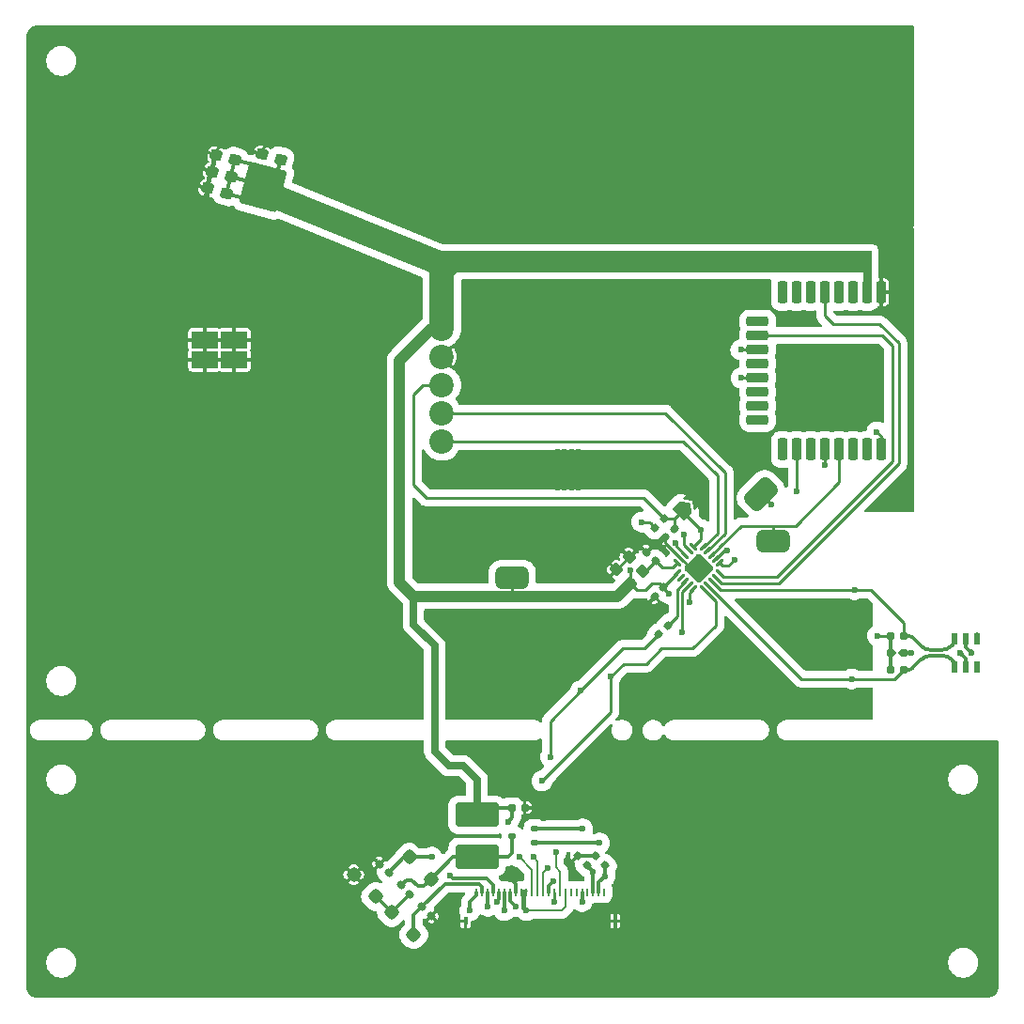
<source format=gbr>
%TF.GenerationSoftware,KiCad,Pcbnew,8.0.6-hq-2-g3d73d9976a*%
%TF.CreationDate,2024-12-20T20:58:28+08:00*%
%TF.ProjectId,DemoBoard_SensorForTemp&Rh_IntegratedWithMCU,44656d6f-426f-4617-9264-5f53656e736f,rev?*%
%TF.SameCoordinates,Original*%
%TF.FileFunction,Copper,L1,Top*%
%TF.FilePolarity,Positive*%
%FSLAX46Y46*%
G04 Gerber Fmt 4.6, Leading zero omitted, Abs format (unit mm)*
G04 Created by KiCad (PCBNEW 8.0.6-hq-2-g3d73d9976a) date 2024-12-20 20:58:28*
%MOMM*%
%LPD*%
G01*
G04 APERTURE LIST*
G04 Aperture macros list*
%AMRoundRect*
0 Rectangle with rounded corners*
0 $1 Rounding radius*
0 $2 $3 $4 $5 $6 $7 $8 $9 X,Y pos of 4 corners*
0 Add a 4 corners polygon primitive as box body*
4,1,4,$2,$3,$4,$5,$6,$7,$8,$9,$2,$3,0*
0 Add four circle primitives for the rounded corners*
1,1,$1+$1,$2,$3*
1,1,$1+$1,$4,$5*
1,1,$1+$1,$6,$7*
1,1,$1+$1,$8,$9*
0 Add four rect primitives between the rounded corners*
20,1,$1+$1,$2,$3,$4,$5,0*
20,1,$1+$1,$4,$5,$6,$7,0*
20,1,$1+$1,$6,$7,$8,$9,0*
20,1,$1+$1,$8,$9,$2,$3,0*%
%AMFreePoly0*
4,1,6,1.000000,0.000000,0.499999,-0.750000,-0.499999,-0.750000,-0.499999,0.750000,0.499999,0.750000,1.000000,0.000000,1.000000,0.000000,$1*%
%AMFreePoly1*
4,1,6,0.499999,-0.750000,-0.649999,-0.750000,-0.150000,0.000000,-0.649999,0.750000,0.499999,0.750000,0.499999,-0.750000,0.499999,-0.750000,$1*%
G04 Aperture macros list end*
%TA.AperFunction,Conductor*%
%ADD10C,0.000000*%
%TD*%
%TA.AperFunction,Conductor*%
%ADD11C,0.300000*%
%TD*%
%TA.AperFunction,SMDPad,CuDef*%
%ADD12RoundRect,0.155000X0.212500X0.155000X-0.212500X0.155000X-0.212500X-0.155000X0.212500X-0.155000X0*%
%TD*%
%TA.AperFunction,SMDPad,CuDef*%
%ADD13RoundRect,0.155000X0.040659X0.259862X-0.259862X-0.040659X-0.040659X-0.259862X0.259862X0.040659X0*%
%TD*%
%TA.AperFunction,ComponentPad*%
%ADD14C,2.200000*%
%TD*%
%TA.AperFunction,SMDPad,CuDef*%
%ADD15RoundRect,0.237500X0.371231X-0.035355X-0.035355X0.371231X-0.371231X0.035355X0.035355X-0.371231X0*%
%TD*%
%TA.AperFunction,SMDPad,CuDef*%
%ADD16RoundRect,0.155000X0.259862X-0.040659X-0.040659X0.259862X-0.259862X0.040659X0.040659X-0.259862X0*%
%TD*%
%TA.AperFunction,SMDPad,CuDef*%
%ADD17RoundRect,0.108108X-1.116892X0.691892X-1.116892X-0.691892X1.116892X-0.691892X1.116892X0.691892X0*%
%TD*%
%TA.AperFunction,SMDPad,CuDef*%
%ADD18RoundRect,0.155000X-0.259862X0.040659X0.040659X-0.259862X0.259862X-0.040659X-0.040659X0.259862X0*%
%TD*%
%TA.AperFunction,SMDPad,CuDef*%
%ADD19RoundRect,0.112500X0.237500X-0.112500X0.237500X0.112500X-0.237500X0.112500X-0.237500X-0.112500X0*%
%TD*%
%TA.AperFunction,SMDPad,CuDef*%
%ADD20RoundRect,0.250000X-0.424264X0.000000X0.000000X-0.424264X0.424264X0.000000X0.000000X0.424264X0*%
%TD*%
%TA.AperFunction,SMDPad,CuDef*%
%ADD21RoundRect,0.160000X-0.197500X-0.160000X0.197500X-0.160000X0.197500X0.160000X-0.197500X0.160000X0*%
%TD*%
%TA.AperFunction,SMDPad,CuDef*%
%ADD22RoundRect,0.160000X-0.026517X-0.252791X0.252791X0.026517X0.026517X0.252791X-0.252791X-0.026517X0*%
%TD*%
%TA.AperFunction,SMDPad,CuDef*%
%ADD23RoundRect,0.236486X-1.024923X2.022706X-1.898962X-1.239253X1.024923X-2.022706X1.898962X1.239253X0*%
%TD*%
%TA.AperFunction,SMDPad,CuDef*%
%ADD24RoundRect,0.250000X-1.700000X0.850000X-1.700000X-0.850000X1.700000X-0.850000X1.700000X0.850000X0*%
%TD*%
%TA.AperFunction,SMDPad,CuDef*%
%ADD25FreePoly0,45.000000*%
%TD*%
%TA.AperFunction,SMDPad,CuDef*%
%ADD26FreePoly1,45.000000*%
%TD*%
%TA.AperFunction,SMDPad,CuDef*%
%ADD27RoundRect,0.500000X-0.353553X-1.060660X1.060660X0.353553X0.353553X1.060660X-1.060660X-0.353553X0*%
%TD*%
%TA.AperFunction,SMDPad,CuDef*%
%ADD28RoundRect,0.237500X0.339173X0.154997X-0.216234X0.303818X-0.339173X-0.154997X0.216234X-0.303818X0*%
%TD*%
%TA.AperFunction,SMDPad,CuDef*%
%ADD29RoundRect,0.160000X-0.252791X0.026517X0.026517X-0.252791X0.252791X-0.026517X-0.026517X0.252791X0*%
%TD*%
%TA.AperFunction,SMDPad,CuDef*%
%ADD30RoundRect,0.500000X-1.000000X-0.500000X1.000000X-0.500000X1.000000X0.500000X-1.000000X0.500000X0*%
%TD*%
%TA.AperFunction,SMDPad,CuDef*%
%ADD31RoundRect,0.062500X-0.309359X0.220971X0.220971X-0.309359X0.309359X-0.220971X-0.220971X0.309359X0*%
%TD*%
%TA.AperFunction,SMDPad,CuDef*%
%ADD32RoundRect,0.062500X-0.309359X-0.220971X-0.220971X-0.309359X0.309359X0.220971X0.220971X0.309359X0*%
%TD*%
%TA.AperFunction,HeatsinkPad*%
%ADD33C,0.600000*%
%TD*%
%TA.AperFunction,SMDPad,CuDef*%
%ADD34RoundRect,0.250000X-1.060660X0.000000X0.000000X-1.060660X1.060660X0.000000X0.000000X1.060660X0*%
%TD*%
%TA.AperFunction,SMDPad,CuDef*%
%ADD35RoundRect,0.062500X0.062500X0.287500X-0.062500X0.287500X-0.062500X-0.287500X0.062500X-0.287500X0*%
%TD*%
%TA.AperFunction,SMDPad,CuDef*%
%ADD36R,0.400000X0.800000*%
%TD*%
%TA.AperFunction,SMDPad,CuDef*%
%ADD37R,0.500000X1.100000*%
%TD*%
%TA.AperFunction,SMDPad,CuDef*%
%ADD38RoundRect,0.212500X0.212500X-0.787500X0.212500X0.787500X-0.212500X0.787500X-0.212500X-0.787500X0*%
%TD*%
%TA.AperFunction,SMDPad,CuDef*%
%ADD39RoundRect,0.212500X0.787500X0.212500X-0.787500X0.212500X-0.787500X-0.212500X0.787500X-0.212500X0*%
%TD*%
%TA.AperFunction,SMDPad,CuDef*%
%ADD40RoundRect,0.212500X-0.212500X0.787500X-0.212500X-0.787500X0.212500X-0.787500X0.212500X0.787500X0*%
%TD*%
%TA.AperFunction,ViaPad*%
%ADD41C,0.600000*%
%TD*%
%TA.AperFunction,ViaPad*%
%ADD42C,1.500000*%
%TD*%
%TA.AperFunction,Conductor*%
%ADD43C,0.250000*%
%TD*%
%TA.AperFunction,Conductor*%
%ADD44C,0.635000*%
%TD*%
%TA.AperFunction,Conductor*%
%ADD45C,0.200000*%
%TD*%
%TA.AperFunction,Conductor*%
%ADD46C,0.400000*%
%TD*%
%TA.AperFunction,Conductor*%
%ADD47C,1.000000*%
%TD*%
G04 APERTURE END LIST*
D10*
%TA.AperFunction,Conductor*%
%TO.N,Net-(U3-VDD)*%
G36*
X161876729Y-107573212D02*
G01*
X161901729Y-107588212D01*
X161931729Y-107608212D01*
X161966729Y-107628212D01*
X162006729Y-107643212D01*
X162016729Y-107648212D01*
X162031729Y-107653212D01*
X162056729Y-107658212D01*
X162079024Y-107661489D01*
X162109024Y-107666489D01*
X161769000Y-108050000D01*
X161759000Y-108025000D01*
X161749024Y-107971489D01*
X161744024Y-107936489D01*
X161739024Y-107911489D01*
X161729024Y-107876489D01*
X161709024Y-107841489D01*
X161694024Y-107821489D01*
X161679024Y-107801489D01*
X161651729Y-107773212D01*
X161621729Y-107740000D01*
X161836729Y-107538212D01*
X161876729Y-107573212D01*
G37*
%TD.AperFunction*%
%TA.AperFunction,Conductor*%
%TO.N,VCC*%
G36*
X114300000Y-71755000D02*
G01*
X153035000Y-71755000D01*
X153035000Y-73660000D01*
X114300000Y-73660000D01*
X114300000Y-71755000D01*
G37*
%TD.AperFunction*%
D11*
X95686000Y-63539800D02*
X97533215Y-64049933D01*
X94873200Y-66537000D02*
X96720415Y-67047133D01*
X99297652Y-65334082D02*
X99807785Y-63486867D01*
D10*
%TA.AperFunction,Conductor*%
G36*
X115525976Y-72282581D02*
G01*
X114741575Y-74291533D01*
X98623866Y-67743631D01*
X99408266Y-65734679D01*
X115525976Y-72282581D01*
G37*
%TD.AperFunction*%
D11*
X95279600Y-65038400D02*
X97126815Y-65548533D01*
%TA.AperFunction,Conductor*%
%TO.N,GND*%
G36*
X124460000Y-89662000D02*
G01*
X127000000Y-89662000D01*
X127000000Y-93218000D01*
X124460000Y-93218000D01*
X124460000Y-89662000D01*
G37*
%TD.AperFunction*%
%TA.AperFunction,Conductor*%
G36*
X95250000Y-100965000D02*
G01*
X97790000Y-100965000D01*
X97790000Y-104775000D01*
X95250000Y-104775000D01*
X95250000Y-100965000D01*
G37*
%TD.AperFunction*%
D10*
%TA.AperFunction,Conductor*%
G36*
X161334000Y-107910000D02*
G01*
X161339000Y-107950000D01*
X161344000Y-107985000D01*
X161349000Y-108010000D01*
X161359000Y-108045000D01*
X161379000Y-108080000D01*
X161394000Y-108100000D01*
X161409000Y-108120000D01*
X161436295Y-108148277D01*
X161466295Y-108178277D01*
X161251295Y-108383277D01*
X161211295Y-108348277D01*
X161186295Y-108333277D01*
X161156295Y-108313277D01*
X161121295Y-108293277D01*
X161081295Y-108278277D01*
X161071295Y-108273277D01*
X161056295Y-108268277D01*
X161031295Y-108263277D01*
X161009000Y-108260000D01*
X160979000Y-108255000D01*
X161324000Y-107875000D01*
X161334000Y-107910000D01*
G37*
%TD.AperFunction*%
%TA.AperFunction,Conductor*%
%TO.N,VCC*%
G36*
X152273000Y-73025000D02*
G01*
X153035000Y-73025000D01*
X153035000Y-75057000D01*
X152273000Y-75057000D01*
X152273000Y-73025000D01*
G37*
%TD.AperFunction*%
%TA.AperFunction,Conductor*%
G36*
X113200000Y-71755000D02*
G01*
X115400000Y-71755000D01*
X115400000Y-78740000D01*
X113200000Y-78740000D01*
X113200000Y-71755000D01*
G37*
%TD.AperFunction*%
D11*
X94873200Y-66537000D02*
X95686000Y-63539800D01*
%TD*%
D12*
%TO.P,C21,1*%
%TO.N,GND*%
X121785000Y-121920000D03*
%TO.P,C21,2*%
%TO.N,VCC*%
X120650000Y-121920000D03*
%TD*%
D13*
%TO.P,C11,1*%
%TO.N,/E104-BT01/RST*%
X135255000Y-96774000D03*
%TO.P,C11,2*%
%TO.N,GND*%
X134452434Y-97576566D03*
%TD*%
D14*
%TO.P,TP7,1,1*%
%TO.N,GND*%
X114300000Y-81280000D03*
%TD*%
D15*
%TO.P,C12,1*%
%TO.N,/HC32L110_QFN20/VCAP*%
X132419318Y-100567718D03*
%TO.P,C12,2*%
%TO.N,GND*%
X131181882Y-99330282D03*
%TD*%
D16*
%TO.P,C13,1*%
%TO.N,/HC32L110_QFN20/VCAP*%
X133548083Y-99689883D03*
%TO.P,C13,2*%
%TO.N,GND*%
X132745517Y-98887317D03*
%TD*%
D17*
%TO.P,J2,1,Pin_1*%
%TO.N,GND*%
X95588600Y-79759400D03*
X92938600Y-79759400D03*
X95588600Y-81559400D03*
X92938600Y-81559400D03*
%TD*%
D14*
%TO.P,TP10,1,1*%
%TO.N,/HC32L110_QFN20/UART_TX*%
X114300000Y-86360000D03*
%TD*%
D18*
%TO.P,C19,1*%
%TO.N,Net-(D3-A)*%
X110629902Y-128915168D03*
%TO.P,C19,2*%
%TO.N,Net-(D1-K)*%
X111432468Y-129717734D03*
%TD*%
D19*
%TO.P,Q1,1,G*%
%TO.N,/E-Ink Driver/GDR*%
X122666000Y-125110000D03*
%TO.P,Q1,2,S*%
%TO.N,/E-Ink Driver/RESE*%
X122666000Y-123810000D03*
%TO.P,Q1,3,D*%
%TO.N,Net-(D3-A)*%
X120666000Y-124460000D03*
%TD*%
D20*
%TO.P,D1,1,K*%
%TO.N,Net-(D1-K)*%
X109780101Y-131370102D03*
%TO.P,D1,2,A*%
%TO.N,/E-Ink Driver/PREVGL*%
X111759999Y-133350000D03*
%TD*%
D18*
%TO.P,C18,1*%
%TO.N,/E-Ink Driver/PREVGL*%
X112528059Y-130849246D03*
%TO.P,C18,2*%
%TO.N,GND*%
X113330625Y-131651812D03*
%TD*%
D21*
%TO.P,R2,1*%
%TO.N,VCC*%
X154723500Y-106436000D03*
%TO.P,R2,2*%
%TO.N,/SCL*%
X155918500Y-106436000D03*
%TD*%
D22*
%TO.P,R4,1*%
%TO.N,VCC*%
X133533195Y-96699753D03*
%TO.P,R4,2*%
%TO.N,/E104-BT01/RST*%
X134378187Y-95854761D03*
%TD*%
D23*
%TO.P,J1,1,Pin_1*%
%TO.N,VCC*%
X98209479Y-66016234D03*
%TD*%
D24*
%TO.P,L1,1*%
%TO.N,VCC*%
X117475000Y-122565000D03*
%TO.P,L1,2*%
%TO.N,Net-(D3-A)*%
X117475000Y-126365000D03*
%TD*%
D21*
%TO.P,R1,1*%
%TO.N,VCC*%
X154723500Y-109484000D03*
%TO.P,R1,2*%
%TO.N,/SDA*%
X155918500Y-109484000D03*
%TD*%
D25*
%TO.P,JP2,1,A*%
%TO.N,/E104-BT01/RST*%
X135957511Y-95173463D03*
D26*
%TO.P,JP2,2,B*%
%TO.N,GND*%
X136982815Y-94148159D03*
%TD*%
D14*
%TO.P,TP9,1,1*%
%TO.N,/HC32L110_QFN20/UART_RX*%
X114300000Y-88900000D03*
%TD*%
D27*
%TO.P,URT,1*%
%TO.N,/E104-BT01/TX*%
X143065500Y-93662500D03*
%TD*%
D28*
%TO.P,C5,1*%
%TO.N,VCC*%
X99807785Y-63486867D03*
%TO.P,C5,2*%
%TO.N,GND*%
X98117415Y-63033933D03*
%TD*%
D16*
%TO.P,C20,1*%
%TO.N,/E-Ink Driver/PREVGH*%
X109510693Y-127795959D03*
%TO.P,C20,2*%
%TO.N,GND*%
X108708127Y-126993393D03*
%TD*%
D20*
%TO.P,D2,1,K*%
%TO.N,GND*%
X106363361Y-127953362D03*
%TO.P,D2,2,A*%
%TO.N,Net-(D1-K)*%
X108343259Y-129933260D03*
%TD*%
D29*
%TO.P,R6,1*%
%TO.N,GND*%
X128187008Y-126282008D03*
%TO.P,R6,2*%
%TO.N,/E-Ink Driver/GDR*%
X129032000Y-127127000D03*
%TD*%
D13*
%TO.P,C15,1*%
%TO.N,VCC*%
X134264400Y-102082600D03*
%TO.P,C15,2*%
%TO.N,GND*%
X133461834Y-102885166D03*
%TD*%
D28*
%TO.P,C1,1*%
%TO.N,VCC*%
X95686000Y-63539800D03*
%TO.P,C1,2*%
%TO.N,GND*%
X93995630Y-63086866D03*
%TD*%
D20*
%TO.P,D3,1,K*%
%TO.N,/E-Ink Driver/PREVGH*%
X111358505Y-126374958D03*
%TO.P,D3,2,A*%
%TO.N,Net-(D3-A)*%
X113338403Y-128354856D03*
%TD*%
D14*
%TO.P,TP8,1,1*%
%TO.N,/E104-BT01/RST*%
X114300000Y-83820000D03*
%TD*%
D29*
%TO.P,R3,1*%
%TO.N,GND*%
X126536008Y-126282008D03*
%TO.P,R3,2*%
%TO.N,/E-Ink Driver/RESE*%
X127381000Y-127127000D03*
%TD*%
D28*
%TO.P,C4,1*%
%TO.N,VCC*%
X94873200Y-66537000D03*
%TO.P,C4,2*%
%TO.N,GND*%
X93182830Y-66084066D03*
%TD*%
D30*
%TO.P,URT,1*%
%TO.N,/E104-BT01/RX*%
X144145000Y-97917000D03*
%TD*%
D28*
%TO.P,C2,1*%
%TO.N,VCC*%
X95279600Y-65038400D03*
%TO.P,C2,2*%
%TO.N,GND*%
X93589230Y-64585466D03*
%TD*%
D31*
%TO.P,U4,1,RESETB/P00*%
%TO.N,/E104-BT01/RST*%
X136953915Y-98429651D03*
%TO.P,U4,2,XTHI/AIN7/VCIN7/P01*%
%TO.N,/E104-BT01/WKP*%
X136600362Y-98783204D03*
%TO.P,U4,3,XTHO/AIN8/P02*%
%TO.N,/E104-BT01/DATA*%
X136246808Y-99136757D03*
%TO.P,U4,4,VSS*%
%TO.N,GND*%
X135893255Y-99490311D03*
%TO.P,U4,5,VCAP*%
%TO.N,/HC32L110_QFN20/VCAP*%
X135539702Y-99843864D03*
D32*
%TO.P,U4,6,VDD*%
%TO.N,VCC*%
X135539702Y-100816136D03*
%TO.P,U4,7,LVDIN1/P03*%
%TO.N,/HC32L110_QFN20/P0.3*%
X135893255Y-101169689D03*
%TO.P,U4,8,XTLO/P15*%
%TO.N,/E-Ink Driver/nSCK*%
X136246808Y-101523243D03*
%TO.P,U4,9,XTLI/P14*%
%TO.N,/E-Ink Driver/nCS*%
X136600362Y-101876796D03*
%TO.P,U4,10,LVDIN2/VCIN0/P23*%
%TO.N,/E-Ink Driver/BUSY*%
X136953915Y-102230349D03*
D31*
%TO.P,U4,11,P24/AIN0*%
%TO.N,/E-Ink Driver/nSDA*%
X137926187Y-102230349D03*
%TO.P,U4,12,P25/LVDIN3/VC1*%
%TO.N,/SDA*%
X138279740Y-101876796D03*
%TO.P,U4,13,P26/AIN1*%
%TO.N,/SCL*%
X138633294Y-101523243D03*
%TO.P,U4,14,P27/SWDIO*%
%TO.N,/E104-BT01/MOD*%
X138986847Y-101169689D03*
%TO.P,U4,15,P31/SWCLK*%
%TO.N,/E104-BT01/LINK*%
X139340400Y-100816136D03*
D32*
%TO.P,U4,16,P32/AIN2/VCIN2*%
%TO.N,/E104-BT01/DISC*%
X139340400Y-99843864D03*
%TO.P,U4,17,P33/AIN3/VCIN3*%
%TO.N,/E104-BT01/TX*%
X138986847Y-99490311D03*
%TO.P,U4,18,P34/AIN4/VCIN4*%
%TO.N,/E104-BT01/RX*%
X138633294Y-99136757D03*
%TO.P,U4,19,P35/AIN5/VCIN5*%
%TO.N,/HC32L110_QFN20/UART_TX*%
X138279740Y-98783204D03*
%TO.P,U4,20,P36/AIN6/VCIN6/AVREF*%
%TO.N,/HC32L110_QFN20/UART_RX*%
X137926187Y-98429651D03*
D33*
%TO.P,U4,21,PAD*%
%TO.N,GND*%
X137440051Y-99340051D03*
X136450102Y-100330000D03*
X137440051Y-100330000D03*
D34*
X137440051Y-100330000D03*
D33*
X138430000Y-100330000D03*
X137440051Y-101319949D03*
%TD*%
D35*
%TO.P,J3,1,Pin_1*%
%TO.N,unconnected-(J3-Pin_1-Pad1)*%
X128940000Y-129526000D03*
%TO.P,J3,2,Pin_2*%
%TO.N,/E-Ink Driver/GDR*%
X128440000Y-129526000D03*
%TO.P,J3,3,Pin_3*%
%TO.N,/E-Ink Driver/RESE*%
X127940000Y-129526000D03*
%TO.P,J3,4,Pin_4*%
%TO.N,unconnected-(J3-Pin_4-Pad4)*%
X127440000Y-129526000D03*
%TO.P,J3,5,Pin_5*%
%TO.N,Net-(J3-Pin_5)*%
X126940000Y-129526000D03*
%TO.P,J3,6,Pin_6*%
%TO.N,/E-Ink Driver/TSCL*%
X126440000Y-129526000D03*
%TO.P,J3,7,Pin_7*%
%TO.N,/E-Ink Driver/TSDA*%
X125940000Y-129526000D03*
%TO.P,J3,8,Pin_8*%
%TO.N,VCC*%
X125440000Y-129526000D03*
%TO.P,J3,9,Pin_9*%
%TO.N,/E-Ink Driver/BUSY*%
X124940000Y-129526000D03*
%TO.P,J3,10,Pin_10*%
%TO.N,/E-Ink Driver/RST*%
X124440000Y-129526000D03*
%TO.P,J3,11,Pin_11*%
%TO.N,GND*%
X123940000Y-129526000D03*
%TO.P,J3,12,Pin_12*%
%TO.N,/E-Ink Driver/nCS*%
X123440000Y-129526000D03*
%TO.P,J3,13,Pin_13*%
%TO.N,/E-Ink Driver/nSCK*%
X122940000Y-129526000D03*
%TO.P,J3,14,Pin_14*%
%TO.N,/E-Ink Driver/nSDA*%
X122440000Y-129526000D03*
%TO.P,J3,15,Pin_15*%
%TO.N,VCC*%
X121940000Y-129526000D03*
%TO.P,J3,16,Pin_16*%
X121440000Y-129526000D03*
%TO.P,J3,17,Pin_17*%
%TO.N,GND*%
X120940000Y-129526000D03*
%TO.P,J3,18,Pin_18*%
%TO.N,Net-(J3-Pin_18)*%
X120440000Y-129526000D03*
%TO.P,J3,19,Pin_19*%
%TO.N,/E-Ink Driver/VPP*%
X119940000Y-129526000D03*
%TO.P,J3,20,Pin_20*%
%TO.N,/E-Ink Driver/VSH*%
X119440000Y-129526000D03*
%TO.P,J3,21,Pin_21*%
%TO.N,/E-Ink Driver/PREVGH*%
X118940000Y-129526000D03*
%TO.P,J3,22,Pin_22*%
%TO.N,/E-Ink Driver/VSL*%
X118440000Y-129526000D03*
%TO.P,J3,23,Pin_23*%
%TO.N,/E-Ink Driver/PREVGL*%
X117940000Y-129526000D03*
%TO.P,J3,24,Pin_24*%
%TO.N,/E-Ink Driver/VCOM*%
X117440000Y-129526000D03*
D36*
%TO.P,J3,MP*%
%TO.N,GND*%
X129940000Y-132126000D03*
X116440000Y-132126000D03*
%TD*%
D22*
%TO.P,R5,1*%
%TO.N,/E-Ink Driver/nSCK*%
X133838508Y-106318492D03*
%TO.P,R5,2*%
X134683500Y-105473500D03*
%TD*%
D15*
%TO.P,C14,1*%
%TO.N,VCC*%
X131301718Y-101710718D03*
%TO.P,C14,2*%
%TO.N,GND*%
X130064282Y-100473282D03*
%TD*%
D37*
%TO.P,U3,1,NC*%
%TO.N,unconnected-(U3-NC-Pad1)*%
X162544000Y-106710000D03*
%TO.P,U3,2,VDD*%
%TO.N,Net-(U3-VDD)*%
X161544000Y-106710000D03*
%TO.P,U3,3,SCL*%
%TO.N,/SCL*%
X160544000Y-106710000D03*
%TO.P,U3,4,SDA*%
%TO.N,/SDA*%
X160544000Y-109210000D03*
%TO.P,U3,5,GND*%
%TO.N,GND*%
X161544000Y-109210000D03*
%TO.P,U3,6,NC*%
%TO.N,unconnected-(U3-NC-Pad6)*%
X162544000Y-109210000D03*
%TD*%
D38*
%TO.P,U2,1,GND*%
%TO.N,GND*%
X153915190Y-75480200D03*
%TO.P,U2,2,VCC*%
%TO.N,VCC*%
X152645190Y-75480200D03*
%TO.P,U2,3,P2.2*%
%TO.N,unconnected-(U2-P2.2-Pad3)*%
X151375190Y-75480200D03*
%TO.P,U2,4,P2.1*%
%TO.N,unconnected-(U2-P2.1-Pad4)*%
X150105190Y-75480200D03*
%TO.P,U2,5,P2.0*%
%TO.N,/E104-BT01/MOD*%
X148835190Y-75480200D03*
%TO.P,U2,6,P1.7*%
%TO.N,unconnected-(U2-P1.7-Pad6)*%
X147565190Y-75480200D03*
%TO.P,U2,7,P1.6*%
%TO.N,unconnected-(U2-P1.6-Pad7)*%
X146295190Y-75480200D03*
%TO.P,U2,8,SCL*%
%TO.N,unconnected-(U2-SCL-Pad8)*%
X145025190Y-75480200D03*
D39*
%TO.P,U2,9,SDA*%
%TO.N,unconnected-(U2-SDA-Pad9)*%
X142756810Y-78105000D03*
%TO.P,U2,10,P1.5*%
%TO.N,/E104-BT01/LINK*%
X142756810Y-79375000D03*
%TO.P,U2,11,P1.4*%
%TO.N,/E104-BT01/DATA*%
X142756810Y-80645000D03*
%TO.P,U2,12,P1.3*%
%TO.N,unconnected-(U2-P1.3-Pad12)*%
X142756810Y-81915000D03*
%TO.P,U2,13,P1.2*%
%TO.N,/E104-BT01/WKP*%
X142756810Y-83185000D03*
%TO.P,U2,14,P1.1*%
%TO.N,unconnected-(U2-P1.1-Pad14)*%
X142756810Y-84455000D03*
%TO.P,U2,15,P1.0*%
%TO.N,unconnected-(U2-P1.0-Pad15)*%
X142756810Y-85725000D03*
%TO.P,U2,16,P0.7*%
%TO.N,unconnected-(U2-P0.7-Pad16)*%
X142756810Y-86995000D03*
D40*
%TO.P,U2,17,P0.6*%
%TO.N,unconnected-(U2-P0.6-Pad17)*%
X145025190Y-89619800D03*
%TO.P,U2,18,P0.5*%
%TO.N,/E104-BT01/DISC*%
X146295190Y-89619800D03*
%TO.P,U2,19,P0.4*%
%TO.N,unconnected-(U2-P0.4-Pad19)*%
X147565190Y-89619800D03*
%TO.P,U2,20,P0.3*%
%TO.N,/E104-BT01/TX*%
X148835190Y-89619800D03*
%TO.P,U2,21,P0.2*%
%TO.N,/E104-BT01/RX*%
X150105190Y-89619800D03*
%TO.P,U2,22,P0.1*%
%TO.N,unconnected-(U2-P0.1-Pad22)*%
X151375190Y-89619800D03*
%TO.P,U2,23,P0.0*%
%TO.N,unconnected-(U2-P0.0-Pad23)*%
X152645190Y-89619800D03*
%TO.P,U2,24,RESET_N*%
%TO.N,/E104-BT01/RST*%
X153915190Y-89619800D03*
%TD*%
D21*
%TO.P,R7,1*%
%TO.N,VCC*%
X154723500Y-107960000D03*
%TO.P,R7,2*%
%TO.N,Net-(U3-VDD)*%
X155918500Y-107960000D03*
%TD*%
D30*
%TO.P,VCC,1*%
%TO.N,VCC*%
X120650000Y-101219000D03*
%TD*%
D14*
%TO.P,TP6,1,1*%
%TO.N,VCC*%
X114300000Y-78740000D03*
%TD*%
D41*
%TO.N,VCC*%
X153543000Y-106426000D03*
X134747000Y-102616000D03*
X132334000Y-96164400D03*
X120269000Y-123190000D03*
X121940000Y-131191000D03*
X131267200Y-100482400D03*
%TO.N,Net-(U3-VDD)*%
X162052000Y-107960000D03*
X156654500Y-107960000D03*
%TO.N,GND*%
X101600000Y-127000000D03*
X125412500Y-89852500D03*
X126047500Y-93027500D03*
D42*
X127000000Y-83820000D03*
D41*
X98107500Y-80962500D03*
X157480000Y-127000000D03*
X124777500Y-104457500D03*
X99060000Y-132080000D03*
X144780000Y-121920000D03*
X96202500Y-101282500D03*
X88900000Y-121920000D03*
X98107500Y-80327500D03*
X144780000Y-132080000D03*
X128270000Y-133667500D03*
X96520000Y-137160000D03*
X96520000Y-127000000D03*
X92938600Y-77724000D03*
X149860000Y-121920000D03*
D42*
X129540000Y-76200000D03*
D41*
X123507500Y-121602500D03*
X90551000Y-82296000D03*
X125412500Y-104457500D03*
X97155000Y-83566000D03*
D42*
X121920000Y-83820000D03*
X129540000Y-83820000D03*
D41*
X144780000Y-105410000D03*
X147320000Y-127000000D03*
X106680000Y-137160000D03*
X101600000Y-137160000D03*
X99060000Y-121920000D03*
X98107500Y-79057500D03*
X120523000Y-128397000D03*
X95567500Y-101282500D03*
X96202500Y-104457500D03*
D42*
X119380000Y-81280000D03*
D41*
X126682500Y-104457500D03*
D42*
X127000000Y-76200000D03*
D41*
X86360000Y-127000000D03*
X98107500Y-79692500D03*
X124777500Y-93027500D03*
D42*
X121920000Y-76200000D03*
D41*
X154940000Y-121920000D03*
X125412500Y-101282500D03*
X92202000Y-83566000D03*
X104140000Y-132080000D03*
X143510000Y-104140000D03*
D42*
X124460000Y-76200000D03*
D41*
X126047500Y-101282500D03*
X96837500Y-104457500D03*
X126047500Y-89852500D03*
X114935000Y-134937500D03*
X139700000Y-121920000D03*
X114935000Y-133032500D03*
X124333000Y-128574800D03*
X124777500Y-89852500D03*
X95567500Y-104457500D03*
X98107500Y-81597500D03*
X123507500Y-122872500D03*
X144145000Y-104775000D03*
X126034800Y-127686000D03*
X97472500Y-101282500D03*
X95588600Y-83566000D03*
X161036000Y-107960000D03*
X93980000Y-121920000D03*
X149860000Y-132080000D03*
X126047500Y-104457500D03*
X92202000Y-77724000D03*
X124777500Y-101282500D03*
X134620000Y-121920000D03*
X152400000Y-108585000D03*
X92964000Y-83566000D03*
D42*
X132080000Y-83820000D03*
D41*
X97472500Y-104457500D03*
X160020000Y-132080000D03*
X96837500Y-101282500D03*
X142240000Y-127000000D03*
D42*
X134620000Y-76200000D03*
X124460000Y-83820000D03*
D41*
X128270000Y-133032500D03*
X126682500Y-89852500D03*
X139700000Y-132080000D03*
X97155000Y-77724000D03*
X123507500Y-122237500D03*
X91440000Y-137160000D03*
X90551000Y-81534000D03*
D42*
X119380000Y-78740000D03*
D41*
X154940000Y-132080000D03*
X93726000Y-83566000D03*
X90551000Y-78994000D03*
X93980000Y-132080000D03*
X90551000Y-79756000D03*
X128270000Y-134937500D03*
X125412500Y-93027500D03*
X128270000Y-134302500D03*
X146050000Y-106680000D03*
X152400000Y-104140000D03*
X152400000Y-127000000D03*
X83820000Y-121920000D03*
X114935000Y-133667500D03*
X88900000Y-132080000D03*
X91440000Y-127000000D03*
X95631000Y-77724000D03*
X145415000Y-106045000D03*
X126682500Y-93027500D03*
X96393000Y-77724000D03*
X93726000Y-77724000D03*
X96393000Y-83566000D03*
D42*
X132080000Y-76200000D03*
D41*
X137160000Y-127000000D03*
X126682500Y-101282500D03*
X98107500Y-82232500D03*
D42*
X137160000Y-78740000D03*
D41*
X104140000Y-121920000D03*
X114935000Y-134302500D03*
%TO.N,/E-Ink Driver/VCOM*%
X116840000Y-131191000D03*
%TO.N,/E-Ink Driver/VSL*%
X118440000Y-130810000D03*
%TO.N,/E-Ink Driver/VSH*%
X119253000Y-130378200D03*
%TO.N,/E-Ink Driver/VPP*%
X119940000Y-131191000D03*
%TO.N,Net-(J3-Pin_18)*%
X120929400Y-130810000D03*
%TO.N,/E104-BT01/RST*%
X137668000Y-96883952D03*
X153517600Y-88036400D03*
%TO.N,Net-(J3-Pin_5)*%
X126940000Y-130378200D03*
%TO.N,/E-Ink Driver/PREVGH*%
X113420958Y-126374958D03*
X115062000Y-128016000D03*
%TO.N,/E-Ink Driver/BUSY*%
X136620250Y-103409750D03*
X124587000Y-125920500D03*
%TO.N,/E-Ink Driver/nSDA*%
X121285000Y-126365000D03*
X129540000Y-110109000D03*
X123317000Y-119507000D03*
%TO.N,/E-Ink Driver/RST*%
X124460000Y-130429000D03*
%TO.N,/E-Ink Driver/RESE*%
X127940000Y-127686000D03*
X127000000Y-123825000D03*
%TO.N,/E-Ink Driver/nSCK*%
X124079000Y-117348000D03*
X126790450Y-111398050D03*
X122555000Y-126365000D03*
%TO.N,/E-Ink Driver/GDR*%
X128524000Y-125095000D03*
X129032000Y-128079500D03*
%TO.N,/E-Ink Driver/nCS*%
X135966200Y-106070400D03*
X123825000Y-127381000D03*
%TO.N,/SDA*%
X151257000Y-110312200D03*
%TO.N,/SCL*%
X151511000Y-102285800D03*
%TO.N,/E104-BT01/TX*%
X140004800Y-98704400D03*
X148835190Y-91067810D03*
X144018000Y-94615000D03*
%TO.N,/E104-BT01/WKP*%
X141274800Y-83185000D03*
X136093200Y-97332800D03*
%TO.N,/E104-BT01/DATA*%
X141249400Y-80645000D03*
X135382000Y-98069400D03*
%TO.N,/E104-BT01/DISC*%
X140665200Y-99568000D03*
X146304000Y-93370400D03*
%TD*%
D43*
%TO.N,VCC*%
X131876800Y-102285800D02*
X131301718Y-101710718D01*
D44*
X113665000Y-116840000D02*
X113665000Y-107315000D01*
D43*
X120650000Y-102806500D02*
X120586500Y-102870000D01*
D44*
X117475000Y-119380000D02*
X117475000Y-122565000D01*
D45*
X121940000Y-131191000D02*
X125095000Y-131191000D01*
D44*
X113665000Y-116840000D02*
X114935000Y-118110000D01*
D46*
X121666000Y-129526000D02*
X121666000Y-130917000D01*
D44*
X114935000Y-118110000D02*
X116205000Y-118110000D01*
X111760000Y-105410000D02*
X111760000Y-102870000D01*
X113665000Y-107315000D02*
X111760000Y-105410000D01*
D47*
X113347500Y-78740000D02*
X110490000Y-81597500D01*
X111760000Y-102870000D02*
X130142436Y-102870000D01*
D43*
X133248400Y-101701600D02*
X132664200Y-102285800D01*
D11*
X154723500Y-107960000D02*
X155067000Y-107960000D01*
D45*
X125095000Y-131191000D02*
X125440000Y-130846000D01*
D11*
X152019000Y-72390000D02*
X152654000Y-73025000D01*
D43*
X134264400Y-102082600D02*
X133883400Y-101701600D01*
X153543000Y-106426000D02*
X154713500Y-106426000D01*
X131267200Y-101676200D02*
X131301718Y-101710718D01*
D11*
X116713000Y-72390000D02*
X152019000Y-72390000D01*
D43*
X133883400Y-101701600D02*
X133248400Y-101701600D01*
X133146800Y-96316800D02*
X132994400Y-96164400D01*
X120650000Y-101219000D02*
X120650000Y-102806500D01*
D11*
X120650000Y-121920000D02*
X118120000Y-121920000D01*
D43*
X135539702Y-100816136D02*
X135530864Y-100816136D01*
X121440000Y-129426000D02*
X121940000Y-129426000D01*
D47*
X114300000Y-78740000D02*
X113347500Y-78740000D01*
D43*
X131267200Y-100482400D02*
X131267200Y-101676200D01*
D47*
X110490000Y-81597500D02*
X110490000Y-101600000D01*
D43*
X135530864Y-100816136D02*
X134264400Y-102082600D01*
D46*
X121666000Y-130917000D02*
X121940000Y-131191000D01*
D45*
X125440000Y-130846000D02*
X125440000Y-129526000D01*
D11*
X118120000Y-121920000D02*
X117475000Y-122565000D01*
D43*
X154713500Y-106426000D02*
X154723500Y-106436000D01*
D11*
X120650000Y-122809000D02*
X120650000Y-121920000D01*
D43*
X133529753Y-96699753D02*
X133146800Y-96316800D01*
D44*
X116205000Y-118110000D02*
X117475000Y-119380000D01*
D43*
X132664200Y-102285800D02*
X131876800Y-102285800D01*
D11*
X154723500Y-109484000D02*
X154723500Y-106436000D01*
D43*
X134264400Y-102082600D02*
X134264400Y-102133400D01*
D47*
X110490000Y-101600000D02*
X111760000Y-102870000D01*
D43*
X133533195Y-96699753D02*
X133529753Y-96699753D01*
D11*
X120269000Y-123190000D02*
X120650000Y-122809000D01*
X114300000Y-74803000D02*
X116713000Y-72390000D01*
X152654000Y-75471390D02*
X152645190Y-75480200D01*
D43*
X134264400Y-102133400D02*
X134747000Y-102616000D01*
X132994400Y-96164400D02*
X132334000Y-96164400D01*
D11*
X152654000Y-73025000D02*
X152654000Y-75471390D01*
D47*
X130142436Y-102870000D02*
X131301718Y-101710718D01*
D11*
%TO.N,Net-(U3-VDD)*%
X156654500Y-107960000D02*
X155918500Y-107960000D01*
X155918500Y-107960000D02*
X155567000Y-107960000D01*
X161544000Y-107452000D02*
X162052000Y-107960000D01*
X161544000Y-106910000D02*
X161544000Y-107452000D01*
D43*
%TO.N,GND*%
X113411000Y-132524500D02*
X113411000Y-133032500D01*
X100330000Y-61346595D02*
X95891412Y-61346595D01*
X128270000Y-134302500D02*
X128270000Y-134937500D01*
X130983000Y-134302500D02*
X128270000Y-134302500D01*
X130064282Y-100473282D02*
X129255064Y-101282500D01*
X134452434Y-97576566D02*
X134056268Y-97576566D01*
X129940000Y-133667500D02*
X128270000Y-133667500D01*
X97472500Y-101282500D02*
X96837500Y-101282500D01*
X92938600Y-77724000D02*
X92938600Y-79759400D01*
X131889500Y-104457500D02*
X124777500Y-104457500D01*
X98107500Y-82232500D02*
X98107500Y-79057500D01*
X128460500Y-92392500D02*
X127825500Y-93027500D01*
X92938600Y-75209400D02*
X92938600Y-77724000D01*
X92938600Y-81559400D02*
X95588600Y-81559400D01*
X122682000Y-121602500D02*
X123507500Y-121602500D01*
X108331000Y-126619000D02*
X107697723Y-126619000D01*
X136991841Y-94148159D02*
X137668000Y-93472000D01*
X104141723Y-130175000D02*
X106363361Y-127953362D01*
X113411000Y-133667500D02*
X112014000Y-135064500D01*
X128270000Y-133032500D02*
X128270000Y-133667500D01*
X132732817Y-98887317D02*
X132397500Y-98552000D01*
X131181882Y-99355682D02*
X130064282Y-100473282D01*
X114935000Y-133667500D02*
X113411000Y-133667500D01*
X108708127Y-126993393D02*
X108705393Y-126993393D01*
X105791000Y-61341000D02*
X110363000Y-65913000D01*
X110363000Y-65913000D02*
X148463000Y-65913000D01*
X121785000Y-121920000D02*
X122682000Y-121920000D01*
D11*
X120940000Y-128814000D02*
X120523000Y-128397000D01*
D43*
X96837500Y-104457500D02*
X97472500Y-104457500D01*
X137668000Y-93472000D02*
X137668000Y-92964000D01*
X122682000Y-121920000D02*
X122682000Y-121602500D01*
X93182830Y-65566602D02*
X93182830Y-66084066D01*
X107697723Y-126619000D02*
X106363361Y-127953362D01*
X96202500Y-101282500D02*
X95567500Y-101282500D01*
X128270000Y-132126000D02*
X128270000Y-133032500D01*
X95588600Y-79759400D02*
X92938600Y-79759400D01*
X134452434Y-98049490D02*
X135893255Y-99490311D01*
X128270000Y-133667500D02*
X128270000Y-134302500D01*
X153915190Y-71365190D02*
X153915190Y-75480200D01*
X129940000Y-132126000D02*
X128270000Y-132126000D01*
D11*
X123940000Y-128967800D02*
X123940000Y-129526000D01*
X126034800Y-126783216D02*
X126034800Y-127686000D01*
D43*
X127825500Y-93027500D02*
X126682500Y-93027500D01*
X113411000Y-133032500D02*
X113411000Y-133667500D01*
X95588600Y-81559400D02*
X95588600Y-79759400D01*
X114935000Y-134937500D02*
X114935000Y-133032500D01*
X96202500Y-104457500D02*
X96837500Y-104457500D01*
X93182830Y-74965170D02*
X92938600Y-75209400D01*
X93345000Y-125095000D02*
X98425000Y-130175000D01*
X93182830Y-66084066D02*
X93182830Y-74965170D01*
X109031223Y-135064500D02*
X104141723Y-130175000D01*
X137096500Y-92392500D02*
X128460500Y-92392500D01*
X96837500Y-101282500D02*
X96202500Y-101282500D01*
X132745517Y-98887317D02*
X132732817Y-98887317D01*
X98040600Y-79759400D02*
X95588600Y-79759400D01*
D11*
X124333000Y-128574800D02*
X123940000Y-128967800D01*
D43*
X95588600Y-83566000D02*
X95588600Y-111103900D01*
X136450102Y-100047158D02*
X135893255Y-99490311D01*
X95588600Y-111103900D02*
X93345000Y-113347500D01*
X136982815Y-94148159D02*
X136991841Y-94148159D01*
D11*
X126536008Y-126282008D02*
X128187008Y-126282008D01*
D43*
X113804813Y-132130687D02*
X113411000Y-132524500D01*
X114935000Y-132126000D02*
X116440000Y-132126000D01*
X98425000Y-130175000D02*
X104141723Y-130175000D01*
X94678500Y-61849000D02*
X94388071Y-62139429D01*
X92938600Y-79759400D02*
X92938600Y-81559400D01*
X129255064Y-101282500D02*
X124968000Y-101282500D01*
X132397500Y-98552000D02*
X131960164Y-98552000D01*
X134452434Y-97576566D02*
X134452434Y-98049490D01*
X113804813Y-132126000D02*
X114935000Y-132126000D01*
X137668000Y-92964000D02*
X137096500Y-92392500D01*
X100509878Y-61341000D02*
X105791000Y-61341000D01*
X129940000Y-132126000D02*
X130983000Y-132126000D01*
X136450102Y-100330000D02*
X136450102Y-100047158D01*
X113804813Y-132126000D02*
X113804813Y-132130687D01*
X98107500Y-79692500D02*
X98040600Y-79759400D01*
X114935000Y-133032500D02*
X114935000Y-132126000D01*
X148463000Y-65913000D02*
X153915190Y-71365190D01*
X129940000Y-132126000D02*
X129940000Y-133667500D01*
X95567500Y-104457500D02*
X96202500Y-104457500D01*
X114935000Y-133032500D02*
X113411000Y-133032500D01*
X108705393Y-126993393D02*
X108331000Y-126619000D01*
D11*
X161544000Y-109010000D02*
X161544000Y-108468000D01*
D43*
X130983000Y-132126000D02*
X130983000Y-134302500D01*
X131960164Y-98552000D02*
X131181882Y-99330282D01*
X112014000Y-135064500D02*
X109031223Y-135064500D01*
X93345000Y-113347500D02*
X93345000Y-125095000D01*
X93589230Y-64068002D02*
X93589230Y-64585466D01*
X133461834Y-102885166D02*
X131889500Y-104457500D01*
X113330625Y-131651812D02*
X113804813Y-132126000D01*
D11*
X161544000Y-108468000D02*
X161036000Y-107960000D01*
X126536008Y-126282008D02*
X126034800Y-126783216D01*
D43*
X134056268Y-97576566D02*
X132745517Y-98887317D01*
X95588600Y-81559400D02*
X95588600Y-83566000D01*
D11*
X120940000Y-129526000D02*
X120940000Y-128814000D01*
D43*
X94388071Y-62139429D02*
G75*
G03*
X93995603Y-63086866I947429J-947471D01*
G01*
X95891412Y-61346595D02*
G75*
G03*
X94678496Y-61848996I-12J-1715305D01*
G01*
X98117415Y-63033933D02*
G75*
G02*
X98468371Y-62186599I1198285J33D01*
G01*
X98468386Y-62186614D02*
G75*
G02*
X100509878Y-61340983I2041514J-2041486D01*
G01*
X93589230Y-64585466D02*
G75*
G03*
X93182842Y-65566602I981170J-981134D01*
G01*
X93995630Y-63086866D02*
G75*
G03*
X93589242Y-64068002I981170J-981134D01*
G01*
D11*
%TO.N,/E-Ink Driver/VCOM*%
X116840000Y-130429000D02*
X117440000Y-129829000D01*
X117440000Y-129829000D02*
X117440000Y-129526000D01*
X116840000Y-131191000D02*
X116840000Y-130429000D01*
%TO.N,/E-Ink Driver/VSL*%
X118440000Y-129526000D02*
X118440000Y-130810000D01*
%TO.N,/E-Ink Driver/VSH*%
X119440000Y-129526000D02*
X119440000Y-130191200D01*
X119440000Y-130191200D02*
X119253000Y-130378200D01*
%TO.N,/E-Ink Driver/VPP*%
X119940000Y-129526000D02*
X119940000Y-131191000D01*
%TO.N,Net-(J3-Pin_18)*%
X120440000Y-130320600D02*
X120440000Y-129526000D01*
X120929400Y-130810000D02*
X120440000Y-130320600D01*
D43*
%TO.N,/E104-BT01/RST*%
X153915190Y-88433990D02*
X153517600Y-88036400D01*
X134378187Y-95854761D02*
X135276213Y-95854761D01*
X153915190Y-89619800D02*
X153915190Y-88433990D01*
X134361161Y-95854761D02*
X132486400Y-93980000D01*
X137668000Y-97715566D02*
X136953915Y-98429651D01*
X112572800Y-83820000D02*
X114300000Y-83820000D01*
X137668000Y-96883952D02*
X137668000Y-97715566D01*
X135255000Y-96774000D02*
X135255000Y-95875974D01*
X111734600Y-92811600D02*
X111734600Y-84658200D01*
X134378187Y-95854761D02*
X134361161Y-95854761D01*
X111734600Y-84658200D02*
X112572800Y-83820000D01*
X135276213Y-95854761D02*
X135957511Y-95173463D01*
X135255000Y-95875974D02*
X135957511Y-95173463D01*
X112903000Y-93980000D02*
X111734600Y-92811600D01*
X135957511Y-95173463D02*
X137668000Y-96883952D01*
X132486400Y-93980000D02*
X112903000Y-93980000D01*
%TO.N,/HC32L110_QFN20/VCAP*%
X135104366Y-100279200D02*
X135539702Y-99843864D01*
X132419318Y-100567718D02*
X132670248Y-100567718D01*
X133548083Y-99689883D02*
X134137400Y-100279200D01*
X132670248Y-100567718D02*
X133548083Y-99689883D01*
X134137400Y-100279200D02*
X135104366Y-100279200D01*
D11*
%TO.N,Net-(J3-Pin_5)*%
X126940000Y-129526000D02*
X126940000Y-130378200D01*
%TO.N,/E-Ink Driver/PREVGL*%
X111760000Y-131617306D02*
X112528059Y-130849246D01*
X112528059Y-130849246D02*
X114599305Y-128778000D01*
X111760000Y-133350000D02*
X111760000Y-131617306D01*
X117627096Y-128778000D02*
X117940000Y-129090904D01*
X117940000Y-129090904D02*
X117940000Y-129526000D01*
X114599305Y-128778000D02*
X117627096Y-128778000D01*
X111759999Y-133350000D02*
X111760000Y-133350000D01*
%TO.N,Net-(D3-A)*%
X117475000Y-126365000D02*
X115328259Y-126365000D01*
X120666000Y-125968000D02*
X120269000Y-126365000D01*
X115328259Y-126365000D02*
X113338403Y-128354856D01*
X120269000Y-126365000D02*
X117475000Y-126365000D01*
X111612073Y-128424577D02*
X112186810Y-128999313D01*
X111120493Y-128424577D02*
X111612073Y-128424577D01*
X120666000Y-124460000D02*
X120666000Y-125968000D01*
X110629902Y-128915168D02*
X111120493Y-128424577D01*
X112693947Y-128999313D02*
X113338404Y-128354856D01*
X112186810Y-128999313D02*
X112693947Y-128999313D01*
%TO.N,Net-(D1-K)*%
X109780101Y-131370101D02*
X111432468Y-129717734D01*
X108343260Y-129933260D02*
X109780101Y-131370101D01*
%TO.N,/E-Ink Driver/PREVGH*%
X115062000Y-128016000D02*
X115316000Y-128270000D01*
X111358505Y-126374958D02*
X113420958Y-126374958D01*
X111358505Y-126374957D02*
X111356383Y-126377079D01*
X118364000Y-128270000D02*
X118940000Y-128846000D01*
X110929574Y-126377079D02*
X109510693Y-127795959D01*
X115316000Y-128270000D02*
X118364000Y-128270000D01*
X111356383Y-126377079D02*
X110929574Y-126377079D01*
X118940000Y-128846000D02*
X118940000Y-129526000D01*
D43*
%TO.N,/E-Ink Driver/BUSY*%
X136620250Y-102564014D02*
X136953915Y-102230349D01*
D45*
X124587000Y-125920500D02*
X124587000Y-127310000D01*
D43*
X136620250Y-103409750D02*
X136620250Y-102564014D01*
D45*
X124587000Y-127310000D02*
X124940000Y-127663000D01*
X124940000Y-127663000D02*
X124940000Y-129526000D01*
D43*
%TO.N,/E-Ink Driver/nSDA*%
X139001500Y-103305662D02*
X137926187Y-102230349D01*
D45*
X122440000Y-127520000D02*
X122440000Y-129526000D01*
D43*
X134112000Y-107569000D02*
X132715000Y-108966000D01*
X128905000Y-113919000D02*
X125412500Y-117411500D01*
X139001500Y-104457500D02*
X139001500Y-103305662D01*
X130683000Y-108966000D02*
X129540000Y-110109000D01*
D45*
X121285000Y-126365000D02*
X122440000Y-127520000D01*
D43*
X139001500Y-105473500D02*
X136906000Y-107569000D01*
X129540000Y-113284000D02*
X128905000Y-113919000D01*
X136906000Y-107569000D02*
X134112000Y-107569000D01*
X129540000Y-110109000D02*
X129540000Y-113284000D01*
X139001500Y-104457500D02*
X139001500Y-105473500D01*
X132715000Y-108966000D02*
X130683000Y-108966000D01*
X123317000Y-119507000D02*
X125412500Y-117411500D01*
%TO.N,/E-Ink Driver/RST*%
X124460000Y-129546000D02*
X124440000Y-129526000D01*
X124460000Y-130429000D02*
X124460000Y-129546000D01*
D11*
%TO.N,/E-Ink Driver/RESE*%
X126985000Y-123810000D02*
X127000000Y-123825000D01*
X127381000Y-127127000D02*
X127940000Y-127686000D01*
X122666000Y-123810000D02*
X126985000Y-123810000D01*
X127940000Y-127686000D02*
X127940000Y-129526000D01*
D43*
%TO.N,/E-Ink Driver/nSCK*%
X136246808Y-101523243D02*
X136246157Y-101523243D01*
X136246157Y-101523243D02*
X135509000Y-102260400D01*
X126790450Y-111398050D02*
X124079000Y-114109500D01*
X133838508Y-106318492D02*
X132588000Y-107569000D01*
X124079000Y-114109500D02*
X124079000Y-117348000D01*
X130619500Y-107569000D02*
X130460750Y-107727750D01*
X130460750Y-107727750D02*
X126790450Y-111398050D01*
D45*
X122940000Y-126750000D02*
X122940000Y-129526000D01*
X122555000Y-126365000D02*
X122940000Y-126750000D01*
D43*
X135509000Y-102260400D02*
X135509000Y-104648000D01*
X132588000Y-107569000D02*
X130619500Y-107569000D01*
X135509000Y-104648000D02*
X134683500Y-105473500D01*
D11*
%TO.N,/E-Ink Driver/GDR*%
X128509000Y-125110000D02*
X128524000Y-125095000D01*
X129032000Y-127127000D02*
X129032000Y-128079500D01*
X129032000Y-128079500D02*
X128440000Y-128671500D01*
X128440000Y-128671500D02*
X128440000Y-129526000D01*
X122666000Y-125110000D02*
X128509000Y-125110000D01*
D43*
%TO.N,/E-Ink Driver/nCS*%
X135959000Y-106063200D02*
X135966200Y-106070400D01*
X136578404Y-101876796D02*
X136042400Y-102412800D01*
X135959000Y-102496200D02*
X135959000Y-104698800D01*
X136600362Y-101876796D02*
X136578404Y-101876796D01*
D45*
X123444000Y-129522000D02*
X123440000Y-129526000D01*
D43*
X136042400Y-102412800D02*
X135959000Y-102496200D01*
D45*
X123444000Y-127762000D02*
X123444000Y-129522000D01*
X123825000Y-127381000D02*
X123444000Y-127762000D01*
D43*
X135959000Y-104698800D02*
X135959000Y-106063200D01*
%TO.N,/SDA*%
X155090300Y-110312200D02*
X155918500Y-109484000D01*
D11*
X156718000Y-109357000D02*
X157486384Y-108588616D01*
D43*
X138279740Y-101881540D02*
X138279740Y-101876796D01*
X147193000Y-110312200D02*
X151257000Y-110312200D01*
D11*
X160292977Y-108603977D02*
X160274000Y-108585000D01*
D43*
X151257000Y-110312200D02*
X155090300Y-110312200D01*
X146710400Y-110312200D02*
X138279740Y-101881540D01*
D11*
X159378325Y-108213999D02*
X158390789Y-108213999D01*
X155918500Y-109484000D02*
X156411395Y-109484000D01*
D43*
X147193000Y-110312200D02*
X146710400Y-110312200D01*
D11*
X160274000Y-108585000D02*
G75*
G03*
X159378325Y-108213989I-895700J-895700D01*
G01*
X160544000Y-109210000D02*
G75*
G03*
X160292968Y-108603986I-857000J0D01*
G01*
X156411395Y-109484000D02*
G75*
G03*
X156718002Y-109357002I5J433600D01*
G01*
X157486384Y-108588616D02*
G75*
G02*
X158390789Y-108213985I904416J-904384D01*
G01*
%TO.N,/SCL*%
X159330043Y-107706000D02*
X158390790Y-107706000D01*
X156718000Y-106563000D02*
X157486384Y-107331384D01*
X160307119Y-107281881D02*
X160274000Y-107315000D01*
X155918500Y-106436000D02*
X156411395Y-106436000D01*
D43*
X155918500Y-105220100D02*
X152984200Y-102285800D01*
X139395851Y-102285800D02*
X138633294Y-101523243D01*
X152984200Y-102285800D02*
X139395851Y-102285800D01*
X155918500Y-106436000D02*
X155918500Y-105220100D01*
D11*
X156411395Y-106436000D02*
G75*
G02*
X156718002Y-106562998I5J-433600D01*
G01*
X160544000Y-106710000D02*
G75*
G02*
X160307127Y-107281889I-808800J0D01*
G01*
X160274000Y-107315000D02*
G75*
G02*
X159330043Y-107706047I-944000J943900D01*
G01*
X157486384Y-107331384D02*
G75*
G03*
X158390789Y-107706015I904416J904384D01*
G01*
D43*
%TO.N,/HC32L110_QFN20/UART_RX*%
X137926187Y-98429651D02*
X137926187Y-98420813D01*
X137926187Y-98420813D02*
X139152830Y-97194170D01*
X139152830Y-92010430D02*
X136042400Y-88900000D01*
X139152830Y-97194170D02*
X139152830Y-92010430D01*
X136042400Y-88900000D02*
X114300000Y-88900000D01*
%TO.N,/HC32L110_QFN20/UART_TX*%
X139827000Y-97235944D02*
X139827000Y-91719400D01*
X138279740Y-98783204D02*
X138279740Y-98778460D01*
X139827000Y-91719400D02*
X134467600Y-86360000D01*
X138279740Y-98783204D02*
X139827000Y-97235944D01*
X134467600Y-86360000D02*
X114300000Y-86360000D01*
%TO.N,/E104-BT01/TX*%
X138986847Y-99490311D02*
X138990289Y-99490311D01*
X139776200Y-98704400D02*
X140004800Y-98704400D01*
X148835190Y-91067810D02*
X148835190Y-89619800D01*
X138990289Y-99490311D02*
X139522200Y-98958400D01*
X143065500Y-93662500D02*
X144018000Y-94615000D01*
X139522200Y-98958400D02*
X139776200Y-98704400D01*
%TO.N,/E104-BT01/WKP*%
X141274800Y-83185000D02*
X142756810Y-83185000D01*
X136600362Y-98779762D02*
X136600362Y-98783204D01*
X136093200Y-98272600D02*
X136600362Y-98779762D01*
X136093200Y-97332800D02*
X136093200Y-98272600D01*
%TO.N,/E104-BT01/RX*%
X139420600Y-98348800D02*
X141249400Y-96520000D01*
X146177000Y-96520000D02*
X150114000Y-92583000D01*
X138633294Y-99136757D02*
X139420600Y-98349451D01*
X150114000Y-92583000D02*
X150105190Y-92574190D01*
X141249400Y-96520000D02*
X146177000Y-96520000D01*
X150105190Y-92574190D02*
X150105190Y-89619800D01*
X139420600Y-98349451D02*
X139420600Y-98348800D01*
X144145000Y-97917000D02*
X144145000Y-96520000D01*
%TO.N,/E104-BT01/DATA*%
X135382000Y-98069400D02*
X135382000Y-98271949D01*
X135382000Y-98271949D02*
X136246808Y-99136757D01*
X141249400Y-80645000D02*
X142756810Y-80645000D01*
%TO.N,/E104-BT01/LINK*%
X154940000Y-90678000D02*
X154940000Y-80289400D01*
X154940000Y-80289400D02*
X154025600Y-79375000D01*
X144475200Y-101142800D02*
X154940000Y-90678000D01*
X139340400Y-100816136D02*
X139347936Y-100816136D01*
X139347936Y-100816136D02*
X139674600Y-101142800D01*
X139674600Y-101142800D02*
X144475200Y-101142800D01*
X154025600Y-79375000D02*
X142756810Y-79375000D01*
%TO.N,/E104-BT01/MOD*%
X144703800Y-101701600D02*
X155498800Y-90906600D01*
X138990289Y-101169689D02*
X139522200Y-101701600D01*
X153746200Y-78308200D02*
X149555200Y-78308200D01*
X155498800Y-80060800D02*
X153746200Y-78308200D01*
X138986847Y-101169689D02*
X138990289Y-101169689D01*
X148835190Y-77588190D02*
X148835190Y-75480200D01*
X149555200Y-78308200D02*
X148835190Y-77588190D01*
X139522200Y-101701600D02*
X144703800Y-101701600D01*
X155498800Y-90906600D02*
X155498800Y-80060800D01*
%TO.N,/E104-BT01/DISC*%
X146295190Y-89619800D02*
X146295190Y-93361590D01*
X139623336Y-100126800D02*
X139340400Y-99843864D01*
X140106400Y-100126800D02*
X139623336Y-100126800D01*
X140665200Y-99568000D02*
X140106400Y-100126800D01*
X146295190Y-93361590D02*
X146304000Y-93370400D01*
D11*
%TO.N,unconnected-(U3-NC-Pad1)*%
X162544000Y-106309592D02*
X162544592Y-106309000D01*
X162544000Y-106910000D02*
X162544000Y-106309592D01*
%TO.N,unconnected-(U3-NC-Pad6)*%
X162544591Y-109610999D02*
X162544591Y-109013200D01*
%TD*%
%TA.AperFunction,Conductor*%
%TO.N,GND*%
G36*
X156787121Y-51455002D02*
G01*
X156833614Y-51508658D01*
X156845000Y-51561000D01*
X156845000Y-69388245D01*
X156837266Y-69427132D01*
X156838024Y-69427335D01*
X156835887Y-69435310D01*
X156835886Y-69435312D01*
X156812000Y-69524456D01*
X156812000Y-69616744D01*
X156835886Y-69705888D01*
X156838024Y-69713866D01*
X156837263Y-69714069D01*
X156845000Y-69752953D01*
X156845000Y-95193450D01*
X156829227Y-95218483D01*
X156764912Y-95248552D01*
X156745866Y-95250000D01*
X152535100Y-95250000D01*
X152466979Y-95229998D01*
X152420486Y-95176342D01*
X152410382Y-95106068D01*
X152439876Y-95041488D01*
X152446005Y-95034905D01*
X156089514Y-91391396D01*
X156089514Y-91391395D01*
X156089519Y-91391391D01*
X156172747Y-91266832D01*
X156230075Y-91128430D01*
X156259300Y-90981503D01*
X156259300Y-90831698D01*
X156259300Y-80141936D01*
X156259301Y-80141915D01*
X156259301Y-79985899D01*
X156259300Y-79985895D01*
X156230075Y-79838970D01*
X156172747Y-79700568D01*
X156146463Y-79661232D01*
X156146463Y-79661231D01*
X156146461Y-79661230D01*
X156089519Y-79576009D01*
X155983591Y-79470081D01*
X155983590Y-79470080D01*
X155980429Y-79466919D01*
X155980414Y-79466905D01*
X154341329Y-77827820D01*
X154341309Y-77827798D01*
X154230996Y-77717485D01*
X154230990Y-77717480D01*
X154149598Y-77663096D01*
X154106432Y-77634253D01*
X153968030Y-77576925D01*
X153821106Y-77547700D01*
X153821103Y-77547700D01*
X149922399Y-77547700D01*
X149854278Y-77527698D01*
X149833304Y-77510795D01*
X149643043Y-77320534D01*
X149609017Y-77258222D01*
X149614082Y-77187407D01*
X149656629Y-77130571D01*
X149723149Y-77105760D01*
X149762548Y-77109163D01*
X149777535Y-77112891D01*
X149792328Y-77113894D01*
X149818949Y-77115700D01*
X149818958Y-77115700D01*
X150391431Y-77115700D01*
X150416275Y-77114014D01*
X150432845Y-77112891D01*
X150611844Y-77068376D01*
X150684207Y-77032486D01*
X150754121Y-77020140D01*
X150796172Y-77032486D01*
X150868536Y-77068376D01*
X151047535Y-77112891D01*
X151057890Y-77113593D01*
X151088949Y-77115700D01*
X151088958Y-77115700D01*
X151661431Y-77115700D01*
X151686275Y-77114014D01*
X151702845Y-77112891D01*
X151881844Y-77068376D01*
X151954207Y-77032486D01*
X152024121Y-77020140D01*
X152066172Y-77032486D01*
X152138536Y-77068376D01*
X152317535Y-77112891D01*
X152327890Y-77113593D01*
X152358949Y-77115700D01*
X152358958Y-77115700D01*
X152931431Y-77115700D01*
X152956275Y-77114014D01*
X152972845Y-77112891D01*
X153151844Y-77068376D01*
X153317088Y-76986423D01*
X153460852Y-76870862D01*
X153533544Y-76780428D01*
X153591812Y-76739866D01*
X153643526Y-76733921D01*
X153646489Y-76734199D01*
X153646507Y-76734200D01*
X153765190Y-76734200D01*
X154065190Y-76734200D01*
X154183873Y-76734200D01*
X154183875Y-76734199D01*
X154215398Y-76731243D01*
X154215402Y-76731242D01*
X154348131Y-76684798D01*
X154348133Y-76684798D01*
X154461281Y-76601291D01*
X154544788Y-76488143D01*
X154544788Y-76488141D01*
X154591232Y-76355412D01*
X154591233Y-76355408D01*
X154594189Y-76323885D01*
X154594190Y-76323882D01*
X154594190Y-75630200D01*
X154065190Y-75630200D01*
X154065190Y-76734200D01*
X153765190Y-76734200D01*
X153765190Y-75330200D01*
X154065190Y-75330200D01*
X154594190Y-75330200D01*
X154594190Y-74636517D01*
X154594189Y-74636514D01*
X154591233Y-74604991D01*
X154591232Y-74604987D01*
X154544788Y-74472258D01*
X154544788Y-74472256D01*
X154461281Y-74359108D01*
X154348132Y-74275601D01*
X154215402Y-74229157D01*
X154215398Y-74229156D01*
X154183875Y-74226200D01*
X154065190Y-74226200D01*
X154065190Y-75330200D01*
X153765190Y-75330200D01*
X153765190Y-74226199D01*
X153752176Y-74213185D01*
X153728379Y-74206198D01*
X153681886Y-74152542D01*
X153670500Y-74100200D01*
X153670500Y-71692410D01*
X153670499Y-71692406D01*
X153646078Y-71569631D01*
X153598173Y-71453978D01*
X153528625Y-71349892D01*
X153440108Y-71261375D01*
X153336022Y-71191827D01*
X153220369Y-71143922D01*
X153097593Y-71119500D01*
X153097591Y-71119500D01*
X115462591Y-71119500D01*
X114389394Y-71119500D01*
X114341970Y-71110235D01*
X100892542Y-65646335D01*
X100836959Y-65602164D01*
X100814080Y-65534955D01*
X100818258Y-65496993D01*
X100970338Y-64929427D01*
X100978572Y-64887543D01*
X100981997Y-64697905D01*
X100944575Y-64511965D01*
X100868056Y-64338417D01*
X100830550Y-64287186D01*
X100806452Y-64220408D01*
X100821981Y-64151741D01*
X100833797Y-64130396D01*
X100847624Y-64089964D01*
X101009859Y-63484490D01*
X101018102Y-63442560D01*
X101021531Y-63252703D01*
X100984065Y-63066547D01*
X100907456Y-62892796D01*
X100871249Y-62843338D01*
X100795292Y-62739581D01*
X100795287Y-62739575D01*
X100652803Y-62614049D01*
X100547048Y-62555513D01*
X100486669Y-62522092D01*
X100486665Y-62522090D01*
X100486664Y-62522090D01*
X100446251Y-62508270D01*
X100446231Y-62508264D01*
X99744174Y-62320148D01*
X99744165Y-62320146D01*
X99702247Y-62311905D01*
X99702236Y-62311904D01*
X99512391Y-62308476D01*
X99512379Y-62308477D01*
X99326227Y-62345942D01*
X99152477Y-62422550D01*
X99152472Y-62422553D01*
X98999262Y-62534714D01*
X98994213Y-62539327D01*
X98993198Y-62538216D01*
X98939848Y-62571869D01*
X98868854Y-62571269D01*
X98809454Y-62532382D01*
X98806329Y-62528564D01*
X98799252Y-62519565D01*
X98684122Y-62437581D01*
X98684117Y-62437578D01*
X98629207Y-62416351D01*
X98629202Y-62416349D01*
X98450982Y-62368594D01*
X98292388Y-62960477D01*
X98292388Y-62960479D01*
X98256092Y-63095937D01*
X98219140Y-63156560D01*
X98155279Y-63187581D01*
X98101774Y-63185033D01*
X97326135Y-62977201D01*
X97312497Y-63028103D01*
X97275545Y-63088726D01*
X97211685Y-63119747D01*
X97188516Y-63121471D01*
X97133287Y-63120474D01*
X97102020Y-63115949D01*
X96884897Y-63055988D01*
X96824559Y-63018574D01*
X96803148Y-62985369D01*
X96785671Y-62945729D01*
X96785670Y-62945727D01*
X96785668Y-62945724D01*
X96673508Y-62792514D01*
X96673502Y-62792508D01*
X96554220Y-62687423D01*
X97403780Y-62687423D01*
X98011348Y-62850221D01*
X98161203Y-62290949D01*
X97982984Y-62243196D01*
X97982978Y-62243195D01*
X97924806Y-62234123D01*
X97924805Y-62234123D01*
X97784117Y-62247557D01*
X97784108Y-62247559D01*
X97652909Y-62300083D01*
X97652902Y-62300087D01*
X97541808Y-62387453D01*
X97459826Y-62502580D01*
X97438596Y-62557495D01*
X97438594Y-62557501D01*
X97403780Y-62687423D01*
X96554220Y-62687423D01*
X96531018Y-62666982D01*
X96425403Y-62608523D01*
X96364884Y-62575025D01*
X96364880Y-62575023D01*
X96364879Y-62575023D01*
X96324466Y-62561203D01*
X96324446Y-62561197D01*
X95622389Y-62373081D01*
X95622380Y-62373079D01*
X95580462Y-62364838D01*
X95580451Y-62364837D01*
X95390606Y-62361409D01*
X95390594Y-62361410D01*
X95204442Y-62398875D01*
X95030692Y-62475483D01*
X95030687Y-62475486D01*
X94877477Y-62587647D01*
X94872428Y-62592260D01*
X94871413Y-62591149D01*
X94818063Y-62624802D01*
X94747069Y-62624202D01*
X94687669Y-62585315D01*
X94684544Y-62581497D01*
X94677467Y-62572498D01*
X94562337Y-62490514D01*
X94562332Y-62490511D01*
X94507422Y-62469284D01*
X94507417Y-62469282D01*
X94329197Y-62421527D01*
X94170603Y-63013410D01*
X94170603Y-63013412D01*
X93940830Y-63870934D01*
X93940814Y-63870960D01*
X93938615Y-63879172D01*
X93929970Y-63893359D01*
X93764203Y-64512010D01*
X93764203Y-64512012D01*
X93534430Y-65369534D01*
X93534414Y-65369560D01*
X93532215Y-65377772D01*
X93523570Y-65391959D01*
X93357803Y-66010610D01*
X93357803Y-66010612D01*
X93139039Y-66827048D01*
X93317260Y-66874802D01*
X93317266Y-66874803D01*
X93375438Y-66883875D01*
X93375439Y-66883875D01*
X93516127Y-66870441D01*
X93516133Y-66870440D01*
X93526759Y-66866186D01*
X93597433Y-66859434D01*
X93660539Y-66891964D01*
X93694568Y-66950899D01*
X93694856Y-66950808D01*
X93695269Y-66952112D01*
X93696040Y-66953447D01*
X93696852Y-66957106D01*
X93696919Y-66957318D01*
X93773528Y-67131070D01*
X93885692Y-67284285D01*
X93885697Y-67284291D01*
X94028181Y-67409817D01*
X94098590Y-67448789D01*
X94194316Y-67501775D01*
X94234748Y-67515601D01*
X94580116Y-67608142D01*
X94936810Y-67703718D01*
X94936819Y-67703720D01*
X94978737Y-67711961D01*
X94978740Y-67711961D01*
X94978744Y-67711962D01*
X95037161Y-67713016D01*
X95168593Y-67715390D01*
X95168594Y-67715389D01*
X95168602Y-67715390D01*
X95354758Y-67677924D01*
X95401440Y-67657340D01*
X95471839Y-67648159D01*
X95536028Y-67678496D01*
X95553936Y-67698195D01*
X95662940Y-67847092D01*
X95662942Y-67847094D01*
X95662944Y-67847096D01*
X95805255Y-67972469D01*
X95805256Y-67972470D01*
X95805258Y-67972471D01*
X95971201Y-68064324D01*
X96011589Y-68078136D01*
X99081956Y-68900837D01*
X99103800Y-68905131D01*
X99123833Y-68909070D01*
X99123836Y-68909070D01*
X99123840Y-68909071D01*
X99182189Y-68910124D01*
X99313468Y-68912495D01*
X99313469Y-68912494D01*
X99313477Y-68912495D01*
X99499418Y-68875073D01*
X99550229Y-68852669D01*
X99620626Y-68843488D01*
X99648481Y-68851224D01*
X112485924Y-74066500D01*
X112541507Y-74110671D01*
X112564386Y-74177880D01*
X112564500Y-74183235D01*
X112564500Y-77864970D01*
X112544498Y-77933091D01*
X112527594Y-77954065D01*
X109750272Y-80731389D01*
X109687080Y-80794580D01*
X109623889Y-80857771D01*
X109518835Y-81002364D01*
X109437237Y-81162510D01*
X109436161Y-81166326D01*
X109382460Y-81331598D01*
X109382459Y-81331601D01*
X109382459Y-81331603D01*
X109380489Y-81344041D01*
X109362183Y-81459629D01*
X109362019Y-81460662D01*
X109354500Y-81508134D01*
X109354500Y-101510634D01*
X109354500Y-101689366D01*
X109371275Y-101795284D01*
X109382459Y-101865899D01*
X109418434Y-101976615D01*
X109437691Y-102035881D01*
X109518833Y-102195132D01*
X109576765Y-102274868D01*
X109623889Y-102339728D01*
X109623891Y-102339730D01*
X109623894Y-102339734D01*
X110770095Y-103485934D01*
X110804120Y-103548246D01*
X110807000Y-103575029D01*
X110807000Y-105503864D01*
X110827093Y-105604879D01*
X110843623Y-105687980D01*
X110915462Y-105861415D01*
X110954005Y-105919098D01*
X111019756Y-106017501D01*
X111019761Y-106017507D01*
X112675095Y-107672840D01*
X112709120Y-107735152D01*
X112712000Y-107761935D01*
X112712000Y-113890696D01*
X112691998Y-113958817D01*
X112638342Y-114005310D01*
X112568068Y-114015414D01*
X112561418Y-114014275D01*
X112487142Y-113999500D01*
X112487139Y-113999500D01*
X112434562Y-113999500D01*
X104822595Y-113999500D01*
X104775000Y-113999500D01*
X104682861Y-113999500D01*
X104682857Y-113999500D01*
X104502124Y-114035451D01*
X104502121Y-114035452D01*
X104331875Y-114105971D01*
X104178658Y-114208347D01*
X104178651Y-114208352D01*
X104048352Y-114338651D01*
X104048347Y-114338658D01*
X103945971Y-114491875D01*
X103875452Y-114662121D01*
X103875451Y-114662124D01*
X103839500Y-114842857D01*
X103839500Y-115027142D01*
X103863941Y-115150012D01*
X103875451Y-115207875D01*
X103945971Y-115378125D01*
X104048350Y-115531346D01*
X104178654Y-115661650D01*
X104331875Y-115764029D01*
X104502125Y-115834549D01*
X104682861Y-115870500D01*
X112487139Y-115870500D01*
X112561420Y-115855724D01*
X112632131Y-115862051D01*
X112688199Y-115905605D01*
X112711819Y-115972557D01*
X112712000Y-115979303D01*
X112712000Y-116933864D01*
X112748623Y-117117980D01*
X112820462Y-117291415D01*
X112872808Y-117369756D01*
X112924756Y-117447501D01*
X112924761Y-117447507D01*
X114194757Y-118717502D01*
X114327498Y-118850243D01*
X114483585Y-118954538D01*
X114657020Y-119026377D01*
X114841138Y-119063000D01*
X115758065Y-119063000D01*
X115826186Y-119083002D01*
X115847160Y-119099905D01*
X116485095Y-119737840D01*
X116519121Y-119800152D01*
X116522000Y-119826935D01*
X116522000Y-120703500D01*
X116501998Y-120771621D01*
X116448342Y-120818114D01*
X116396000Y-120829500D01*
X115713020Y-120829500D01*
X115635716Y-120835583D01*
X115455918Y-120883760D01*
X115290063Y-120968267D01*
X115290062Y-120968267D01*
X115145407Y-121085407D01*
X115028267Y-121230062D01*
X115028267Y-121230063D01*
X114943760Y-121395918D01*
X114895585Y-121575709D01*
X114895584Y-121575714D01*
X114890758Y-121637038D01*
X114889500Y-121653022D01*
X114889500Y-123476979D01*
X114895583Y-123554283D01*
X114925240Y-123664965D01*
X114943761Y-123734083D01*
X115021775Y-123887196D01*
X115028267Y-123899936D01*
X115028267Y-123899937D01*
X115145407Y-124044592D01*
X115290062Y-124161732D01*
X115290063Y-124161732D01*
X115290065Y-124161734D01*
X115455917Y-124246239D01*
X115635714Y-124294416D01*
X115713019Y-124300500D01*
X119236980Y-124300499D01*
X119314286Y-124294416D01*
X119494083Y-124246239D01*
X119497294Y-124244603D01*
X119499353Y-124244216D01*
X119500245Y-124243874D01*
X119500307Y-124244036D01*
X119567070Y-124231497D01*
X119632856Y-124258195D01*
X119673764Y-124316221D01*
X119680500Y-124356868D01*
X119680500Y-124573132D01*
X119660498Y-124641253D01*
X119606842Y-124687746D01*
X119536568Y-124697850D01*
X119497294Y-124685397D01*
X119494082Y-124683760D01*
X119314290Y-124635585D01*
X119314289Y-124635584D01*
X119314286Y-124635584D01*
X119236981Y-124629500D01*
X119236977Y-124629500D01*
X115713020Y-124629500D01*
X115635716Y-124635583D01*
X115455918Y-124683760D01*
X115290063Y-124768267D01*
X115290062Y-124768267D01*
X115145407Y-124885407D01*
X115028267Y-125030062D01*
X115028267Y-125030063D01*
X114943760Y-125195918D01*
X114918396Y-125290578D01*
X114895584Y-125375714D01*
X114890211Y-125443991D01*
X114889500Y-125453022D01*
X114889500Y-125646107D01*
X114869498Y-125714228D01*
X114833507Y-125750868D01*
X114827539Y-125754855D01*
X114827532Y-125754861D01*
X114789752Y-125792642D01*
X114718121Y-125864273D01*
X114718119Y-125864275D01*
X114599992Y-125982402D01*
X114501639Y-126080755D01*
X114439327Y-126114780D01*
X114368511Y-126109715D01*
X114311676Y-126067168D01*
X114292711Y-126030596D01*
X114280288Y-125992362D01*
X114280285Y-125992357D01*
X114278701Y-125989614D01*
X114232522Y-125909629D01*
X114181963Y-125822057D01*
X114181961Y-125822055D01*
X114050380Y-125675918D01*
X113891285Y-125560329D01*
X113711636Y-125480344D01*
X113519283Y-125439458D01*
X113322633Y-125439458D01*
X113130282Y-125480343D01*
X113130280Y-125480344D01*
X112950632Y-125560329D01*
X112943660Y-125565393D01*
X112876796Y-125589252D01*
X112869600Y-125589458D01*
X112301746Y-125589458D01*
X112233625Y-125569456D01*
X112212651Y-125552554D01*
X111940818Y-125280722D01*
X111915009Y-125258678D01*
X111881856Y-125230363D01*
X111822195Y-125195918D01*
X111720659Y-125137296D01*
X111720654Y-125137293D01*
X111632139Y-125108532D01*
X111543627Y-125079772D01*
X111543622Y-125079771D01*
X111358505Y-125060316D01*
X111173387Y-125079771D01*
X111173382Y-125079772D01*
X111040613Y-125122912D01*
X110996356Y-125137293D01*
X110996353Y-125137294D01*
X110996350Y-125137296D01*
X110835155Y-125230361D01*
X110776192Y-125280721D01*
X110776179Y-125280733D01*
X110264269Y-125792644D01*
X110213908Y-125851609D01*
X110120840Y-126012806D01*
X110100277Y-126076090D01*
X110069541Y-126126246D01*
X109487093Y-126708693D01*
X109424783Y-126742717D01*
X109398000Y-126745597D01*
X109380963Y-126745597D01*
X109348698Y-126752961D01*
X109277835Y-126748618D01*
X109231567Y-126719215D01*
X109213002Y-126700650D01*
X109213000Y-126700650D01*
X109068473Y-126845177D01*
X109052301Y-126858076D01*
X109052333Y-126858116D01*
X109046804Y-126862524D01*
X109046802Y-126862526D01*
X108992843Y-126905557D01*
X108942449Y-126945745D01*
X108660479Y-127227715D01*
X108648174Y-127243145D01*
X108577260Y-127332068D01*
X108577258Y-127332070D01*
X108572850Y-127337599D01*
X108572810Y-127337567D01*
X108559911Y-127353739D01*
X108415384Y-127498266D01*
X108415384Y-127498268D01*
X108433949Y-127516833D01*
X108467975Y-127579145D01*
X108467695Y-127633964D01*
X108460331Y-127666229D01*
X108460331Y-127666232D01*
X108460331Y-127844369D01*
X108489893Y-127973887D01*
X108499970Y-128018038D01*
X108499972Y-128018043D01*
X108577257Y-128178528D01*
X108577258Y-128178530D01*
X108577259Y-128178531D01*
X108577260Y-128178533D01*
X108660472Y-128282877D01*
X108660475Y-128282880D01*
X108660479Y-128282885D01*
X108898841Y-128521247D01*
X108932867Y-128583559D01*
X108927802Y-128654374D01*
X108885255Y-128711210D01*
X108818735Y-128736021D01*
X108749361Y-128720930D01*
X108746747Y-128719462D01*
X108705410Y-128695596D01*
X108705409Y-128695595D01*
X108705408Y-128695595D01*
X108578545Y-128654374D01*
X108528381Y-128638074D01*
X108528376Y-128638073D01*
X108343259Y-128618618D01*
X108158141Y-128638073D01*
X108158136Y-128638074D01*
X108025367Y-128681214D01*
X107981110Y-128695595D01*
X107981107Y-128695596D01*
X107981104Y-128695598D01*
X107819909Y-128788663D01*
X107760946Y-128839023D01*
X107760933Y-128839035D01*
X107249023Y-129350946D01*
X107198662Y-129409911D01*
X107105597Y-129571105D01*
X107105594Y-129571112D01*
X107048073Y-129748137D01*
X107048072Y-129748142D01*
X107028617Y-129933260D01*
X107048072Y-130118377D01*
X107048073Y-130118382D01*
X107074552Y-130199872D01*
X107105594Y-130295409D01*
X107105597Y-130295414D01*
X107198662Y-130456609D01*
X107198664Y-130456611D01*
X107249025Y-130515576D01*
X107760943Y-131027493D01*
X107819908Y-131077855D01*
X107981110Y-131170925D01*
X108158139Y-131228446D01*
X108343259Y-131247902D01*
X108343259Y-131247901D01*
X108349826Y-131248592D01*
X108349586Y-131250875D01*
X108407580Y-131267904D01*
X108454073Y-131321560D01*
X108463238Y-131363695D01*
X108464769Y-131363535D01*
X108484914Y-131555219D01*
X108484915Y-131555224D01*
X108512795Y-131641027D01*
X108542436Y-131732251D01*
X108542439Y-131732256D01*
X108635504Y-131893451D01*
X108642107Y-131901182D01*
X108685867Y-131952418D01*
X108685875Y-131952426D01*
X108685876Y-131952427D01*
X109197787Y-132464337D01*
X109210130Y-132474879D01*
X109256750Y-132514697D01*
X109417952Y-132607767D01*
X109594981Y-132665288D01*
X109780101Y-132684744D01*
X109965221Y-132665288D01*
X110142250Y-132607767D01*
X110303452Y-132514697D01*
X110362417Y-132464336D01*
X110759404Y-132067347D01*
X110821717Y-132033323D01*
X110892532Y-132038387D01*
X110949368Y-132080934D01*
X110974179Y-132147454D01*
X110974500Y-132156443D01*
X110974500Y-132406758D01*
X110954498Y-132474879D01*
X110937596Y-132495853D01*
X110665763Y-132767686D01*
X110615402Y-132826651D01*
X110522337Y-132987845D01*
X110522334Y-132987852D01*
X110464813Y-133164877D01*
X110464812Y-133164882D01*
X110445357Y-133350000D01*
X110464812Y-133535117D01*
X110464813Y-133535122D01*
X110493573Y-133623634D01*
X110522334Y-133712149D01*
X110522337Y-133712154D01*
X110615402Y-133873349D01*
X110615404Y-133873351D01*
X110665765Y-133932316D01*
X110665773Y-133932324D01*
X110665774Y-133932325D01*
X111177685Y-134444235D01*
X111194891Y-134458930D01*
X111236648Y-134494595D01*
X111397850Y-134587665D01*
X111574879Y-134645186D01*
X111759999Y-134664642D01*
X111945119Y-134645186D01*
X112122148Y-134587665D01*
X112283350Y-134494595D01*
X112342315Y-134444234D01*
X112854232Y-133932316D01*
X112904594Y-133873351D01*
X112997664Y-133712149D01*
X113055185Y-133535120D01*
X113074641Y-133350000D01*
X113055185Y-133164880D01*
X112997664Y-132987851D01*
X112945629Y-132897725D01*
X112904595Y-132826650D01*
X112864750Y-132779998D01*
X112854233Y-132767684D01*
X112854223Y-132767674D01*
X112854211Y-132767661D01*
X112637572Y-132551022D01*
X115986001Y-132551022D01*
X116000737Y-132625105D01*
X116000737Y-132625107D01*
X116056875Y-132709124D01*
X116140893Y-132765262D01*
X116140894Y-132765263D01*
X116214980Y-132779999D01*
X116289999Y-132779998D01*
X116290000Y-132779998D01*
X116290000Y-132276000D01*
X115986001Y-132276000D01*
X115986001Y-132551022D01*
X112637572Y-132551022D01*
X112582405Y-132495855D01*
X112548379Y-132433543D01*
X112545500Y-132406760D01*
X112545500Y-132156686D01*
X113037882Y-132156686D01*
X113037882Y-132156687D01*
X113104831Y-132223636D01*
X113104834Y-132223638D01*
X113183288Y-132280638D01*
X113183288Y-132280639D01*
X113306502Y-132320672D01*
X113306503Y-132320673D01*
X113436064Y-132320673D01*
X113436064Y-132320672D01*
X113559279Y-132280639D01*
X113637732Y-132223639D01*
X113637735Y-132223636D01*
X113664026Y-132197346D01*
X113664026Y-132197344D01*
X113330626Y-131863944D01*
X113330625Y-131863944D01*
X113037882Y-132156686D01*
X112545500Y-132156686D01*
X112545500Y-132024859D01*
X112565502Y-131956738D01*
X112619158Y-131910245D01*
X112650945Y-131901438D01*
X112650887Y-131901182D01*
X112656480Y-131899905D01*
X112657402Y-131899650D01*
X112657772Y-131899608D01*
X112657786Y-131899608D01*
X112690053Y-131892243D01*
X112760915Y-131896585D01*
X112807184Y-131925989D01*
X112825749Y-131944554D01*
X112825750Y-131944554D01*
X112970270Y-131800032D01*
X112986447Y-131787132D01*
X112986416Y-131787093D01*
X113074702Y-131716686D01*
X113096294Y-131699467D01*
X113143950Y-131651811D01*
X113542757Y-131651811D01*
X113542757Y-131651813D01*
X113876157Y-131985213D01*
X113876159Y-131985213D01*
X113902449Y-131958922D01*
X113902452Y-131958919D01*
X113959452Y-131880466D01*
X113999485Y-131757251D01*
X113999486Y-131757251D01*
X113999486Y-131627690D01*
X113999485Y-131627689D01*
X113959452Y-131504475D01*
X113902451Y-131426021D01*
X113902449Y-131426018D01*
X113835500Y-131359069D01*
X113835499Y-131359069D01*
X113542757Y-131651811D01*
X113143950Y-131651811D01*
X113378280Y-131417481D01*
X113460124Y-131314853D01*
X113465906Y-131307603D01*
X113465945Y-131307634D01*
X113478845Y-131291457D01*
X113623367Y-131146936D01*
X113604802Y-131128371D01*
X113570776Y-131066059D01*
X113571055Y-131011241D01*
X113578421Y-130978973D01*
X113578421Y-130961939D01*
X113598423Y-130893818D01*
X113615326Y-130872844D01*
X114887765Y-129600405D01*
X114950077Y-129566379D01*
X114976860Y-129563500D01*
X116290445Y-129563500D01*
X116358566Y-129583502D01*
X116405059Y-129637158D01*
X116415163Y-129707432D01*
X116385669Y-129772012D01*
X116379540Y-129778595D01*
X116229864Y-129928270D01*
X116229859Y-129928277D01*
X116143899Y-130056926D01*
X116084688Y-130199872D01*
X116084686Y-130199877D01*
X116054500Y-130351632D01*
X116054500Y-130646764D01*
X116037619Y-130709764D01*
X115980672Y-130808399D01*
X115980668Y-130808407D01*
X115919904Y-130995421D01*
X115919903Y-130995425D01*
X115919903Y-130995427D01*
X115899347Y-131191000D01*
X115917498Y-131363695D01*
X115919904Y-131386578D01*
X115980668Y-131573592D01*
X115983356Y-131579628D01*
X115981780Y-131580329D01*
X115996506Y-131641027D01*
X115994228Y-131659615D01*
X115986000Y-131700977D01*
X115986000Y-131976000D01*
X116287952Y-131976000D01*
X116356073Y-131996002D01*
X116362015Y-132000066D01*
X116369667Y-132005626D01*
X116369671Y-132005628D01*
X116369673Y-132005629D01*
X116515250Y-132070444D01*
X116569345Y-132116423D01*
X116589994Y-132184350D01*
X116590000Y-132185550D01*
X116590000Y-132779999D01*
X116665014Y-132779999D01*
X116665022Y-132779998D01*
X116739105Y-132765262D01*
X116739107Y-132765262D01*
X116823124Y-132709124D01*
X116879262Y-132625106D01*
X116879263Y-132625105D01*
X116893999Y-132551022D01*
X129486001Y-132551022D01*
X129500737Y-132625105D01*
X129500737Y-132625107D01*
X129556875Y-132709124D01*
X129640893Y-132765262D01*
X129640894Y-132765263D01*
X129714980Y-132779999D01*
X130090000Y-132779999D01*
X130165014Y-132779999D01*
X130165022Y-132779998D01*
X130239105Y-132765262D01*
X130239107Y-132765262D01*
X130323124Y-132709124D01*
X130379262Y-132625106D01*
X130379263Y-132625105D01*
X130393999Y-132551022D01*
X130394000Y-132551015D01*
X130394000Y-132276000D01*
X130090000Y-132276000D01*
X130090000Y-132779999D01*
X129714980Y-132779999D01*
X129789999Y-132779998D01*
X129790000Y-132779998D01*
X129790000Y-132276000D01*
X129486001Y-132276000D01*
X129486001Y-132551022D01*
X116893999Y-132551022D01*
X116894000Y-132551015D01*
X116894000Y-132237954D01*
X116914002Y-132169833D01*
X116967658Y-132123340D01*
X116993799Y-132114708D01*
X117130678Y-132085614D01*
X117310327Y-132005629D01*
X117469420Y-131890041D01*
X117478042Y-131880466D01*
X117584438Y-131762300D01*
X117601004Y-131743902D01*
X117688494Y-131592363D01*
X117739876Y-131543371D01*
X117809589Y-131529934D01*
X117871672Y-131553427D01*
X117969673Y-131624629D01*
X118149322Y-131704614D01*
X118341675Y-131745500D01*
X118538325Y-131745500D01*
X118730678Y-131704614D01*
X118910327Y-131624629D01*
X118937877Y-131604612D01*
X119004741Y-131580754D01*
X119073893Y-131596832D01*
X119121056Y-131643548D01*
X119178994Y-131743900D01*
X119178996Y-131743902D01*
X119310577Y-131890039D01*
X119338388Y-131910245D01*
X119469673Y-132005629D01*
X119649322Y-132085614D01*
X119841675Y-132126500D01*
X120038325Y-132126500D01*
X120230678Y-132085614D01*
X120410327Y-132005629D01*
X120569420Y-131890041D01*
X120672015Y-131776097D01*
X120732460Y-131738858D01*
X120791844Y-131737161D01*
X120831075Y-131745500D01*
X120831079Y-131745500D01*
X121027721Y-131745500D01*
X121027725Y-131745500D01*
X121084748Y-131733379D01*
X121155537Y-131738781D01*
X121204579Y-131772316D01*
X121310577Y-131890039D01*
X121338388Y-131910245D01*
X121469673Y-132005629D01*
X121649322Y-132085614D01*
X121841675Y-132126500D01*
X122038325Y-132126500D01*
X122230678Y-132085614D01*
X122410327Y-132005629D01*
X122477620Y-131956738D01*
X122486118Y-131950564D01*
X122552985Y-131926706D01*
X122560179Y-131926500D01*
X125167439Y-131926500D01*
X125167440Y-131926500D01*
X125309538Y-131898235D01*
X125336418Y-131887101D01*
X125443390Y-131842792D01*
X125563854Y-131762300D01*
X125625177Y-131700977D01*
X129486000Y-131700977D01*
X129486000Y-131976000D01*
X129790000Y-131976000D01*
X130090000Y-131976000D01*
X130393999Y-131976000D01*
X130393999Y-131700986D01*
X130393998Y-131700977D01*
X130379262Y-131626894D01*
X130379262Y-131626892D01*
X130323124Y-131542875D01*
X130239106Y-131486737D01*
X130239105Y-131486736D01*
X130165022Y-131472000D01*
X130090000Y-131472000D01*
X130090000Y-131976000D01*
X129790000Y-131976000D01*
X129790000Y-131471999D01*
X129714982Y-131472000D01*
X129640894Y-131486737D01*
X129640892Y-131486737D01*
X129556875Y-131542875D01*
X129500737Y-131626893D01*
X129500736Y-131626894D01*
X129486000Y-131700977D01*
X125625177Y-131700977D01*
X125666300Y-131659854D01*
X126011300Y-131314854D01*
X126012447Y-131313137D01*
X126091792Y-131194390D01*
X126118539Y-131129816D01*
X126163085Y-131074537D01*
X126230448Y-131052115D01*
X126299240Y-131069673D01*
X126309008Y-131076099D01*
X126310580Y-131077241D01*
X126469673Y-131192829D01*
X126649322Y-131272814D01*
X126841675Y-131313700D01*
X127038325Y-131313700D01*
X127230678Y-131272814D01*
X127410327Y-131192829D01*
X127569420Y-131077241D01*
X127701004Y-130931102D01*
X127799329Y-130760798D01*
X127836381Y-130646764D01*
X127852043Y-130598563D01*
X127892117Y-130539957D01*
X127957513Y-130512320D01*
X127971876Y-130511499D01*
X128058918Y-130511499D01*
X128058920Y-130511499D01*
X128129242Y-130505110D01*
X128152513Y-130497857D01*
X128223497Y-130496686D01*
X128227483Y-130497856D01*
X128250758Y-130505110D01*
X128321079Y-130511500D01*
X128558920Y-130511499D01*
X128629242Y-130505110D01*
X128652513Y-130497857D01*
X128723497Y-130496686D01*
X128727483Y-130497856D01*
X128750758Y-130505110D01*
X128821079Y-130511500D01*
X129058920Y-130511499D01*
X129129242Y-130505110D01*
X129291072Y-130454681D01*
X129436132Y-130366990D01*
X129555990Y-130247132D01*
X129643681Y-130102072D01*
X129694110Y-129940242D01*
X129700500Y-129869921D01*
X129700499Y-129182080D01*
X129694110Y-129111758D01*
X129643681Y-128949928D01*
X129643678Y-128949923D01*
X129636724Y-128938418D01*
X129618602Y-128869774D01*
X129640468Y-128802228D01*
X129660253Y-128779592D01*
X129661424Y-128778537D01*
X129736104Y-128695596D01*
X129793004Y-128632402D01*
X129891329Y-128462098D01*
X129952097Y-128275073D01*
X129972653Y-128079500D01*
X129952097Y-127883927D01*
X129905798Y-127741435D01*
X129903771Y-127670470D01*
X129927120Y-127623943D01*
X129962623Y-127579426D01*
X130040401Y-127417916D01*
X130080291Y-127243148D01*
X130080291Y-127063885D01*
X130040401Y-126889117D01*
X129962623Y-126727607D01*
X129878886Y-126622605D01*
X129878878Y-126622596D01*
X129536403Y-126280121D01*
X129536393Y-126280112D01*
X129431394Y-126196378D01*
X129431393Y-126196377D01*
X129375430Y-126169427D01*
X129269883Y-126118599D01*
X129111773Y-126082511D01*
X129049813Y-126047853D01*
X129016426Y-125985197D01*
X129022213Y-125914436D01*
X129065337Y-125858038D01*
X129065540Y-125857889D01*
X129153420Y-125794041D01*
X129285004Y-125647902D01*
X129383329Y-125477598D01*
X129444097Y-125290573D01*
X129464653Y-125095000D01*
X129444097Y-124899427D01*
X129426482Y-124845212D01*
X129383331Y-124712407D01*
X129383327Y-124712399D01*
X129366792Y-124683760D01*
X129335466Y-124629500D01*
X129285005Y-124542099D01*
X129285003Y-124542097D01*
X129153422Y-124395960D01*
X128994327Y-124280371D01*
X128814678Y-124200386D01*
X128622325Y-124159500D01*
X128425675Y-124159500D01*
X128233324Y-124200385D01*
X128233322Y-124200386D01*
X128057348Y-124278735D01*
X127986982Y-124288169D01*
X127922685Y-124258063D01*
X127884871Y-124197974D01*
X127885547Y-124126980D01*
X127886267Y-124124692D01*
X127899942Y-124082603D01*
X127920097Y-124020573D01*
X127940653Y-123825000D01*
X127920097Y-123629427D01*
X127859329Y-123442402D01*
X127761004Y-123272098D01*
X127750074Y-123259959D01*
X127629422Y-123125960D01*
X127470327Y-123010371D01*
X127290678Y-122930386D01*
X127098325Y-122889500D01*
X126901675Y-122889500D01*
X126709324Y-122930385D01*
X126709322Y-122930386D01*
X126529674Y-123010371D01*
X126529672Y-123010371D01*
X126523642Y-123013057D01*
X126522631Y-123010788D01*
X126471440Y-123024500D01*
X123270147Y-123024500D01*
X123229339Y-123015454D01*
X123228736Y-123017275D01*
X123055794Y-122959967D01*
X123055782Y-122959965D01*
X122953351Y-122949500D01*
X122378656Y-122949500D01*
X122276211Y-122959965D01*
X122110233Y-123014965D01*
X121961405Y-123106763D01*
X121961399Y-123106768D01*
X121837768Y-123230399D01*
X121837763Y-123230405D01*
X121745965Y-123379233D01*
X121690967Y-123545205D01*
X121690965Y-123545217D01*
X121680500Y-123647648D01*
X121680500Y-123762478D01*
X121660498Y-123830599D01*
X121606842Y-123877092D01*
X121536568Y-123887196D01*
X121471988Y-123857702D01*
X121465405Y-123851573D01*
X121370600Y-123756768D01*
X121370594Y-123756763D01*
X121333824Y-123734083D01*
X121221770Y-123664967D01*
X121221766Y-123664965D01*
X121221765Y-123664965D01*
X121215584Y-123662082D01*
X121162301Y-123615162D01*
X121142844Y-123546884D01*
X121149005Y-123508961D01*
X121182063Y-123407219D01*
X121212797Y-123357066D01*
X121260138Y-123309727D01*
X121346101Y-123181074D01*
X121405314Y-123038122D01*
X121422942Y-122949500D01*
X121435500Y-122886366D01*
X121435500Y-122731635D01*
X121435500Y-122672126D01*
X121455502Y-122604005D01*
X121472402Y-122583033D01*
X121484449Y-122570987D01*
X121502056Y-122542964D01*
X121555234Y-122495927D01*
X121608744Y-122484000D01*
X121635000Y-122484000D01*
X121935000Y-122484000D01*
X122029686Y-122484000D01*
X122125461Y-122468831D01*
X122240901Y-122410012D01*
X122332512Y-122318401D01*
X122391331Y-122202961D01*
X122406500Y-122107186D01*
X122406500Y-122070000D01*
X121935000Y-122070000D01*
X121935000Y-122484000D01*
X121635000Y-122484000D01*
X121635000Y-122279605D01*
X121637315Y-122259053D01*
X121637264Y-122259048D01*
X121638056Y-122252018D01*
X121638057Y-122252016D01*
X121653000Y-122119394D01*
X121653000Y-121770000D01*
X121935000Y-121770000D01*
X122406500Y-121770000D01*
X122406500Y-121732813D01*
X122391331Y-121637038D01*
X122332512Y-121521598D01*
X122240901Y-121429987D01*
X122125461Y-121371168D01*
X122029686Y-121356000D01*
X121935000Y-121356000D01*
X121935000Y-121770000D01*
X121653000Y-121770000D01*
X121653000Y-121720606D01*
X121638057Y-121587984D01*
X121637265Y-121580954D01*
X121637316Y-121580948D01*
X121635000Y-121560392D01*
X121635000Y-121356000D01*
X121608744Y-121356000D01*
X121540623Y-121335998D01*
X121502056Y-121297035D01*
X121484447Y-121269010D01*
X121358489Y-121143052D01*
X121358486Y-121143050D01*
X121207657Y-121048278D01*
X121207655Y-121048277D01*
X121039516Y-120989443D01*
X120923735Y-120976397D01*
X120906895Y-120974500D01*
X120906894Y-120974500D01*
X120393106Y-120974500D01*
X120393105Y-120974500D01*
X120373814Y-120976673D01*
X120260484Y-120989443D01*
X120260481Y-120989443D01*
X120260481Y-120989444D01*
X120092344Y-121048277D01*
X120092342Y-121048278D01*
X119985858Y-121115187D01*
X119918822Y-121134500D01*
X119904445Y-121134500D01*
X119836324Y-121114498D01*
X119806525Y-121087795D01*
X119804594Y-121085410D01*
X119804590Y-121085407D01*
X119659935Y-120968266D01*
X119494083Y-120883761D01*
X119494082Y-120883760D01*
X119494081Y-120883760D01*
X119314290Y-120835585D01*
X119314289Y-120835584D01*
X119314286Y-120835584D01*
X119236981Y-120829500D01*
X119236978Y-120829500D01*
X118554000Y-120829500D01*
X118485879Y-120809498D01*
X118439386Y-120755842D01*
X118428000Y-120703500D01*
X118428000Y-119286139D01*
X118427999Y-119286135D01*
X118425529Y-119273716D01*
X118391377Y-119102020D01*
X118319538Y-118928585D01*
X118215243Y-118772498D01*
X118082502Y-118639757D01*
X117472245Y-118029500D01*
X116812507Y-117369761D01*
X116812501Y-117369756D01*
X116760709Y-117335149D01*
X116656415Y-117265462D01*
X116482980Y-117193623D01*
X116298864Y-117157000D01*
X116298862Y-117157000D01*
X115381935Y-117157000D01*
X115313814Y-117136998D01*
X115292840Y-117120095D01*
X114654905Y-116482160D01*
X114620879Y-116419848D01*
X114618000Y-116393065D01*
X114618000Y-115979303D01*
X114638002Y-115911182D01*
X114691658Y-115864689D01*
X114761932Y-115854585D01*
X114768545Y-115855717D01*
X114842861Y-115870500D01*
X122647139Y-115870500D01*
X122827875Y-115834549D01*
X122998125Y-115764029D01*
X123122499Y-115680924D01*
X123190251Y-115659710D01*
X123258718Y-115678493D01*
X123306161Y-115731310D01*
X123318500Y-115785690D01*
X123318500Y-116760463D01*
X123301619Y-116823463D01*
X123219671Y-116965400D01*
X123219668Y-116965407D01*
X123158904Y-117152421D01*
X123158903Y-117152425D01*
X123158903Y-117152427D01*
X123138347Y-117348000D01*
X123148805Y-117447502D01*
X123158904Y-117543578D01*
X123219668Y-117730592D01*
X123219672Y-117730600D01*
X123317994Y-117900900D01*
X123317996Y-117900902D01*
X123449576Y-118047038D01*
X123449579Y-118047040D01*
X123449580Y-118047041D01*
X123476109Y-118066315D01*
X123519462Y-118122536D01*
X123525539Y-118193272D01*
X123492408Y-118256064D01*
X123491143Y-118257346D01*
X123192130Y-118556359D01*
X123129818Y-118590385D01*
X123129234Y-118590510D01*
X123026323Y-118612385D01*
X122846669Y-118692373D01*
X122687577Y-118807960D01*
X122555996Y-118954097D01*
X122555994Y-118954099D01*
X122457672Y-119124399D01*
X122457668Y-119124407D01*
X122396904Y-119311421D01*
X122396903Y-119311425D01*
X122396903Y-119311427D01*
X122376347Y-119507000D01*
X122396902Y-119702566D01*
X122396904Y-119702578D01*
X122457668Y-119889592D01*
X122457672Y-119889600D01*
X122555994Y-120059900D01*
X122555996Y-120059902D01*
X122687577Y-120206039D01*
X122687580Y-120206041D01*
X122846673Y-120321629D01*
X123026322Y-120401614D01*
X123218675Y-120442500D01*
X123415325Y-120442500D01*
X123607678Y-120401614D01*
X123787327Y-120321629D01*
X123946420Y-120206041D01*
X124078004Y-120059902D01*
X124176329Y-119889598D01*
X124237097Y-119702573D01*
X124237150Y-119702072D01*
X124237260Y-119701804D01*
X124238470Y-119696112D01*
X124239510Y-119696333D01*
X124264160Y-119636414D01*
X124273347Y-119626160D01*
X124625794Y-119273713D01*
X159939500Y-119273713D01*
X159939500Y-119486287D01*
X159972754Y-119696243D01*
X160038443Y-119898412D01*
X160134949Y-120087816D01*
X160259896Y-120259792D01*
X160259898Y-120259794D01*
X160259900Y-120259797D01*
X160410202Y-120410099D01*
X160410205Y-120410101D01*
X160410208Y-120410104D01*
X160582184Y-120535051D01*
X160771588Y-120631557D01*
X160973757Y-120697246D01*
X161183713Y-120730500D01*
X161183716Y-120730500D01*
X161396284Y-120730500D01*
X161396287Y-120730500D01*
X161606243Y-120697246D01*
X161808412Y-120631557D01*
X161997816Y-120535051D01*
X162169792Y-120410104D01*
X162320104Y-120259792D01*
X162445051Y-120087816D01*
X162541557Y-119898412D01*
X162607246Y-119696243D01*
X162640500Y-119486287D01*
X162640500Y-119273713D01*
X162607246Y-119063757D01*
X162541557Y-118861588D01*
X162445051Y-118672184D01*
X162320104Y-118500208D01*
X162320101Y-118500205D01*
X162320099Y-118500202D01*
X162169797Y-118349900D01*
X162169794Y-118349898D01*
X162169792Y-118349896D01*
X161997816Y-118224949D01*
X161808412Y-118128443D01*
X161606243Y-118062754D01*
X161396287Y-118029500D01*
X161183713Y-118029500D01*
X160973757Y-118062754D01*
X160973754Y-118062754D01*
X160973753Y-118062755D01*
X160771588Y-118128443D01*
X160771586Y-118128444D01*
X160582180Y-118224951D01*
X160410205Y-118349898D01*
X160410202Y-118349900D01*
X160259900Y-118500202D01*
X160259898Y-118500205D01*
X160134951Y-118672180D01*
X160038444Y-118861586D01*
X160038443Y-118861588D01*
X159984900Y-119026377D01*
X159972754Y-119063757D01*
X159939500Y-119273713D01*
X124625794Y-119273713D01*
X126003219Y-117896290D01*
X129495719Y-114403790D01*
X129497416Y-114402092D01*
X129559714Y-114368052D01*
X129630531Y-114373097D01*
X129687379Y-114415627D01*
X129712209Y-114482140D01*
X129698352Y-114545925D01*
X129699356Y-114546372D01*
X129697207Y-114551196D01*
X129697138Y-114551518D01*
X129696783Y-114552149D01*
X129696668Y-114552407D01*
X129635904Y-114739421D01*
X129635903Y-114739425D01*
X129635903Y-114739427D01*
X129615347Y-114935000D01*
X129632123Y-115094614D01*
X129635904Y-115130578D01*
X129696668Y-115317592D01*
X129696672Y-115317600D01*
X129794994Y-115487900D01*
X129794996Y-115487902D01*
X129926577Y-115634039D01*
X129926580Y-115634041D01*
X130085673Y-115749629D01*
X130265322Y-115829614D01*
X130457675Y-115870500D01*
X130654325Y-115870500D01*
X130846678Y-115829614D01*
X131026327Y-115749629D01*
X131185420Y-115634041D01*
X131317004Y-115487902D01*
X131415329Y-115317598D01*
X131476097Y-115130573D01*
X131496653Y-114935000D01*
X132409347Y-114935000D01*
X132426123Y-115094614D01*
X132429904Y-115130578D01*
X132490668Y-115317592D01*
X132490672Y-115317600D01*
X132588994Y-115487900D01*
X132588996Y-115487902D01*
X132720577Y-115634039D01*
X132720580Y-115634041D01*
X132879673Y-115749629D01*
X133059322Y-115829614D01*
X133251675Y-115870500D01*
X133448325Y-115870500D01*
X133640678Y-115829614D01*
X133820327Y-115749629D01*
X133979420Y-115634041D01*
X134111004Y-115487902D01*
X134193122Y-115345668D01*
X134244504Y-115296676D01*
X134314217Y-115283239D01*
X134380128Y-115309626D01*
X134418649Y-115360450D01*
X134425968Y-115378119D01*
X134425970Y-115378124D01*
X134425971Y-115378125D01*
X134528350Y-115531346D01*
X134658654Y-115661650D01*
X134811875Y-115764029D01*
X134982125Y-115834549D01*
X135162861Y-115870500D01*
X142967139Y-115870500D01*
X143147875Y-115834549D01*
X143318125Y-115764029D01*
X143471346Y-115661650D01*
X143601650Y-115531346D01*
X143704029Y-115378125D01*
X143774549Y-115207875D01*
X143810500Y-115027139D01*
X143810500Y-114842861D01*
X143774549Y-114662125D01*
X143704029Y-114491875D01*
X143601650Y-114338654D01*
X143471346Y-114208350D01*
X143318125Y-114105971D01*
X143210766Y-114061501D01*
X143147878Y-114035452D01*
X143147875Y-114035451D01*
X142967142Y-113999500D01*
X142967139Y-113999500D01*
X142914562Y-113999500D01*
X135302595Y-113999500D01*
X135255000Y-113999500D01*
X135162861Y-113999500D01*
X135162857Y-113999500D01*
X134982124Y-114035451D01*
X134982121Y-114035452D01*
X134811875Y-114105971D01*
X134658658Y-114208347D01*
X134658651Y-114208352D01*
X134528352Y-114338651D01*
X134528347Y-114338658D01*
X134425971Y-114491874D01*
X134418649Y-114509551D01*
X134374099Y-114564831D01*
X134306735Y-114587250D01*
X134237944Y-114569690D01*
X134193122Y-114524330D01*
X134111005Y-114382099D01*
X134111003Y-114382097D01*
X133979422Y-114235960D01*
X133820327Y-114120371D01*
X133640678Y-114040386D01*
X133448325Y-113999500D01*
X133251675Y-113999500D01*
X133059324Y-114040385D01*
X132879669Y-114120373D01*
X132720577Y-114235960D01*
X132588996Y-114382097D01*
X132588994Y-114382099D01*
X132490672Y-114552399D01*
X132490668Y-114552407D01*
X132429904Y-114739421D01*
X132429903Y-114739425D01*
X132429903Y-114739427D01*
X132409347Y-114935000D01*
X131496653Y-114935000D01*
X131476097Y-114739427D01*
X131426652Y-114587250D01*
X131415331Y-114552407D01*
X131415327Y-114552399D01*
X131414818Y-114551518D01*
X131336362Y-114415627D01*
X131317005Y-114382099D01*
X131317003Y-114382097D01*
X131185422Y-114235960D01*
X131026327Y-114120371D01*
X130846678Y-114040386D01*
X130654325Y-113999500D01*
X130457675Y-113999500D01*
X130265322Y-114040386D01*
X130154187Y-114089866D01*
X130083820Y-114099300D01*
X130019523Y-114069193D01*
X129981710Y-114009104D01*
X129982386Y-113938111D01*
X130013844Y-113885664D01*
X130017601Y-113881907D01*
X130017615Y-113881895D01*
X130130714Y-113768796D01*
X130130719Y-113768791D01*
X130213947Y-113644232D01*
X130271275Y-113505830D01*
X130296657Y-113378225D01*
X130300501Y-113358902D01*
X130300501Y-113209097D01*
X130300501Y-113203905D01*
X130300500Y-113203879D01*
X130300500Y-110696536D01*
X130317381Y-110633536D01*
X130399328Y-110491599D01*
X130399329Y-110491598D01*
X130460097Y-110304573D01*
X130460148Y-110304083D01*
X130460256Y-110303820D01*
X130461470Y-110298112D01*
X130462513Y-110298333D01*
X130487150Y-110238427D01*
X130496354Y-110228153D01*
X130961105Y-109763404D01*
X131023417Y-109729379D01*
X131050200Y-109726500D01*
X132789902Y-109726500D01*
X132789903Y-109726500D01*
X132936830Y-109697275D01*
X133075232Y-109639947D01*
X133199791Y-109556719D01*
X133305719Y-109450791D01*
X133316085Y-109440425D01*
X133316092Y-109440415D01*
X134390106Y-108366404D01*
X134452418Y-108332379D01*
X134479201Y-108329500D01*
X136980902Y-108329500D01*
X136980903Y-108329500D01*
X137127830Y-108300275D01*
X137266232Y-108242947D01*
X137390791Y-108159719D01*
X137496719Y-108053791D01*
X137503892Y-108046618D01*
X137503903Y-108046604D01*
X139479104Y-106071403D01*
X139479118Y-106071392D01*
X139592214Y-105958296D01*
X139592219Y-105958291D01*
X139675447Y-105833732D01*
X139732775Y-105695330D01*
X139734273Y-105687800D01*
X139735723Y-105680514D01*
X139762000Y-105548407D01*
X139762001Y-105548400D01*
X139762001Y-105393405D01*
X139762000Y-105393379D01*
X139762000Y-104743499D01*
X139782002Y-104675378D01*
X139835658Y-104628885D01*
X139905932Y-104618781D01*
X139970512Y-104648275D01*
X139977095Y-104654404D01*
X146116505Y-110793814D01*
X146116534Y-110793845D01*
X146225601Y-110902912D01*
X146225605Y-110902915D01*
X146225609Y-110902919D01*
X146256604Y-110923629D01*
X146350168Y-110986147D01*
X146488570Y-111043475D01*
X146635498Y-111072701D01*
X146635499Y-111072701D01*
X146791516Y-111072701D01*
X146791536Y-111072700D01*
X147118097Y-111072700D01*
X150671231Y-111072700D01*
X150739352Y-111092702D01*
X150745292Y-111096764D01*
X150786673Y-111126829D01*
X150966322Y-111206814D01*
X151158675Y-111247700D01*
X151355325Y-111247700D01*
X151547678Y-111206814D01*
X151727327Y-111126829D01*
X151768708Y-111096764D01*
X151835576Y-111072905D01*
X151842769Y-111072700D01*
X153036000Y-111072700D01*
X153104121Y-111092702D01*
X153150614Y-111146358D01*
X153162000Y-111198700D01*
X153162000Y-113873500D01*
X153141998Y-113941621D01*
X153088342Y-113988114D01*
X153036000Y-113999500D01*
X145322857Y-113999500D01*
X145142124Y-114035451D01*
X145142121Y-114035452D01*
X144971875Y-114105971D01*
X144818658Y-114208347D01*
X144818651Y-114208352D01*
X144688352Y-114338651D01*
X144688347Y-114338658D01*
X144585971Y-114491875D01*
X144515452Y-114662121D01*
X144515451Y-114662124D01*
X144479500Y-114842857D01*
X144479500Y-115027142D01*
X144503941Y-115150012D01*
X144515451Y-115207875D01*
X144585971Y-115378125D01*
X144688350Y-115531346D01*
X144818654Y-115661650D01*
X144971875Y-115764029D01*
X145142125Y-115834549D01*
X145322861Y-115870500D01*
X153127139Y-115870500D01*
X153307875Y-115834549D01*
X153310183Y-115833592D01*
X153312630Y-115833105D01*
X153313797Y-115832752D01*
X153313831Y-115832866D01*
X153358404Y-115824000D01*
X155251596Y-115824000D01*
X155296168Y-115832866D01*
X155296203Y-115832752D01*
X155297369Y-115833105D01*
X155299816Y-115833592D01*
X155302125Y-115834549D01*
X155482861Y-115870500D01*
X163287139Y-115870500D01*
X163467875Y-115834549D01*
X163470183Y-115833592D01*
X163472630Y-115833105D01*
X163473797Y-115832752D01*
X163473831Y-115832866D01*
X163518404Y-115824000D01*
X164339000Y-115824000D01*
X164407121Y-115844002D01*
X164453614Y-115897658D01*
X164465000Y-115950000D01*
X164465000Y-138058812D01*
X164464393Y-138071163D01*
X164447001Y-138247738D01*
X164442183Y-138271962D01*
X164392482Y-138435808D01*
X164383029Y-138458629D01*
X164302318Y-138609627D01*
X164288595Y-138630165D01*
X164179979Y-138762514D01*
X164162514Y-138779979D01*
X164030165Y-138888595D01*
X164009627Y-138902318D01*
X163858629Y-138983029D01*
X163835808Y-138992482D01*
X163671962Y-139042183D01*
X163647738Y-139047001D01*
X163499273Y-139061624D01*
X163471161Y-139064393D01*
X163458813Y-139065000D01*
X77841187Y-139065000D01*
X77828838Y-139064393D01*
X77796095Y-139061168D01*
X77652261Y-139047001D01*
X77628037Y-139042183D01*
X77464191Y-138992482D01*
X77441372Y-138983030D01*
X77393011Y-138957180D01*
X77290372Y-138902318D01*
X77269834Y-138888595D01*
X77137485Y-138779979D01*
X77120020Y-138762514D01*
X77011404Y-138630165D01*
X76997681Y-138609627D01*
X76984064Y-138584153D01*
X76916967Y-138458622D01*
X76907520Y-138435815D01*
X76857815Y-138271959D01*
X76852998Y-138247737D01*
X76835607Y-138071162D01*
X76835000Y-138058812D01*
X76835000Y-135783713D01*
X78659500Y-135783713D01*
X78659500Y-135996287D01*
X78692754Y-136206243D01*
X78758443Y-136408412D01*
X78854949Y-136597816D01*
X78979896Y-136769792D01*
X78979898Y-136769794D01*
X78979900Y-136769797D01*
X79130202Y-136920099D01*
X79130205Y-136920101D01*
X79130208Y-136920104D01*
X79302184Y-137045051D01*
X79491588Y-137141557D01*
X79693757Y-137207246D01*
X79903713Y-137240500D01*
X79903716Y-137240500D01*
X80116284Y-137240500D01*
X80116287Y-137240500D01*
X80326243Y-137207246D01*
X80528412Y-137141557D01*
X80717816Y-137045051D01*
X80889792Y-136920104D01*
X81040104Y-136769792D01*
X81165051Y-136597816D01*
X81261557Y-136408412D01*
X81327246Y-136206243D01*
X81360500Y-135996287D01*
X81360500Y-135783713D01*
X159939500Y-135783713D01*
X159939500Y-135996287D01*
X159972754Y-136206243D01*
X160038443Y-136408412D01*
X160134949Y-136597816D01*
X160259896Y-136769792D01*
X160259898Y-136769794D01*
X160259900Y-136769797D01*
X160410202Y-136920099D01*
X160410205Y-136920101D01*
X160410208Y-136920104D01*
X160582184Y-137045051D01*
X160771588Y-137141557D01*
X160973757Y-137207246D01*
X161183713Y-137240500D01*
X161183716Y-137240500D01*
X161396284Y-137240500D01*
X161396287Y-137240500D01*
X161606243Y-137207246D01*
X161808412Y-137141557D01*
X161997816Y-137045051D01*
X162169792Y-136920104D01*
X162320104Y-136769792D01*
X162445051Y-136597816D01*
X162541557Y-136408412D01*
X162607246Y-136206243D01*
X162640500Y-135996287D01*
X162640500Y-135783713D01*
X162607246Y-135573757D01*
X162541557Y-135371588D01*
X162445051Y-135182184D01*
X162320104Y-135010208D01*
X162320101Y-135010205D01*
X162320099Y-135010202D01*
X162169797Y-134859900D01*
X162169794Y-134859898D01*
X162169792Y-134859896D01*
X161997816Y-134734949D01*
X161808412Y-134638443D01*
X161606243Y-134572754D01*
X161396287Y-134539500D01*
X161183713Y-134539500D01*
X160973757Y-134572754D01*
X160973754Y-134572754D01*
X160973753Y-134572755D01*
X160771588Y-134638443D01*
X160771586Y-134638444D01*
X160582180Y-134734951D01*
X160410205Y-134859898D01*
X160410202Y-134859900D01*
X160259900Y-135010202D01*
X160259898Y-135010205D01*
X160134951Y-135182180D01*
X160134949Y-135182184D01*
X160038443Y-135371588D01*
X159972754Y-135573757D01*
X159939500Y-135783713D01*
X81360500Y-135783713D01*
X81327246Y-135573757D01*
X81261557Y-135371588D01*
X81165051Y-135182184D01*
X81040104Y-135010208D01*
X81040101Y-135010205D01*
X81040099Y-135010202D01*
X80889797Y-134859900D01*
X80889794Y-134859898D01*
X80889792Y-134859896D01*
X80717816Y-134734949D01*
X80528412Y-134638443D01*
X80326243Y-134572754D01*
X80116287Y-134539500D01*
X79903713Y-134539500D01*
X79693757Y-134572754D01*
X79693754Y-134572754D01*
X79693753Y-134572755D01*
X79491588Y-134638443D01*
X79491586Y-134638444D01*
X79302180Y-134734951D01*
X79130205Y-134859898D01*
X79130202Y-134859900D01*
X78979900Y-135010202D01*
X78979898Y-135010205D01*
X78854951Y-135182180D01*
X78854949Y-135182184D01*
X78758443Y-135371588D01*
X78692754Y-135573757D01*
X78659500Y-135783713D01*
X76835000Y-135783713D01*
X76835000Y-128627940D01*
X105900913Y-128627940D01*
X106041061Y-128768088D01*
X106041071Y-128768097D01*
X106088077Y-128805979D01*
X106219908Y-128866183D01*
X106219911Y-128866184D01*
X106363358Y-128886809D01*
X106363364Y-128886809D01*
X106506810Y-128866184D01*
X106506813Y-128866183D01*
X106638645Y-128805979D01*
X106638650Y-128805975D01*
X106685642Y-128768105D01*
X106685659Y-128768090D01*
X106825808Y-128627941D01*
X106825808Y-128627940D01*
X106363362Y-128165494D01*
X106363361Y-128165494D01*
X105900913Y-128627940D01*
X76835000Y-128627940D01*
X76835000Y-127953358D01*
X105429914Y-127953358D01*
X105429914Y-127953365D01*
X105450538Y-128096811D01*
X105450539Y-128096814D01*
X105510743Y-128228646D01*
X105510746Y-128228650D01*
X105548623Y-128275651D01*
X105548626Y-128275655D01*
X105688780Y-128415809D01*
X105688781Y-128415809D01*
X106151229Y-127953361D01*
X106575493Y-127953361D01*
X106575493Y-127953363D01*
X107037939Y-128415809D01*
X107037941Y-128415809D01*
X107178092Y-128275657D01*
X107178099Y-128275649D01*
X107215977Y-128228648D01*
X107276182Y-128096814D01*
X107276183Y-128096811D01*
X107296808Y-127953365D01*
X107296808Y-127953358D01*
X107276183Y-127809912D01*
X107276182Y-127809909D01*
X107215978Y-127678077D01*
X107215975Y-127678073D01*
X107178098Y-127631072D01*
X107178095Y-127631068D01*
X107037941Y-127490914D01*
X107037940Y-127490914D01*
X106575493Y-127953361D01*
X106151229Y-127953361D01*
X105688782Y-127490914D01*
X105688780Y-127490914D01*
X105548629Y-127631067D01*
X105510743Y-127678078D01*
X105450539Y-127809909D01*
X105450538Y-127809912D01*
X105429914Y-127953358D01*
X76835000Y-127953358D01*
X76835000Y-127278782D01*
X105900913Y-127278782D01*
X105900913Y-127278783D01*
X106363360Y-127741230D01*
X106363361Y-127741230D01*
X106825808Y-127278782D01*
X106685660Y-127138635D01*
X106685650Y-127138626D01*
X106638644Y-127100744D01*
X106506813Y-127040540D01*
X106506810Y-127040539D01*
X106363364Y-127019915D01*
X106363358Y-127019915D01*
X106219911Y-127040539D01*
X106219908Y-127040540D01*
X106088076Y-127100744D01*
X106088072Y-127100747D01*
X106041079Y-127138617D01*
X105900913Y-127278782D01*
X76835000Y-127278782D01*
X76835000Y-126887953D01*
X108039266Y-126887953D01*
X108039266Y-127017515D01*
X108079299Y-127140729D01*
X108136300Y-127219183D01*
X108136302Y-127219186D01*
X108203251Y-127286135D01*
X108203252Y-127286135D01*
X108495995Y-126993392D01*
X108162595Y-126659992D01*
X108162593Y-126659992D01*
X108136302Y-126686282D01*
X108136299Y-126686285D01*
X108079299Y-126764738D01*
X108039266Y-126887953D01*
X76835000Y-126887953D01*
X76835000Y-126447859D01*
X108374726Y-126447859D01*
X108374726Y-126447861D01*
X108708126Y-126781261D01*
X108708127Y-126781261D01*
X109000869Y-126488518D01*
X109000869Y-126488517D01*
X108933920Y-126421568D01*
X108933917Y-126421566D01*
X108855463Y-126364566D01*
X108855463Y-126364565D01*
X108732249Y-126324532D01*
X108602688Y-126324532D01*
X108479472Y-126364565D01*
X108401019Y-126421565D01*
X108401016Y-126421568D01*
X108374726Y-126447859D01*
X76835000Y-126447859D01*
X76835000Y-119273713D01*
X78659500Y-119273713D01*
X78659500Y-119486287D01*
X78692754Y-119696243D01*
X78758443Y-119898412D01*
X78854949Y-120087816D01*
X78979896Y-120259792D01*
X78979898Y-120259794D01*
X78979900Y-120259797D01*
X79130202Y-120410099D01*
X79130205Y-120410101D01*
X79130208Y-120410104D01*
X79302184Y-120535051D01*
X79491588Y-120631557D01*
X79693757Y-120697246D01*
X79903713Y-120730500D01*
X79903716Y-120730500D01*
X80116284Y-120730500D01*
X80116287Y-120730500D01*
X80326243Y-120697246D01*
X80528412Y-120631557D01*
X80717816Y-120535051D01*
X80889792Y-120410104D01*
X81040104Y-120259792D01*
X81165051Y-120087816D01*
X81261557Y-119898412D01*
X81327246Y-119696243D01*
X81360500Y-119486287D01*
X81360500Y-119273713D01*
X81327246Y-119063757D01*
X81261557Y-118861588D01*
X81165051Y-118672184D01*
X81040104Y-118500208D01*
X81040101Y-118500205D01*
X81040099Y-118500202D01*
X80889797Y-118349900D01*
X80889794Y-118349898D01*
X80889792Y-118349896D01*
X80717816Y-118224949D01*
X80528412Y-118128443D01*
X80326243Y-118062754D01*
X80116287Y-118029500D01*
X79903713Y-118029500D01*
X79693757Y-118062754D01*
X79693754Y-118062754D01*
X79693753Y-118062755D01*
X79491588Y-118128443D01*
X79491586Y-118128444D01*
X79302180Y-118224951D01*
X79130205Y-118349898D01*
X79130202Y-118349900D01*
X78979900Y-118500202D01*
X78979898Y-118500205D01*
X78854951Y-118672180D01*
X78758444Y-118861586D01*
X78758443Y-118861588D01*
X78704900Y-119026377D01*
X78692754Y-119063757D01*
X78659500Y-119273713D01*
X76835000Y-119273713D01*
X76835000Y-114842857D01*
X77169500Y-114842857D01*
X77169500Y-115027142D01*
X77193941Y-115150012D01*
X77205451Y-115207875D01*
X77275971Y-115378125D01*
X77378350Y-115531346D01*
X77508654Y-115661650D01*
X77661875Y-115764029D01*
X77832125Y-115834549D01*
X78012861Y-115870500D01*
X82007139Y-115870500D01*
X82187875Y-115834549D01*
X82358125Y-115764029D01*
X82511346Y-115661650D01*
X82641650Y-115531346D01*
X82744029Y-115378125D01*
X82814549Y-115207875D01*
X82850500Y-115027139D01*
X82850500Y-114842861D01*
X82850499Y-114842857D01*
X83519500Y-114842857D01*
X83519500Y-115027142D01*
X83543941Y-115150012D01*
X83555451Y-115207875D01*
X83625971Y-115378125D01*
X83728350Y-115531346D01*
X83858654Y-115661650D01*
X84011875Y-115764029D01*
X84182125Y-115834549D01*
X84362861Y-115870500D01*
X92167139Y-115870500D01*
X92347875Y-115834549D01*
X92518125Y-115764029D01*
X92671346Y-115661650D01*
X92801650Y-115531346D01*
X92904029Y-115378125D01*
X92974549Y-115207875D01*
X93010500Y-115027139D01*
X93010500Y-114842861D01*
X93010499Y-114842857D01*
X93679500Y-114842857D01*
X93679500Y-115027142D01*
X93703941Y-115150012D01*
X93715451Y-115207875D01*
X93785971Y-115378125D01*
X93888350Y-115531346D01*
X94018654Y-115661650D01*
X94171875Y-115764029D01*
X94342125Y-115834549D01*
X94522861Y-115870500D01*
X102327139Y-115870500D01*
X102507875Y-115834549D01*
X102678125Y-115764029D01*
X102831346Y-115661650D01*
X102961650Y-115531346D01*
X103064029Y-115378125D01*
X103134549Y-115207875D01*
X103170500Y-115027139D01*
X103170500Y-114842861D01*
X103134549Y-114662125D01*
X103064029Y-114491875D01*
X102961650Y-114338654D01*
X102831346Y-114208350D01*
X102678125Y-114105971D01*
X102570766Y-114061501D01*
X102507878Y-114035452D01*
X102507875Y-114035451D01*
X102327142Y-113999500D01*
X102327139Y-113999500D01*
X102274562Y-113999500D01*
X94662595Y-113999500D01*
X94615000Y-113999500D01*
X94522861Y-113999500D01*
X94522857Y-113999500D01*
X94342124Y-114035451D01*
X94342121Y-114035452D01*
X94171875Y-114105971D01*
X94018658Y-114208347D01*
X94018651Y-114208352D01*
X93888352Y-114338651D01*
X93888347Y-114338658D01*
X93785971Y-114491875D01*
X93715452Y-114662121D01*
X93715451Y-114662124D01*
X93679500Y-114842857D01*
X93010499Y-114842857D01*
X92974549Y-114662125D01*
X92904029Y-114491875D01*
X92801650Y-114338654D01*
X92671346Y-114208350D01*
X92518125Y-114105971D01*
X92410766Y-114061501D01*
X92347878Y-114035452D01*
X92347875Y-114035451D01*
X92167142Y-113999500D01*
X92167139Y-113999500D01*
X92114562Y-113999500D01*
X84502595Y-113999500D01*
X84455000Y-113999500D01*
X84362861Y-113999500D01*
X84362857Y-113999500D01*
X84182124Y-114035451D01*
X84182121Y-114035452D01*
X84011875Y-114105971D01*
X83858658Y-114208347D01*
X83858651Y-114208352D01*
X83728352Y-114338651D01*
X83728347Y-114338658D01*
X83625971Y-114491875D01*
X83555452Y-114662121D01*
X83555451Y-114662124D01*
X83519500Y-114842857D01*
X82850499Y-114842857D01*
X82814549Y-114662125D01*
X82744029Y-114491875D01*
X82641650Y-114338654D01*
X82511346Y-114208350D01*
X82358125Y-114105971D01*
X82250766Y-114061501D01*
X82187878Y-114035452D01*
X82187875Y-114035451D01*
X82007142Y-113999500D01*
X82007139Y-113999500D01*
X81954562Y-113999500D01*
X78152595Y-113999500D01*
X78105000Y-113999500D01*
X78012861Y-113999500D01*
X78012857Y-113999500D01*
X77832124Y-114035451D01*
X77832121Y-114035452D01*
X77661875Y-114105971D01*
X77508658Y-114208347D01*
X77508651Y-114208352D01*
X77378352Y-114338651D01*
X77378347Y-114338658D01*
X77275971Y-114491875D01*
X77205452Y-114662121D01*
X77205451Y-114662124D01*
X77169500Y-114842857D01*
X76835000Y-114842857D01*
X76835000Y-110383713D01*
X78659500Y-110383713D01*
X78659500Y-110596287D01*
X78692754Y-110806243D01*
X78758443Y-111008412D01*
X78828730Y-111146358D01*
X78854951Y-111197819D01*
X78858712Y-111202996D01*
X78979896Y-111369792D01*
X78979898Y-111369794D01*
X78979900Y-111369797D01*
X79130202Y-111520099D01*
X79130205Y-111520101D01*
X79130208Y-111520104D01*
X79302184Y-111645051D01*
X79491588Y-111741557D01*
X79693757Y-111807246D01*
X79903713Y-111840500D01*
X79903716Y-111840500D01*
X80116284Y-111840500D01*
X80116287Y-111840500D01*
X80326243Y-111807246D01*
X80528412Y-111741557D01*
X80717816Y-111645051D01*
X80889792Y-111520104D01*
X81040104Y-111369792D01*
X81165051Y-111197816D01*
X81261557Y-111008412D01*
X81327246Y-110806243D01*
X81360500Y-110596287D01*
X81360500Y-110383713D01*
X81327246Y-110173757D01*
X81261557Y-109971588D01*
X81165051Y-109782184D01*
X81040104Y-109610208D01*
X81040101Y-109610205D01*
X81040099Y-109610202D01*
X80889797Y-109459900D01*
X80889794Y-109459898D01*
X80889792Y-109459896D01*
X80717816Y-109334949D01*
X80528412Y-109238443D01*
X80326243Y-109172754D01*
X80116287Y-109139500D01*
X79903713Y-109139500D01*
X79693757Y-109172754D01*
X79693754Y-109172754D01*
X79693753Y-109172755D01*
X79491588Y-109238443D01*
X79491586Y-109238444D01*
X79302180Y-109334951D01*
X79130205Y-109459898D01*
X79130202Y-109459900D01*
X78979900Y-109610202D01*
X78979898Y-109610205D01*
X78854951Y-109782180D01*
X78854949Y-109782184D01*
X78758443Y-109971588D01*
X78692754Y-110173757D01*
X78659500Y-110383713D01*
X76835000Y-110383713D01*
X76835000Y-82285659D01*
X91459600Y-82285659D01*
X91469855Y-82356043D01*
X91469855Y-82356045D01*
X91522932Y-82464615D01*
X91608384Y-82550067D01*
X91716955Y-82603144D01*
X91787340Y-82613399D01*
X91787348Y-82613400D01*
X92788600Y-82613400D01*
X93088600Y-82613400D01*
X94089852Y-82613400D01*
X94089859Y-82613399D01*
X94160242Y-82603144D01*
X94208260Y-82579670D01*
X94278244Y-82567721D01*
X94318940Y-82579670D01*
X94366957Y-82603144D01*
X94437340Y-82613399D01*
X94437348Y-82613400D01*
X95438600Y-82613400D01*
X95738600Y-82613400D01*
X96739852Y-82613400D01*
X96739859Y-82613399D01*
X96810243Y-82603144D01*
X96810245Y-82603144D01*
X96918815Y-82550067D01*
X97004267Y-82464615D01*
X97057344Y-82356045D01*
X97057344Y-82356043D01*
X97067599Y-82285659D01*
X97067600Y-82285651D01*
X97067600Y-81709400D01*
X95738600Y-81709400D01*
X95738600Y-82613400D01*
X95438600Y-82613400D01*
X95438600Y-81709400D01*
X93088600Y-81709400D01*
X93088600Y-82613400D01*
X92788600Y-82613400D01*
X92788600Y-81709400D01*
X91459600Y-81709400D01*
X91459600Y-82285659D01*
X76835000Y-82285659D01*
X76835000Y-80485659D01*
X91459600Y-80485659D01*
X91469855Y-80556043D01*
X91469856Y-80556048D01*
X91493329Y-80604062D01*
X91505278Y-80674046D01*
X91493329Y-80714738D01*
X91469856Y-80762751D01*
X91469855Y-80762756D01*
X91459600Y-80833140D01*
X91459600Y-81409400D01*
X92788600Y-81409400D01*
X93088600Y-81409400D01*
X95438600Y-81409400D01*
X95738600Y-81409400D01*
X97067600Y-81409400D01*
X97067600Y-80833148D01*
X97067599Y-80833140D01*
X97057344Y-80762757D01*
X97033870Y-80714740D01*
X97021921Y-80644756D01*
X97033870Y-80604060D01*
X97057344Y-80556042D01*
X97067599Y-80485659D01*
X97067600Y-80485651D01*
X97067600Y-79909400D01*
X95738600Y-79909400D01*
X95738600Y-81409400D01*
X95438600Y-81409400D01*
X95438600Y-79909400D01*
X93088600Y-79909400D01*
X93088600Y-81409400D01*
X92788600Y-81409400D01*
X92788600Y-79909400D01*
X91459600Y-79909400D01*
X91459600Y-80485659D01*
X76835000Y-80485659D01*
X76835000Y-79033140D01*
X91459600Y-79033140D01*
X91459600Y-79609400D01*
X92788600Y-79609400D01*
X93088600Y-79609400D01*
X95438600Y-79609400D01*
X95738600Y-79609400D01*
X97067600Y-79609400D01*
X97067600Y-79033148D01*
X97067599Y-79033140D01*
X97057344Y-78962756D01*
X97057344Y-78962754D01*
X97004267Y-78854184D01*
X96918815Y-78768732D01*
X96810244Y-78715655D01*
X96739859Y-78705400D01*
X95738600Y-78705400D01*
X95738600Y-79609400D01*
X95438600Y-79609400D01*
X95438600Y-78705400D01*
X94437340Y-78705400D01*
X94366956Y-78715655D01*
X94366951Y-78715656D01*
X94318938Y-78739129D01*
X94248954Y-78751078D01*
X94208262Y-78739129D01*
X94160248Y-78715656D01*
X94160243Y-78715655D01*
X94089859Y-78705400D01*
X93088600Y-78705400D01*
X93088600Y-79609400D01*
X92788600Y-79609400D01*
X92788600Y-78705400D01*
X91787340Y-78705400D01*
X91716956Y-78715655D01*
X91716954Y-78715655D01*
X91608384Y-78768732D01*
X91522932Y-78854184D01*
X91469855Y-78962754D01*
X91469855Y-78962756D01*
X91459600Y-79033140D01*
X76835000Y-79033140D01*
X76835000Y-66215438D01*
X92347664Y-66215438D01*
X92361099Y-66356129D01*
X92361099Y-66356130D01*
X92413625Y-66487333D01*
X92413628Y-66487339D01*
X92500994Y-66598435D01*
X92616122Y-66680417D01*
X92616127Y-66680420D01*
X92671033Y-66701646D01*
X92849262Y-66749403D01*
X92999118Y-66190131D01*
X92391550Y-66027334D01*
X92356738Y-66157260D01*
X92347664Y-66215438D01*
X76835000Y-66215438D01*
X76835000Y-65737556D01*
X92469195Y-65737556D01*
X93076763Y-65900354D01*
X93239837Y-65291750D01*
X93248498Y-65277540D01*
X93405518Y-64691531D01*
X92797950Y-64528734D01*
X92763138Y-64658660D01*
X92754064Y-64716838D01*
X92767499Y-64857529D01*
X92767499Y-64857530D01*
X92820025Y-64988733D01*
X92820028Y-64988739D01*
X92907831Y-65100390D01*
X92934217Y-65166301D01*
X92920781Y-65236015D01*
X92871788Y-65287397D01*
X92855618Y-65295252D01*
X92718322Y-65350217D01*
X92718317Y-65350220D01*
X92607223Y-65437586D01*
X92525241Y-65552713D01*
X92504011Y-65607628D01*
X92504009Y-65607634D01*
X92469195Y-65737556D01*
X76835000Y-65737556D01*
X76835000Y-64238956D01*
X92875595Y-64238956D01*
X93483163Y-64401754D01*
X93646237Y-63793150D01*
X93654898Y-63778940D01*
X93811918Y-63192931D01*
X93204350Y-63030134D01*
X93169538Y-63160060D01*
X93160464Y-63218238D01*
X93173899Y-63358929D01*
X93173899Y-63358930D01*
X93226425Y-63490133D01*
X93226428Y-63490139D01*
X93314231Y-63601790D01*
X93340617Y-63667701D01*
X93327181Y-63737415D01*
X93278188Y-63788797D01*
X93262018Y-63796652D01*
X93124722Y-63851617D01*
X93124717Y-63851620D01*
X93013623Y-63938986D01*
X92931641Y-64054113D01*
X92910411Y-64109028D01*
X92910409Y-64109034D01*
X92875595Y-64238956D01*
X76835000Y-64238956D01*
X76835000Y-62740356D01*
X93281995Y-62740356D01*
X93889563Y-62903154D01*
X94039418Y-62343882D01*
X93861199Y-62296129D01*
X93861193Y-62296128D01*
X93803021Y-62287056D01*
X93803020Y-62287056D01*
X93662332Y-62300490D01*
X93662323Y-62300492D01*
X93531124Y-62353016D01*
X93531117Y-62353020D01*
X93420023Y-62440386D01*
X93338041Y-62555513D01*
X93316811Y-62610428D01*
X93316809Y-62610434D01*
X93281995Y-62740356D01*
X76835000Y-62740356D01*
X76835000Y-54503713D01*
X78659500Y-54503713D01*
X78659500Y-54716287D01*
X78692754Y-54926243D01*
X78758443Y-55128412D01*
X78854949Y-55317816D01*
X78979896Y-55489792D01*
X78979898Y-55489794D01*
X78979900Y-55489797D01*
X79130202Y-55640099D01*
X79130205Y-55640101D01*
X79130208Y-55640104D01*
X79302184Y-55765051D01*
X79491588Y-55861557D01*
X79693757Y-55927246D01*
X79903713Y-55960500D01*
X79903716Y-55960500D01*
X80116284Y-55960500D01*
X80116287Y-55960500D01*
X80326243Y-55927246D01*
X80528412Y-55861557D01*
X80717816Y-55765051D01*
X80889792Y-55640104D01*
X81040104Y-55489792D01*
X81165051Y-55317816D01*
X81261557Y-55128412D01*
X81327246Y-54926243D01*
X81360500Y-54716287D01*
X81360500Y-54503713D01*
X81327246Y-54293757D01*
X81261557Y-54091588D01*
X81165051Y-53902184D01*
X81040104Y-53730208D01*
X81040101Y-53730205D01*
X81040099Y-53730202D01*
X80889797Y-53579900D01*
X80889794Y-53579898D01*
X80889792Y-53579896D01*
X80717816Y-53454949D01*
X80528412Y-53358443D01*
X80326243Y-53292754D01*
X80116287Y-53259500D01*
X79903713Y-53259500D01*
X79693757Y-53292754D01*
X79693754Y-53292754D01*
X79693753Y-53292755D01*
X79491588Y-53358443D01*
X79491586Y-53358444D01*
X79302180Y-53454951D01*
X79130205Y-53579898D01*
X79130202Y-53579900D01*
X78979900Y-53730202D01*
X78979898Y-53730205D01*
X78854951Y-53902180D01*
X78854949Y-53902184D01*
X78758443Y-54091588D01*
X78692754Y-54293757D01*
X78659500Y-54503713D01*
X76835000Y-54503713D01*
X76835000Y-52441187D01*
X76835607Y-52428837D01*
X76852998Y-52252262D01*
X76857814Y-52228042D01*
X76907521Y-52064181D01*
X76916965Y-52041380D01*
X76997682Y-51890369D01*
X77011398Y-51869842D01*
X77120025Y-51737479D01*
X77137479Y-51720025D01*
X77269842Y-51611398D01*
X77290369Y-51597682D01*
X77441380Y-51516965D01*
X77464181Y-51507521D01*
X77628042Y-51457814D01*
X77652257Y-51452998D01*
X77828837Y-51435606D01*
X77841187Y-51435000D01*
X156719000Y-51435000D01*
X156787121Y-51455002D01*
G37*
%TD.AperFunction*%
%TA.AperFunction,Conductor*%
G36*
X120704820Y-127099816D02*
G01*
X120814673Y-127179629D01*
X120994322Y-127259614D01*
X121142130Y-127291031D01*
X121204604Y-127324759D01*
X121205029Y-127325183D01*
X121667595Y-127787749D01*
X121701621Y-127850061D01*
X121704500Y-127876844D01*
X121704500Y-128415760D01*
X121684498Y-128483881D01*
X121630842Y-128530374D01*
X121567102Y-128541243D01*
X121558922Y-128540500D01*
X121321082Y-128540500D01*
X121250762Y-128546889D01*
X121250759Y-128546889D01*
X121250758Y-128546890D01*
X121088928Y-128597319D01*
X121088926Y-128597320D01*
X121088924Y-128597320D01*
X121005183Y-128647943D01*
X120936539Y-128666066D01*
X120874817Y-128647943D01*
X120791074Y-128597320D01*
X120791073Y-128597319D01*
X120791072Y-128597319D01*
X120629242Y-128546890D01*
X120629240Y-128546889D01*
X120629238Y-128546889D01*
X120580003Y-128542415D01*
X120558921Y-128540500D01*
X120558918Y-128540500D01*
X120321082Y-128540500D01*
X120250759Y-128546889D01*
X120250755Y-128546890D01*
X120227483Y-128554142D01*
X120156496Y-128555311D01*
X120152517Y-128554142D01*
X120129246Y-128546891D01*
X120129243Y-128546890D01*
X120129242Y-128546890D01*
X120129240Y-128546889D01*
X120129236Y-128546889D01*
X120085271Y-128542894D01*
X120058921Y-128540500D01*
X120058918Y-128540500D01*
X119821081Y-128540500D01*
X119761714Y-128545894D01*
X119692063Y-128532137D01*
X119640907Y-128482908D01*
X119639150Y-128479317D01*
X119639020Y-128479387D01*
X119636101Y-128473926D01*
X119628194Y-128462092D01*
X119550138Y-128345273D01*
X119455697Y-128250832D01*
X119421671Y-128188520D01*
X119426736Y-128117705D01*
X119469283Y-128060869D01*
X119488678Y-128050178D01*
X119488199Y-128049237D01*
X119494083Y-128046239D01*
X119659935Y-127961734D01*
X119804592Y-127844592D01*
X119921734Y-127699935D01*
X120006239Y-127534083D01*
X120054416Y-127354286D01*
X120060500Y-127276981D01*
X120060500Y-127276500D01*
X120060522Y-127276424D01*
X120060597Y-127274516D01*
X120060693Y-127274519D01*
X120060694Y-127274513D01*
X120060866Y-127274526D01*
X120061077Y-127274534D01*
X120080502Y-127208379D01*
X120134158Y-127161886D01*
X120186500Y-127150500D01*
X120346364Y-127150500D01*
X120346365Y-127150500D01*
X120498122Y-127120314D01*
X120582545Y-127085344D01*
X120653131Y-127077755D01*
X120704820Y-127099816D01*
G37*
%TD.AperFunction*%
%TA.AperFunction,Conductor*%
G36*
X125859576Y-125915502D02*
G01*
X125906069Y-125969158D01*
X125916173Y-126039432D01*
X125911288Y-126060436D01*
X125869217Y-126189918D01*
X125869217Y-126321064D01*
X125909741Y-126445786D01*
X125967435Y-126525194D01*
X125967437Y-126525197D01*
X126024061Y-126581821D01*
X126024063Y-126581821D01*
X126446913Y-126158971D01*
X126509225Y-126124945D01*
X126580040Y-126130010D01*
X126625103Y-126158971D01*
X126659044Y-126192912D01*
X126693070Y-126255224D01*
X126688005Y-126326039D01*
X126659044Y-126371102D01*
X126236194Y-126793952D01*
X126236194Y-126793954D01*
X126292818Y-126850578D01*
X126296586Y-126853796D01*
X126295516Y-126855048D01*
X126334474Y-126905557D01*
X126340557Y-126976292D01*
X126339906Y-126979318D01*
X126332709Y-127010852D01*
X126332709Y-127190115D01*
X126372599Y-127364883D01*
X126398138Y-127417916D01*
X126450377Y-127526393D01*
X126450378Y-127526394D01*
X126534112Y-127631393D01*
X126534121Y-127631403D01*
X126876596Y-127973878D01*
X126876606Y-127973887D01*
X126931975Y-128018043D01*
X126981607Y-128057623D01*
X127075027Y-128102611D01*
X127127722Y-128150187D01*
X127129474Y-128153128D01*
X127137617Y-128167231D01*
X127154500Y-128230235D01*
X127154500Y-128414500D01*
X127134498Y-128482621D01*
X127080842Y-128529114D01*
X127028501Y-128540500D01*
X126821082Y-128540500D01*
X126750759Y-128546889D01*
X126750755Y-128546890D01*
X126727483Y-128554142D01*
X126656496Y-128555311D01*
X126652517Y-128554142D01*
X126629246Y-128546891D01*
X126629243Y-128546890D01*
X126629242Y-128546890D01*
X126629240Y-128546889D01*
X126629236Y-128546889D01*
X126585271Y-128542894D01*
X126558921Y-128540500D01*
X126558918Y-128540500D01*
X126321082Y-128540500D01*
X126250759Y-128546889D01*
X126250755Y-128546890D01*
X126227483Y-128554142D01*
X126156496Y-128555311D01*
X126152517Y-128554142D01*
X126129246Y-128546891D01*
X126129243Y-128546890D01*
X126129242Y-128546890D01*
X126129240Y-128546889D01*
X126129236Y-128546889D01*
X126085271Y-128542894D01*
X126058921Y-128540500D01*
X126058918Y-128540500D01*
X125821088Y-128540500D01*
X125818014Y-128540779D01*
X125812894Y-128541244D01*
X125743246Y-128527486D01*
X125692090Y-128478255D01*
X125675500Y-128415761D01*
X125675500Y-127590560D01*
X125673155Y-127578773D01*
X125647235Y-127448462D01*
X125591792Y-127314610D01*
X125511300Y-127194146D01*
X125511295Y-127194140D01*
X125359405Y-127042250D01*
X125325379Y-126979938D01*
X125322500Y-126953155D01*
X125322500Y-126549445D01*
X125342502Y-126481324D01*
X125346569Y-126475377D01*
X125348000Y-126473405D01*
X125348004Y-126473402D01*
X125446329Y-126303098D01*
X125507097Y-126116073D01*
X125518421Y-126008327D01*
X125545435Y-125942672D01*
X125603656Y-125902043D01*
X125643731Y-125895500D01*
X125791455Y-125895500D01*
X125859576Y-125915502D01*
G37*
%TD.AperFunction*%
%TA.AperFunction,Conductor*%
G36*
X133493137Y-102745896D02*
G01*
X133538200Y-102774857D01*
X133696156Y-102932813D01*
X133696166Y-102932822D01*
X133806042Y-103020446D01*
X133806010Y-103020486D01*
X133822184Y-103033383D01*
X133978638Y-103189838D01*
X134006127Y-103197910D01*
X134031642Y-103219598D01*
X134117577Y-103315039D01*
X134117580Y-103315041D01*
X134276673Y-103430629D01*
X134456322Y-103510614D01*
X134648675Y-103551500D01*
X134648678Y-103551500D01*
X134648697Y-103551504D01*
X134711170Y-103585232D01*
X134745492Y-103647382D01*
X134748500Y-103674751D01*
X134748500Y-104280801D01*
X134728498Y-104348922D01*
X134711597Y-104369893D01*
X134698894Y-104382597D01*
X134692014Y-104389477D01*
X134629701Y-104423500D01*
X134623135Y-104424581D01*
X134445617Y-104465099D01*
X134445612Y-104465101D01*
X134284106Y-104542877D01*
X134284105Y-104542878D01*
X134179106Y-104626612D01*
X134179096Y-104626621D01*
X133836621Y-104969096D01*
X133836612Y-104969106D01*
X133752878Y-105074105D01*
X133752877Y-105074106D01*
X133672029Y-105241992D01*
X133670338Y-105241177D01*
X133634454Y-105291207D01*
X133606686Y-105306369D01*
X133607000Y-105307021D01*
X133439114Y-105387869D01*
X133439113Y-105387870D01*
X133334114Y-105471604D01*
X133334104Y-105471613D01*
X132991629Y-105814088D01*
X132991620Y-105814098D01*
X132907886Y-105919097D01*
X132907885Y-105919098D01*
X132834537Y-106071409D01*
X132830107Y-106080609D01*
X132790217Y-106255377D01*
X132790217Y-106255379D01*
X132788643Y-106262276D01*
X132786492Y-106261785D01*
X132763089Y-106317475D01*
X132754484Y-106327006D01*
X132309896Y-106771595D01*
X132247583Y-106805620D01*
X132220800Y-106808500D01*
X130544593Y-106808500D01*
X130397669Y-106837725D01*
X130397664Y-106837727D01*
X130259268Y-106895053D01*
X130134709Y-106978280D01*
X129975960Y-107137031D01*
X129975959Y-107137031D01*
X126665580Y-110447409D01*
X126603268Y-110481435D01*
X126602684Y-110481560D01*
X126499773Y-110503435D01*
X126320119Y-110583423D01*
X126161027Y-110699010D01*
X126029446Y-110845147D01*
X126029444Y-110845149D01*
X125931122Y-111015449D01*
X125931118Y-111015457D01*
X125870353Y-111202472D01*
X125870352Y-111202480D01*
X125870298Y-111202996D01*
X125870183Y-111203273D01*
X125868982Y-111208929D01*
X125867946Y-111208708D01*
X125843277Y-111268649D01*
X125834085Y-111278904D01*
X124196189Y-112916801D01*
X123594211Y-113518779D01*
X123594209Y-113518781D01*
X123541244Y-113571745D01*
X123488280Y-113624709D01*
X123405053Y-113749268D01*
X123347727Y-113887664D01*
X123347725Y-113887669D01*
X123318500Y-114034593D01*
X123318500Y-114084309D01*
X123298498Y-114152430D01*
X123244842Y-114198923D01*
X123174568Y-114209027D01*
X123122498Y-114189074D01*
X122998125Y-114105971D01*
X122827878Y-114035452D01*
X122827875Y-114035451D01*
X122647142Y-113999500D01*
X122647139Y-113999500D01*
X122594562Y-113999500D01*
X114982595Y-113999500D01*
X114935000Y-113999500D01*
X114842861Y-113999500D01*
X114842857Y-113999500D01*
X114768582Y-114014275D01*
X114697868Y-114007947D01*
X114641800Y-113964393D01*
X114618181Y-113897441D01*
X114618000Y-113890696D01*
X114618000Y-107221139D01*
X114617999Y-107221135D01*
X114598885Y-107125041D01*
X114581377Y-107037020D01*
X114509538Y-106863585D01*
X114405243Y-106707498D01*
X114272502Y-106574757D01*
X112749905Y-105052160D01*
X112715879Y-104989848D01*
X112713000Y-104963065D01*
X112713000Y-104131500D01*
X112733002Y-104063379D01*
X112786658Y-104016886D01*
X112839000Y-104005500D01*
X130231800Y-104005500D01*
X130231802Y-104005500D01*
X130408333Y-103977541D01*
X130536629Y-103935853D01*
X130578317Y-103922309D01*
X130737568Y-103841167D01*
X130882164Y-103736111D01*
X131008547Y-103609728D01*
X131068072Y-103550203D01*
X131068074Y-103550199D01*
X131187575Y-103430698D01*
X133128433Y-103430698D01*
X133128433Y-103430700D01*
X133154726Y-103456993D01*
X133233179Y-103513993D01*
X133356394Y-103554026D01*
X133356395Y-103554027D01*
X133485956Y-103554027D01*
X133485956Y-103554026D01*
X133609170Y-103513993D01*
X133609170Y-103513992D01*
X133687622Y-103456994D01*
X133754576Y-103390039D01*
X133461835Y-103097298D01*
X133461833Y-103097298D01*
X133128433Y-103430698D01*
X131187575Y-103430698D01*
X131562501Y-103055773D01*
X131624811Y-103021750D01*
X131676170Y-103021292D01*
X131801898Y-103046301D01*
X131801899Y-103046301D01*
X131957916Y-103046301D01*
X131957936Y-103046300D01*
X132721391Y-103046300D01*
X132789512Y-103066302D01*
X132826010Y-103106646D01*
X132827178Y-103105799D01*
X132890004Y-103192270D01*
X132890009Y-103192276D01*
X132916300Y-103218567D01*
X132916301Y-103218567D01*
X133360009Y-102774857D01*
X133422322Y-102740832D01*
X133493137Y-102745896D01*
G37*
%TD.AperFunction*%
%TA.AperFunction,Conductor*%
G36*
X150993352Y-103066302D02*
G01*
X150999292Y-103070364D01*
X151040673Y-103100429D01*
X151220322Y-103180414D01*
X151412675Y-103221300D01*
X151609325Y-103221300D01*
X151801678Y-103180414D01*
X151981327Y-103100429D01*
X152022708Y-103070364D01*
X152089576Y-103046505D01*
X152096769Y-103046300D01*
X152617001Y-103046300D01*
X152685122Y-103066302D01*
X152706096Y-103083205D01*
X153125095Y-103502204D01*
X153159121Y-103564516D01*
X153162000Y-103591299D01*
X153162000Y-105489774D01*
X153141998Y-105557895D01*
X153088342Y-105604388D01*
X153087252Y-105604879D01*
X153072678Y-105611368D01*
X153072671Y-105611372D01*
X152913577Y-105726960D01*
X152781996Y-105873097D01*
X152781994Y-105873099D01*
X152683672Y-106043399D01*
X152683668Y-106043407D01*
X152622904Y-106230421D01*
X152622903Y-106230425D01*
X152622903Y-106230427D01*
X152602347Y-106426000D01*
X152617982Y-106574758D01*
X152622904Y-106621578D01*
X152683668Y-106808592D01*
X152683672Y-106808600D01*
X152781994Y-106978900D01*
X152781996Y-106978902D01*
X152913577Y-107125039D01*
X153072670Y-107240627D01*
X153072669Y-107240627D01*
X153087248Y-107247118D01*
X153141344Y-107293097D01*
X153161994Y-107361024D01*
X153162000Y-107362225D01*
X153162000Y-109425700D01*
X153141998Y-109493821D01*
X153088342Y-109540314D01*
X153036000Y-109551700D01*
X151842769Y-109551700D01*
X151774648Y-109531698D01*
X151768708Y-109527636D01*
X151727327Y-109497571D01*
X151547678Y-109417586D01*
X151355325Y-109376700D01*
X151158675Y-109376700D01*
X150966324Y-109417585D01*
X150786673Y-109497571D01*
X150745291Y-109527637D01*
X150678423Y-109551495D01*
X150671231Y-109551700D01*
X147077599Y-109551700D01*
X147009478Y-109531698D01*
X146988504Y-109514795D01*
X140735104Y-103261395D01*
X140701078Y-103199083D01*
X140706143Y-103128268D01*
X140748690Y-103071432D01*
X140815210Y-103046621D01*
X140824199Y-103046300D01*
X150925231Y-103046300D01*
X150993352Y-103066302D01*
G37*
%TD.AperFunction*%
%TA.AperFunction,Conductor*%
G36*
X111834012Y-93986975D02*
G01*
X111840595Y-93993104D01*
X112309105Y-94461614D01*
X112309134Y-94461645D01*
X112418203Y-94570714D01*
X112418209Y-94570719D01*
X112542768Y-94653947D01*
X112681170Y-94711275D01*
X112828097Y-94740500D01*
X112828098Y-94740500D01*
X112977902Y-94740500D01*
X132119200Y-94740500D01*
X132187321Y-94760502D01*
X132208295Y-94777405D01*
X132444695Y-95013805D01*
X132478721Y-95076117D01*
X132473656Y-95146932D01*
X132431109Y-95203768D01*
X132364589Y-95228579D01*
X132355600Y-95228900D01*
X132235675Y-95228900D01*
X132043324Y-95269785D01*
X131863669Y-95349773D01*
X131704577Y-95465360D01*
X131572996Y-95611497D01*
X131572994Y-95611499D01*
X131474672Y-95781799D01*
X131474668Y-95781807D01*
X131413904Y-95968821D01*
X131413903Y-95968825D01*
X131413903Y-95968827D01*
X131393347Y-96164400D01*
X131413904Y-96359978D01*
X131474668Y-96546992D01*
X131474672Y-96547000D01*
X131572994Y-96717300D01*
X131572996Y-96717302D01*
X131704577Y-96863439D01*
X131704580Y-96863441D01*
X131863673Y-96979029D01*
X132043322Y-97059014D01*
X132235675Y-97099900D01*
X132432322Y-97099900D01*
X132432325Y-97099900D01*
X132467466Y-97092430D01*
X132538252Y-97097830D01*
X132594886Y-97140646D01*
X132600347Y-97148638D01*
X132602573Y-97152181D01*
X132686307Y-97257179D01*
X132686316Y-97257189D01*
X132975758Y-97546631D01*
X132975767Y-97546639D01*
X133080769Y-97630376D01*
X133242279Y-97708154D01*
X133417047Y-97748044D01*
X133417050Y-97748044D01*
X133596307Y-97748044D01*
X133596310Y-97748044D01*
X133678339Y-97729321D01*
X133749201Y-97733663D01*
X133806468Y-97775628D01*
X133817737Y-97797085D01*
X133819107Y-97796388D01*
X133823609Y-97805225D01*
X133880604Y-97883670D01*
X133880609Y-97883676D01*
X133906900Y-97909967D01*
X133906901Y-97909967D01*
X134350610Y-97466257D01*
X134412923Y-97432232D01*
X134483738Y-97437296D01*
X134528801Y-97466257D01*
X134537273Y-97474729D01*
X134571299Y-97537041D01*
X134566234Y-97607856D01*
X134557299Y-97626821D01*
X134522673Y-97686796D01*
X134522671Y-97686802D01*
X134516780Y-97704932D01*
X134486044Y-97755086D01*
X134119033Y-98122098D01*
X134119033Y-98122100D01*
X134145326Y-98148393D01*
X134223779Y-98205393D01*
X134346994Y-98245426D01*
X134346995Y-98245427D01*
X134364008Y-98245427D01*
X134432129Y-98265429D01*
X134478622Y-98319085D01*
X134483841Y-98332491D01*
X134522668Y-98451993D01*
X134522672Y-98452000D01*
X134620994Y-98622300D01*
X134620996Y-98622302D01*
X134752577Y-98768439D01*
X134833103Y-98826945D01*
X134876457Y-98883168D01*
X134882532Y-98953904D01*
X134849400Y-99016695D01*
X134848138Y-99017976D01*
X134696883Y-99169232D01*
X134651685Y-99223463D01*
X134651677Y-99223476D01*
X134647316Y-99231786D01*
X134597947Y-99282808D01*
X134528831Y-99299039D01*
X134461911Y-99275326D01*
X134437243Y-99251793D01*
X134398304Y-99202965D01*
X134398299Y-99202960D01*
X134398296Y-99202956D01*
X134035009Y-98839669D01*
X134035004Y-98839665D01*
X134035001Y-98839662D01*
X133930657Y-98756450D01*
X133930655Y-98756449D01*
X133930654Y-98756448D01*
X133930652Y-98756447D01*
X133770167Y-98679162D01*
X133770163Y-98679160D01*
X133596493Y-98639521D01*
X133418356Y-98639521D01*
X133418353Y-98639521D01*
X133386088Y-98646885D01*
X133315225Y-98642542D01*
X133268957Y-98613139D01*
X133250392Y-98594574D01*
X133250390Y-98594574D01*
X133105863Y-98739101D01*
X133089691Y-98752000D01*
X133089723Y-98752040D01*
X133084194Y-98756448D01*
X133084192Y-98756450D01*
X133052308Y-98781877D01*
X132979844Y-98839665D01*
X132821883Y-98997626D01*
X132759571Y-99031651D01*
X132688755Y-99026586D01*
X132643692Y-98997625D01*
X132199984Y-98553916D01*
X132199983Y-98553916D01*
X132173692Y-98580206D01*
X132173689Y-98580209D01*
X132116689Y-98658662D01*
X132076656Y-98781877D01*
X132076656Y-98889903D01*
X132056654Y-98958024D01*
X132002998Y-99004517D01*
X131932724Y-99014621D01*
X131868144Y-98985127D01*
X131861561Y-98978998D01*
X131803430Y-98920867D01*
X131803428Y-98920867D01*
X131206088Y-99518207D01*
X131143776Y-99552233D01*
X131143190Y-99552359D01*
X131056983Y-99570683D01*
X130986192Y-99565281D01*
X130929560Y-99522464D01*
X130905066Y-99455827D01*
X130920487Y-99386525D01*
X130941691Y-99358340D01*
X130969750Y-99330281D01*
X130524980Y-98885511D01*
X130524979Y-98885511D01*
X130429873Y-98980617D01*
X130429861Y-98980630D01*
X130392925Y-99026465D01*
X130334211Y-99155030D01*
X130314097Y-99294930D01*
X130334209Y-99434815D01*
X130334211Y-99434822D01*
X130347551Y-99464032D01*
X130357654Y-99534306D01*
X130328161Y-99598887D01*
X130268435Y-99637270D01*
X130197438Y-99637270D01*
X130180595Y-99630988D01*
X130168821Y-99625611D01*
X130168815Y-99625609D01*
X130028930Y-99605497D01*
X129889030Y-99625611D01*
X129760465Y-99684325D01*
X129714630Y-99721261D01*
X129714617Y-99721273D01*
X129619511Y-99816379D01*
X129619511Y-99816380D01*
X130064281Y-100261150D01*
X130064282Y-100261150D01*
X130131737Y-100193694D01*
X130194049Y-100159669D01*
X130264865Y-100164733D01*
X130321701Y-100207280D01*
X130346512Y-100273800D01*
X130346143Y-100295960D01*
X130338170Y-100371814D01*
X130311156Y-100437471D01*
X130301956Y-100447738D01*
X130064282Y-100685414D01*
X130064281Y-100685414D01*
X129654867Y-101094828D01*
X129654867Y-101094830D01*
X129785333Y-101225296D01*
X129831176Y-101262238D01*
X129881096Y-101285036D01*
X129934752Y-101331529D01*
X129954754Y-101399649D01*
X129934752Y-101467770D01*
X129917850Y-101488745D01*
X129709002Y-101697595D01*
X129646690Y-101731620D01*
X129619906Y-101734500D01*
X122911500Y-101734500D01*
X122843379Y-101714498D01*
X122796886Y-101660842D01*
X122785500Y-101608500D01*
X122785500Y-100632312D01*
X122785500Y-100632296D01*
X122782598Y-100583581D01*
X122760065Y-100480000D01*
X122750913Y-100437930D01*
X129196497Y-100437930D01*
X129216609Y-100577815D01*
X129216611Y-100577822D01*
X129275325Y-100706387D01*
X129312267Y-100752230D01*
X129442734Y-100882697D01*
X129442736Y-100882697D01*
X129852150Y-100473283D01*
X129852150Y-100473281D01*
X129407380Y-100028511D01*
X129407379Y-100028511D01*
X129312273Y-100123617D01*
X129312261Y-100123630D01*
X129275325Y-100169465D01*
X129216611Y-100298030D01*
X129196497Y-100437930D01*
X122750913Y-100437930D01*
X122736503Y-100371686D01*
X122717314Y-100326875D01*
X122651138Y-100172337D01*
X122529589Y-99992750D01*
X122529588Y-99992749D01*
X122529586Y-99992746D01*
X122376253Y-99839413D01*
X122196666Y-99717864D01*
X122196665Y-99717863D01*
X122196663Y-99717862D01*
X121997317Y-99632498D01*
X121997316Y-99632497D01*
X121997312Y-99632496D01*
X121997313Y-99632496D01*
X121785422Y-99586402D01*
X121785423Y-99586402D01*
X121736707Y-99583500D01*
X121736704Y-99583500D01*
X119563296Y-99583500D01*
X119563292Y-99583500D01*
X119514576Y-99586402D01*
X119302686Y-99632496D01*
X119181654Y-99684325D01*
X119103337Y-99717862D01*
X119103335Y-99717862D01*
X119103333Y-99717864D01*
X118923746Y-99839413D01*
X118770413Y-99992746D01*
X118648864Y-100172333D01*
X118648862Y-100172335D01*
X118648862Y-100172337D01*
X118637015Y-100200002D01*
X118563496Y-100371686D01*
X118517402Y-100583576D01*
X118514500Y-100632292D01*
X118514500Y-101608500D01*
X118494498Y-101676621D01*
X118440842Y-101723114D01*
X118388500Y-101734500D01*
X112282530Y-101734500D01*
X112214409Y-101714498D01*
X112193435Y-101697595D01*
X111662405Y-101166565D01*
X111628379Y-101104253D01*
X111625500Y-101077470D01*
X111625500Y-98673379D01*
X130737111Y-98673379D01*
X130737111Y-98673380D01*
X131181881Y-99118150D01*
X131181883Y-99118150D01*
X131591297Y-98708736D01*
X131591297Y-98708734D01*
X131460830Y-98578267D01*
X131414987Y-98541325D01*
X131286422Y-98482611D01*
X131286415Y-98482609D01*
X131146530Y-98462497D01*
X131006630Y-98482611D01*
X130878065Y-98541325D01*
X130832230Y-98578261D01*
X130832217Y-98578273D01*
X130737111Y-98673379D01*
X111625500Y-98673379D01*
X111625500Y-98341783D01*
X132412116Y-98341783D01*
X132412116Y-98341785D01*
X132745516Y-98675185D01*
X132745517Y-98675185D01*
X133038259Y-98382442D01*
X133038259Y-98382441D01*
X132971310Y-98315492D01*
X132971307Y-98315490D01*
X132892853Y-98258490D01*
X132892853Y-98258489D01*
X132769639Y-98218456D01*
X132640078Y-98218456D01*
X132516862Y-98258489D01*
X132438409Y-98315489D01*
X132438406Y-98315492D01*
X132412116Y-98341783D01*
X111625500Y-98341783D01*
X111625500Y-94082199D01*
X111645502Y-94014078D01*
X111699158Y-93967585D01*
X111769432Y-93957481D01*
X111834012Y-93986975D01*
G37*
%TD.AperFunction*%
%TA.AperFunction,Conductor*%
G36*
X137484082Y-99521100D02*
G01*
X137529144Y-99550059D01*
X137553145Y-99574059D01*
X137587171Y-99636370D01*
X137590051Y-99663156D01*
X137590051Y-100180000D01*
X138106894Y-100180000D01*
X138175015Y-100200002D01*
X138195988Y-100216903D01*
X138219988Y-100240903D01*
X138254014Y-100303213D01*
X138248951Y-100374029D01*
X138219993Y-100419091D01*
X138204834Y-100434250D01*
X138195992Y-100443092D01*
X138133683Y-100477119D01*
X138106895Y-100480000D01*
X137590051Y-100480000D01*
X137590051Y-100996844D01*
X137570049Y-101064965D01*
X137553146Y-101085939D01*
X137529146Y-101109939D01*
X137466834Y-101143965D01*
X137396019Y-101138900D01*
X137350956Y-101109939D01*
X137326956Y-101085939D01*
X137292930Y-101023627D01*
X137290051Y-100996844D01*
X137290051Y-100480000D01*
X136773208Y-100480000D01*
X136705087Y-100459998D01*
X136684113Y-100443096D01*
X136663360Y-100422343D01*
X136636111Y-100395095D01*
X136602087Y-100332785D01*
X136604420Y-100300163D01*
X137290051Y-100300163D01*
X137290051Y-100359837D01*
X137312887Y-100414968D01*
X137355083Y-100457164D01*
X137410214Y-100480000D01*
X137469888Y-100480000D01*
X137525019Y-100457164D01*
X137567215Y-100414968D01*
X137590051Y-100359837D01*
X137590051Y-100300163D01*
X137567215Y-100245032D01*
X137525019Y-100202836D01*
X137469888Y-100180000D01*
X137410214Y-100180000D01*
X137355083Y-100202836D01*
X137312887Y-100245032D01*
X137290051Y-100300163D01*
X136604420Y-100300163D01*
X136607151Y-100261969D01*
X136649697Y-100205133D01*
X136716217Y-100180321D01*
X136725207Y-100180000D01*
X137290051Y-100180000D01*
X137290051Y-99663155D01*
X137310053Y-99595034D01*
X137326956Y-99574060D01*
X137350955Y-99550061D01*
X137413267Y-99516035D01*
X137484082Y-99521100D01*
G37*
%TD.AperFunction*%
%TA.AperFunction,Conductor*%
G36*
X112703612Y-89619835D02*
G01*
X112730219Y-89652059D01*
X112731982Y-89655114D01*
X112731984Y-89655117D01*
X112735092Y-89660500D01*
X112862039Y-89880379D01*
X113024224Y-90083754D01*
X113140197Y-90191359D01*
X113214900Y-90260673D01*
X113214903Y-90260675D01*
X113429807Y-90407195D01*
X113429814Y-90407199D01*
X113429817Y-90407201D01*
X113564923Y-90472265D01*
X113664168Y-90520059D01*
X113664181Y-90520064D01*
X113912727Y-90596730D01*
X113912730Y-90596730D01*
X113912732Y-90596731D01*
X114169942Y-90635500D01*
X114169947Y-90635500D01*
X114430053Y-90635500D01*
X114430058Y-90635500D01*
X114687268Y-90596731D01*
X114687270Y-90596730D01*
X114687272Y-90596730D01*
X114935818Y-90520064D01*
X114935820Y-90520062D01*
X114935827Y-90520061D01*
X115170183Y-90407201D01*
X115385100Y-90260673D01*
X115575779Y-90083750D01*
X115737958Y-89880383D01*
X115828535Y-89723500D01*
X115879918Y-89674507D01*
X115937654Y-89660500D01*
X135675201Y-89660500D01*
X135743322Y-89680502D01*
X135764296Y-89697405D01*
X138355425Y-92288534D01*
X138389451Y-92350846D01*
X138392330Y-92377629D01*
X138392330Y-96006578D01*
X138372328Y-96074699D01*
X138318672Y-96121192D01*
X138248398Y-96131296D01*
X138192269Y-96108514D01*
X138138327Y-96069323D01*
X137958678Y-95989338D01*
X137958677Y-95989337D01*
X137958671Y-95989335D01*
X137855766Y-95967462D01*
X137793292Y-95933734D01*
X137792868Y-95933311D01*
X137491269Y-95631712D01*
X137457243Y-95569400D01*
X137456391Y-95520109D01*
X137457754Y-95512604D01*
X137480963Y-95384767D01*
X137469456Y-95224628D01*
X137292680Y-94340744D01*
X137270679Y-94265014D01*
X137262216Y-94235884D01*
X137262215Y-94235883D01*
X137262215Y-94235881D01*
X137186123Y-94094506D01*
X137077264Y-93976495D01*
X136942477Y-93889264D01*
X136790230Y-93838294D01*
X136790218Y-93838291D01*
X135906338Y-93661516D01*
X135906342Y-93661516D01*
X135760617Y-93649395D01*
X135602041Y-93674511D01*
X135454696Y-93738273D01*
X135454694Y-93738274D01*
X135327839Y-93836672D01*
X135327834Y-93836676D01*
X134620725Y-94543784D01*
X134593180Y-94573117D01*
X134501504Y-94708015D01*
X134446671Y-94753113D01*
X134376161Y-94761407D01*
X134312359Y-94730264D01*
X134308197Y-94726287D01*
X133084307Y-93502398D01*
X133084295Y-93502384D01*
X132971196Y-93389285D01*
X132971190Y-93389280D01*
X132929859Y-93361663D01*
X132846632Y-93306053D01*
X132708230Y-93248725D01*
X132561306Y-93219500D01*
X132561303Y-93219500D01*
X113270199Y-93219500D01*
X113202078Y-93199498D01*
X113181104Y-93182595D01*
X112532005Y-92533496D01*
X112497979Y-92471184D01*
X112495100Y-92444401D01*
X112495100Y-89715059D01*
X112515102Y-89646938D01*
X112568758Y-89600445D01*
X112639032Y-89590341D01*
X112703612Y-89619835D01*
G37*
%TD.AperFunction*%
%TA.AperFunction,Conductor*%
G36*
X143944589Y-74315502D02*
G01*
X143991082Y-74369158D01*
X144001186Y-74439432D01*
X143998743Y-74451909D01*
X143967500Y-74577535D01*
X143967498Y-74577550D01*
X143964690Y-74618958D01*
X143964690Y-76341441D01*
X143967498Y-76382849D01*
X143967498Y-76382854D01*
X144012014Y-76561854D01*
X144093966Y-76727097D01*
X144093967Y-76727099D01*
X144209527Y-76870862D01*
X144353290Y-76986422D01*
X144353292Y-76986423D01*
X144518536Y-77068376D01*
X144697535Y-77112891D01*
X144707890Y-77113593D01*
X144738949Y-77115700D01*
X144738958Y-77115700D01*
X145311431Y-77115700D01*
X145336275Y-77114014D01*
X145352845Y-77112891D01*
X145531844Y-77068376D01*
X145604207Y-77032486D01*
X145674121Y-77020140D01*
X145716172Y-77032486D01*
X145788536Y-77068376D01*
X145967535Y-77112891D01*
X145977890Y-77113593D01*
X146008949Y-77115700D01*
X146008958Y-77115700D01*
X146581431Y-77115700D01*
X146606275Y-77114014D01*
X146622845Y-77112891D01*
X146801844Y-77068376D01*
X146874207Y-77032486D01*
X146944121Y-77020140D01*
X146986172Y-77032486D01*
X147058536Y-77068376D01*
X147237535Y-77112891D01*
X147247890Y-77113593D01*
X147278949Y-77115700D01*
X147278958Y-77115700D01*
X147851431Y-77115700D01*
X147876275Y-77114014D01*
X147892845Y-77112891D01*
X147892851Y-77112889D01*
X147892854Y-77112889D01*
X147918281Y-77106566D01*
X147989215Y-77109536D01*
X148047283Y-77150385D01*
X148074049Y-77216143D01*
X148074690Y-77228841D01*
X148074690Y-77663096D01*
X148085508Y-77717480D01*
X148103915Y-77810020D01*
X148161243Y-77948422D01*
X148165014Y-77954065D01*
X148244470Y-78072980D01*
X148244475Y-78072986D01*
X148354788Y-78183299D01*
X148354810Y-78183319D01*
X148570896Y-78399405D01*
X148604922Y-78461717D01*
X148599857Y-78532532D01*
X148557310Y-78589368D01*
X148490790Y-78614179D01*
X148481801Y-78614500D01*
X144505451Y-78614500D01*
X144437330Y-78594498D01*
X144390837Y-78540842D01*
X144380733Y-78470568D01*
X144383176Y-78458091D01*
X144389499Y-78432664D01*
X144389499Y-78432661D01*
X144389501Y-78432655D01*
X144391756Y-78399405D01*
X144392310Y-78391241D01*
X144392310Y-77818758D01*
X144389501Y-77777350D01*
X144389501Y-77777345D01*
X144344986Y-77598346D01*
X144263033Y-77433102D01*
X144263032Y-77433100D01*
X144147472Y-77289337D01*
X144003709Y-77173777D01*
X144003707Y-77173776D01*
X143838464Y-77091824D01*
X143659461Y-77047308D01*
X143618051Y-77044500D01*
X143618042Y-77044500D01*
X141895578Y-77044500D01*
X141895569Y-77044500D01*
X141854160Y-77047308D01*
X141854155Y-77047308D01*
X141675155Y-77091824D01*
X141509912Y-77173776D01*
X141509910Y-77173777D01*
X141366147Y-77289337D01*
X141250587Y-77433100D01*
X141250586Y-77433102D01*
X141168634Y-77598345D01*
X141124118Y-77777345D01*
X141124118Y-77777350D01*
X141121310Y-77818758D01*
X141121310Y-78391241D01*
X141124118Y-78432649D01*
X141124118Y-78432654D01*
X141148957Y-78532532D01*
X141164367Y-78594498D01*
X141168635Y-78611657D01*
X141204522Y-78684018D01*
X141216869Y-78753933D01*
X141204522Y-78795982D01*
X141168635Y-78868342D01*
X141124118Y-79047345D01*
X141124118Y-79047350D01*
X141121310Y-79088758D01*
X141121310Y-79613793D01*
X141101308Y-79681914D01*
X141047652Y-79728407D01*
X141021508Y-79737039D01*
X140958727Y-79750383D01*
X140779069Y-79830373D01*
X140619977Y-79945960D01*
X140488396Y-80092097D01*
X140488394Y-80092099D01*
X140390072Y-80262399D01*
X140390068Y-80262407D01*
X140329304Y-80449421D01*
X140329303Y-80449425D01*
X140329303Y-80449427D01*
X140308747Y-80645000D01*
X140329122Y-80838853D01*
X140329304Y-80840578D01*
X140390068Y-81027592D01*
X140390072Y-81027600D01*
X140488394Y-81197900D01*
X140488396Y-81197902D01*
X140619977Y-81344039D01*
X140619980Y-81344041D01*
X140779073Y-81459629D01*
X140934966Y-81529037D01*
X140958722Y-81539614D01*
X141021506Y-81552959D01*
X141083980Y-81586687D01*
X141118302Y-81648837D01*
X141121310Y-81676206D01*
X141121310Y-82159192D01*
X141101308Y-82227313D01*
X141047652Y-82273806D01*
X141021509Y-82282438D01*
X140984127Y-82290384D01*
X140984122Y-82290385D01*
X140984122Y-82290386D01*
X140933782Y-82312799D01*
X140804469Y-82370373D01*
X140645377Y-82485960D01*
X140513796Y-82632097D01*
X140513794Y-82632099D01*
X140415472Y-82802399D01*
X140415468Y-82802407D01*
X140354704Y-82989421D01*
X140354703Y-82989425D01*
X140354703Y-82989427D01*
X140334147Y-83185000D01*
X140346971Y-83307013D01*
X140354704Y-83380578D01*
X140415468Y-83567592D01*
X140415472Y-83567600D01*
X140513794Y-83737900D01*
X140513796Y-83737902D01*
X140645377Y-83884039D01*
X140645380Y-83884041D01*
X140804473Y-83999629D01*
X140983614Y-84079388D01*
X140984122Y-84079614D01*
X141021506Y-84087560D01*
X141083980Y-84121288D01*
X141118301Y-84183437D01*
X141121310Y-84210807D01*
X141121310Y-84741241D01*
X141124118Y-84782649D01*
X141124118Y-84782654D01*
X141168635Y-84961657D01*
X141204522Y-85034018D01*
X141216869Y-85103933D01*
X141204522Y-85145982D01*
X141168635Y-85218342D01*
X141124118Y-85397345D01*
X141124118Y-85397350D01*
X141121310Y-85438758D01*
X141121310Y-86011241D01*
X141124118Y-86052649D01*
X141124118Y-86052654D01*
X141168635Y-86231657D01*
X141204522Y-86304018D01*
X141216869Y-86373933D01*
X141204522Y-86415982D01*
X141168635Y-86488342D01*
X141124118Y-86667345D01*
X141124118Y-86667350D01*
X141121310Y-86708758D01*
X141121310Y-87281241D01*
X141124118Y-87322649D01*
X141124118Y-87322654D01*
X141168634Y-87501654D01*
X141250586Y-87666897D01*
X141250587Y-87666899D01*
X141366147Y-87810662D01*
X141509910Y-87926222D01*
X141509912Y-87926223D01*
X141675156Y-88008176D01*
X141854155Y-88052691D01*
X141864510Y-88053393D01*
X141895569Y-88055500D01*
X141895578Y-88055500D01*
X143618051Y-88055500D01*
X143642895Y-88053814D01*
X143659465Y-88052691D01*
X143838464Y-88008176D01*
X144003708Y-87926223D01*
X144147472Y-87810662D01*
X144263033Y-87666898D01*
X144344986Y-87501654D01*
X144389501Y-87322655D01*
X144390624Y-87306085D01*
X144392310Y-87281241D01*
X144392310Y-86708758D01*
X144389501Y-86667350D01*
X144389501Y-86667345D01*
X144344986Y-86488346D01*
X144309096Y-86415982D01*
X144296750Y-86346069D01*
X144309097Y-86304017D01*
X144344986Y-86231654D01*
X144389501Y-86052655D01*
X144390624Y-86036085D01*
X144392310Y-86011241D01*
X144392310Y-85438758D01*
X144389501Y-85397350D01*
X144389501Y-85397345D01*
X144385092Y-85379617D01*
X144344986Y-85218346D01*
X144309096Y-85145982D01*
X144296750Y-85076069D01*
X144309097Y-85034017D01*
X144322036Y-85007928D01*
X144344986Y-84961654D01*
X144389501Y-84782655D01*
X144391169Y-84758061D01*
X144392310Y-84741241D01*
X144392310Y-84168758D01*
X144389501Y-84127350D01*
X144389501Y-84127345D01*
X144377575Y-84079391D01*
X144344986Y-83948346D01*
X144309096Y-83875982D01*
X144296750Y-83806069D01*
X144309097Y-83764017D01*
X144322050Y-83737900D01*
X144344986Y-83691654D01*
X144389501Y-83512655D01*
X144390624Y-83496085D01*
X144392310Y-83471241D01*
X144392310Y-82898758D01*
X144389501Y-82857350D01*
X144389501Y-82857345D01*
X144385092Y-82839617D01*
X144344986Y-82678346D01*
X144309096Y-82605982D01*
X144296750Y-82536069D01*
X144309097Y-82494017D01*
X144313093Y-82485960D01*
X144344986Y-82421654D01*
X144389501Y-82242655D01*
X144390624Y-82226085D01*
X144392310Y-82201241D01*
X144392310Y-81628758D01*
X144389501Y-81587350D01*
X144389501Y-81587345D01*
X144386531Y-81575401D01*
X144344986Y-81408346D01*
X144309096Y-81335982D01*
X144296750Y-81266069D01*
X144309097Y-81224017D01*
X144337709Y-81166326D01*
X144344986Y-81151654D01*
X144389501Y-80972655D01*
X144390624Y-80956085D01*
X144392310Y-80931241D01*
X144392310Y-80358758D01*
X144389501Y-80317350D01*
X144389501Y-80317345D01*
X144387261Y-80308336D01*
X144383176Y-80291909D01*
X144386146Y-80220975D01*
X144426995Y-80162907D01*
X144492753Y-80136141D01*
X144505451Y-80135500D01*
X153658401Y-80135500D01*
X153726522Y-80155502D01*
X153747496Y-80172405D01*
X154142595Y-80567504D01*
X154176621Y-80629816D01*
X154179500Y-80656599D01*
X154179500Y-87114137D01*
X154159498Y-87182258D01*
X154105842Y-87228751D01*
X154035568Y-87238855D01*
X153993960Y-87224454D01*
X153993959Y-87224457D01*
X153993926Y-87224442D01*
X153990504Y-87223258D01*
X153987935Y-87221775D01*
X153987928Y-87221772D01*
X153987927Y-87221771D01*
X153808278Y-87141786D01*
X153615925Y-87100900D01*
X153419275Y-87100900D01*
X153226924Y-87141785D01*
X153047269Y-87221773D01*
X152888177Y-87337360D01*
X152756596Y-87483497D01*
X152756594Y-87483499D01*
X152658272Y-87653799D01*
X152658268Y-87653807D01*
X152597504Y-87840821D01*
X152597503Y-87840825D01*
X152597503Y-87840827D01*
X152594281Y-87871472D01*
X152567270Y-87937127D01*
X152509048Y-87977757D01*
X152468973Y-87984300D01*
X152358949Y-87984300D01*
X152317540Y-87987108D01*
X152317535Y-87987108D01*
X152138532Y-88031625D01*
X152066172Y-88067512D01*
X151996257Y-88079859D01*
X151954208Y-88067512D01*
X151881847Y-88031625D01*
X151881845Y-88031624D01*
X151881844Y-88031624D01*
X151702845Y-87987109D01*
X151702841Y-87987108D01*
X151661431Y-87984300D01*
X151661422Y-87984300D01*
X151088958Y-87984300D01*
X151088949Y-87984300D01*
X151047540Y-87987108D01*
X151047535Y-87987108D01*
X150868532Y-88031625D01*
X150796172Y-88067512D01*
X150726257Y-88079859D01*
X150684208Y-88067512D01*
X150611847Y-88031625D01*
X150611845Y-88031624D01*
X150611844Y-88031624D01*
X150432845Y-87987109D01*
X150432841Y-87987108D01*
X150391431Y-87984300D01*
X150391422Y-87984300D01*
X149818958Y-87984300D01*
X149818949Y-87984300D01*
X149777540Y-87987108D01*
X149777535Y-87987108D01*
X149598532Y-88031625D01*
X149526172Y-88067512D01*
X149456257Y-88079859D01*
X149414208Y-88067512D01*
X149341847Y-88031625D01*
X149341845Y-88031624D01*
X149341844Y-88031624D01*
X149162845Y-87987109D01*
X149162841Y-87987108D01*
X149121431Y-87984300D01*
X149121422Y-87984300D01*
X148548958Y-87984300D01*
X148548949Y-87984300D01*
X148507540Y-87987108D01*
X148507535Y-87987108D01*
X148328532Y-88031625D01*
X148256172Y-88067512D01*
X148186257Y-88079859D01*
X148144208Y-88067512D01*
X148071847Y-88031625D01*
X148071845Y-88031624D01*
X148071844Y-88031624D01*
X147892845Y-87987109D01*
X147892841Y-87987108D01*
X147851431Y-87984300D01*
X147851422Y-87984300D01*
X147278958Y-87984300D01*
X147278949Y-87984300D01*
X147237540Y-87987108D01*
X147237535Y-87987108D01*
X147058532Y-88031625D01*
X146986172Y-88067512D01*
X146916257Y-88079859D01*
X146874208Y-88067512D01*
X146801847Y-88031625D01*
X146801845Y-88031624D01*
X146801844Y-88031624D01*
X146622845Y-87987109D01*
X146622841Y-87987108D01*
X146581431Y-87984300D01*
X146581422Y-87984300D01*
X146008958Y-87984300D01*
X146008949Y-87984300D01*
X145967540Y-87987108D01*
X145967535Y-87987108D01*
X145788532Y-88031625D01*
X145716172Y-88067512D01*
X145646257Y-88079859D01*
X145604208Y-88067512D01*
X145531847Y-88031625D01*
X145531845Y-88031624D01*
X145531844Y-88031624D01*
X145352845Y-87987109D01*
X145352841Y-87987108D01*
X145311431Y-87984300D01*
X145311422Y-87984300D01*
X144738958Y-87984300D01*
X144738949Y-87984300D01*
X144697540Y-87987108D01*
X144697535Y-87987108D01*
X144518535Y-88031624D01*
X144353292Y-88113576D01*
X144353290Y-88113577D01*
X144209527Y-88229137D01*
X144093967Y-88372900D01*
X144093966Y-88372902D01*
X144012014Y-88538145D01*
X143967498Y-88717145D01*
X143967498Y-88717150D01*
X143964690Y-88758558D01*
X143964690Y-90481041D01*
X143967498Y-90522449D01*
X143967498Y-90522454D01*
X144012014Y-90701454D01*
X144093966Y-90866697D01*
X144093967Y-90866699D01*
X144209527Y-91010462D01*
X144353290Y-91126022D01*
X144353292Y-91126023D01*
X144518536Y-91207976D01*
X144697535Y-91252491D01*
X144707890Y-91253193D01*
X144738949Y-91255300D01*
X144738958Y-91255300D01*
X145311431Y-91255300D01*
X145336275Y-91253614D01*
X145352845Y-91252491D01*
X145352851Y-91252489D01*
X145352854Y-91252489D01*
X145378281Y-91246166D01*
X145449215Y-91249136D01*
X145507283Y-91289985D01*
X145534049Y-91355743D01*
X145534690Y-91368441D01*
X145534690Y-92798122D01*
X145517809Y-92861122D01*
X145442106Y-92992244D01*
X145390724Y-93041237D01*
X145321010Y-93054673D01*
X145255099Y-93028287D01*
X145216013Y-92976074D01*
X145169992Y-92861122D01*
X145140023Y-92786264D01*
X145057532Y-92657904D01*
X145022790Y-92603844D01*
X145022788Y-92603841D01*
X145022784Y-92603835D01*
X145022778Y-92603828D01*
X144990404Y-92567352D01*
X144990375Y-92567321D01*
X144160678Y-91737624D01*
X144160647Y-91737595D01*
X144124171Y-91705221D01*
X144124168Y-91705219D01*
X144124165Y-91705216D01*
X144124160Y-91705213D01*
X144124155Y-91705209D01*
X143941739Y-91587979D01*
X143941736Y-91587977D01*
X143807621Y-91534284D01*
X143740417Y-91507379D01*
X143740413Y-91507378D01*
X143527486Y-91466341D01*
X143527484Y-91466340D01*
X143527480Y-91466340D01*
X143310626Y-91466340D01*
X143310622Y-91466340D01*
X143310619Y-91466341D01*
X143097693Y-91507378D01*
X143097689Y-91507379D01*
X142963279Y-91561190D01*
X142896371Y-91587977D01*
X142896369Y-91587978D01*
X142896367Y-91587979D01*
X142713941Y-91705215D01*
X142677447Y-91737606D01*
X142677427Y-91737625D01*
X141140625Y-93274427D01*
X141140606Y-93274447D01*
X141108215Y-93310941D01*
X140990979Y-93493367D01*
X140990978Y-93493369D01*
X140990977Y-93493371D01*
X140987369Y-93502384D01*
X140910379Y-93694689D01*
X140910378Y-93694693D01*
X140869341Y-93907619D01*
X140869340Y-93907630D01*
X140869340Y-94124475D01*
X140869341Y-94124486D01*
X140910378Y-94337413D01*
X140910379Y-94337417D01*
X140937284Y-94404621D01*
X140990977Y-94538736D01*
X140990979Y-94538739D01*
X141108209Y-94721155D01*
X141108213Y-94721160D01*
X141108216Y-94721165D01*
X141108219Y-94721168D01*
X141108221Y-94721171D01*
X141140595Y-94757647D01*
X141140624Y-94757678D01*
X141927351Y-95544405D01*
X141961377Y-95606717D01*
X141956312Y-95677532D01*
X141913765Y-95734368D01*
X141847245Y-95759179D01*
X141838256Y-95759500D01*
X141330536Y-95759500D01*
X141330516Y-95759499D01*
X141324303Y-95759499D01*
X141174498Y-95759499D01*
X141174495Y-95759499D01*
X141027569Y-95788725D01*
X141027566Y-95788726D01*
X140889169Y-95846052D01*
X140783501Y-95916657D01*
X140715748Y-95937871D01*
X140647281Y-95919088D01*
X140599839Y-95866270D01*
X140587500Y-95811891D01*
X140587500Y-91644498D01*
X140587499Y-91644493D01*
X140582769Y-91620712D01*
X140558275Y-91497570D01*
X140500947Y-91359168D01*
X140417719Y-91234609D01*
X140417714Y-91234603D01*
X140308645Y-91125534D01*
X140308614Y-91125505D01*
X135062729Y-85879620D01*
X135062709Y-85879598D01*
X134952396Y-85769285D01*
X134952390Y-85769280D01*
X134911059Y-85741663D01*
X134827832Y-85686053D01*
X134689430Y-85628725D01*
X134542506Y-85599500D01*
X134542503Y-85599500D01*
X115937654Y-85599500D01*
X115869533Y-85579498D01*
X115828535Y-85536500D01*
X115737960Y-85379620D01*
X115609348Y-85218345D01*
X115575779Y-85176250D01*
X115575772Y-85176243D01*
X115575279Y-85175712D01*
X115575161Y-85175476D01*
X115572839Y-85172564D01*
X115573461Y-85172067D01*
X115543601Y-85112175D01*
X115551302Y-85041597D01*
X115573114Y-85007655D01*
X115572839Y-85007436D01*
X115574986Y-85004742D01*
X115575279Y-85004288D01*
X115575765Y-85003762D01*
X115575779Y-85003750D01*
X115737958Y-84800383D01*
X115868016Y-84575117D01*
X115963046Y-84332982D01*
X116020928Y-84079388D01*
X116040366Y-83820000D01*
X116020928Y-83560612D01*
X115963046Y-83307018D01*
X115868016Y-83064883D01*
X115748196Y-82857350D01*
X115737960Y-82839620D01*
X115708277Y-82802399D01*
X115575779Y-82636250D01*
X115575778Y-82636249D01*
X115575775Y-82636245D01*
X115422487Y-82494017D01*
X115385100Y-82459327D01*
X115237911Y-82358975D01*
X115237881Y-82358939D01*
X115237662Y-82358805D01*
X115170192Y-82312804D01*
X115170179Y-82312797D01*
X115093954Y-82276088D01*
X115059530Y-82251662D01*
X114604743Y-81796875D01*
X114668408Y-81760119D01*
X114780119Y-81648408D01*
X114816875Y-81584744D01*
X115359918Y-82127787D01*
X115359919Y-82127787D01*
X115372160Y-82114490D01*
X115494888Y-81926640D01*
X115585023Y-81721153D01*
X115585026Y-81721146D01*
X115640108Y-81503632D01*
X115658639Y-81280000D01*
X115640108Y-81056367D01*
X115585026Y-80838853D01*
X115585023Y-80838846D01*
X115494888Y-80633359D01*
X115372158Y-80445507D01*
X115372151Y-80445498D01*
X115359920Y-80432210D01*
X115359918Y-80432210D01*
X114816874Y-80975253D01*
X114780119Y-80911592D01*
X114668408Y-80799881D01*
X114604742Y-80763123D01*
X115059529Y-80308336D01*
X115093953Y-80283911D01*
X115170183Y-80247201D01*
X115237658Y-80201196D01*
X115237745Y-80201168D01*
X115237909Y-80201025D01*
X115385100Y-80100673D01*
X115575779Y-79923750D01*
X115737958Y-79720383D01*
X115868016Y-79495117D01*
X115963046Y-79252982D01*
X116020928Y-78999388D01*
X116040366Y-78740000D01*
X116035852Y-78679762D01*
X116035500Y-78670347D01*
X116035500Y-74421500D01*
X116055502Y-74353379D01*
X116109158Y-74306886D01*
X116161500Y-74295500D01*
X143876468Y-74295500D01*
X143944589Y-74315502D01*
G37*
%TD.AperFunction*%
%TD*%
M02*

</source>
